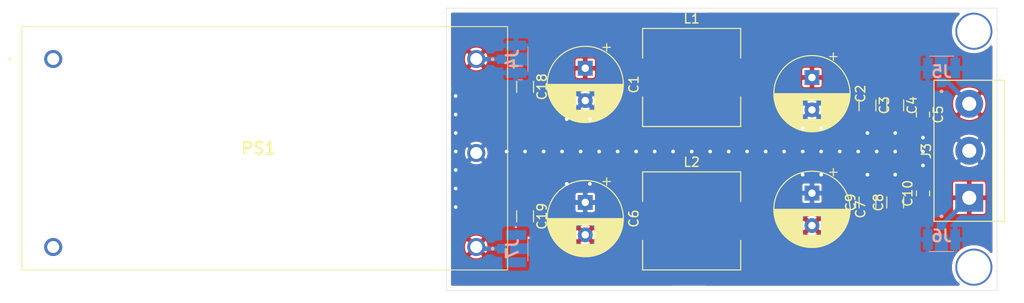
<source format=kicad_pcb>
(kicad_pcb (version 20171130) (host pcbnew "(5.1.4)-1")

  (general
    (thickness 1.6)
    (drawings 4)
    (tracks 54)
    (zones 0)
    (modules 20)
    (nets 6)
  )

  (page A4)
  (layers
    (0 F.Cu signal)
    (31 B.Cu signal)
    (32 B.Adhes user)
    (33 F.Adhes user)
    (34 B.Paste user)
    (35 F.Paste user)
    (36 B.SilkS user)
    (37 F.SilkS user)
    (38 B.Mask user)
    (39 F.Mask user)
    (40 Dwgs.User user)
    (41 Cmts.User user)
    (42 Eco1.User user)
    (43 Eco2.User user)
    (44 Edge.Cuts user)
    (45 Margin user)
    (46 B.CrtYd user)
    (47 F.CrtYd user)
    (48 B.Fab user)
    (49 F.Fab user)
  )

  (setup
    (last_trace_width 0.25)
    (user_trace_width 0.5)
    (trace_clearance 0.2)
    (zone_clearance 0.375)
    (zone_45_only yes)
    (trace_min 0.2)
    (via_size 0.8)
    (via_drill 0.4)
    (via_min_size 0.4)
    (via_min_drill 0.3)
    (user_via 4 3.6)
    (uvia_size 0.3)
    (uvia_drill 0.1)
    (uvias_allowed no)
    (uvia_min_size 0.2)
    (uvia_min_drill 0.1)
    (edge_width 0.05)
    (segment_width 0.2)
    (pcb_text_width 0.3)
    (pcb_text_size 1.5 1.5)
    (mod_edge_width 0.12)
    (mod_text_size 1 1)
    (mod_text_width 0.15)
    (pad_size 1.524 1.524)
    (pad_drill 0.762)
    (pad_to_mask_clearance 0.051)
    (solder_mask_min_width 0.25)
    (aux_axis_origin 0 0)
    (visible_elements 7FFFFFFF)
    (pcbplotparams
      (layerselection 0x010fc_ffffffff)
      (usegerberextensions true)
      (usegerberattributes false)
      (usegerberadvancedattributes false)
      (creategerberjobfile false)
      (excludeedgelayer true)
      (linewidth 0.100000)
      (plotframeref false)
      (viasonmask false)
      (mode 1)
      (useauxorigin false)
      (hpglpennumber 1)
      (hpglpenspeed 20)
      (hpglpendiameter 15.000000)
      (psnegative false)
      (psa4output false)
      (plotreference true)
      (plotvalue false)
      (plotinvisibletext false)
      (padsonsilk true)
      (subtractmaskfromsilk true)
      (outputformat 1)
      (mirror false)
      (drillshape 0)
      (scaleselection 1)
      (outputdirectory "gerber_files"))
  )

  (net 0 "")
  (net 1 "Net-(C1-Pad1)")
  (net 2 "Net-(C2-Pad1)")
  (net 3 "Net-(C10-Pad1)")
  (net 4 GND)
  (net 5 "Net-(C19-Pad2)")

  (net_class Default "This is the default net class."
    (clearance 0.2)
    (trace_width 0.25)
    (via_dia 0.8)
    (via_drill 0.4)
    (uvia_dia 0.3)
    (uvia_drill 0.1)
    (add_net GND)
    (add_net "Net-(C1-Pad1)")
    (add_net "Net-(C10-Pad1)")
    (add_net "Net-(C19-Pad2)")
    (add_net "Net-(C2-Pad1)")
    (add_net "Net-(J7-Pad2)")
    (add_net "Net-(J7-Pad3)")
    (add_net "Net-(PS1-Pad1)")
    (add_net "Net-(PS1-Pad2)")
  )

  (module SamacSys_Parts:23370191 (layer B.Cu) (tedit 0) (tstamp 60B3FA0F)
    (at 99 101.5 90)
    (descr 2337019-1-2)
    (tags Connector)
    (path /60C90903)
    (attr smd)
    (fp_text reference J7 (at 0 -0.375 90) (layer B.SilkS)
      (effects (font (size 1.27 1.27) (thickness 0.254)) (justify mirror))
    )
    (fp_text value 2337019-1 (at 0 -0.375 90) (layer B.SilkS) hide
      (effects (font (size 1.27 1.27) (thickness 0.254)) (justify mirror))
    )
    (fp_arc (start 0 -2.5) (end 0.1 -2.5) (angle 180) (layer B.SilkS) (width 0.2))
    (fp_arc (start 0 -2.5) (end -0.1 -2.5) (angle 180) (layer B.SilkS) (width 0.2))
    (fp_line (start 0.1 -2.5) (end 0.1 -2.5) (layer B.SilkS) (width 0.2))
    (fp_line (start -0.1 -2.5) (end -0.1 -2.5) (layer B.SilkS) (width 0.2))
    (fp_line (start -1.3 1.3) (end 1.3 1.3) (layer B.SilkS) (width 0.1))
    (fp_line (start -3 -3.05) (end -3 2.3) (layer B.CrtYd) (width 0.1))
    (fp_line (start 3 -3.05) (end -3 -3.05) (layer B.CrtYd) (width 0.1))
    (fp_line (start 3 2.3) (end 3 -3.05) (layer B.CrtYd) (width 0.1))
    (fp_line (start -3 2.3) (end 3 2.3) (layer B.CrtYd) (width 0.1))
    (fp_line (start -1.3 -1.3) (end -1.3 1.3) (layer B.Fab) (width 0.2))
    (fp_line (start 1.3 -1.3) (end -1.3 -1.3) (layer B.Fab) (width 0.2))
    (fp_line (start 1.3 1.3) (end 1.3 -1.3) (layer B.Fab) (width 0.2))
    (fp_line (start -1.3 1.3) (end 1.3 1.3) (layer B.Fab) (width 0.2))
    (fp_text user %R (at 0 -0.375 90) (layer B.Fab)
      (effects (font (size 1.27 1.27) (thickness 0.254)) (justify mirror))
    )
    (pad 3 smd rect (at 1.475 0 90) (size 1.05 2.2) (layers B.Cu B.Paste B.Mask))
    (pad 2 smd rect (at -1.475 0 90) (size 1.05 2.2) (layers B.Cu B.Paste B.Mask))
    (pad 1 smd rect (at 0 -1.525 90) (size 1 1.05) (layers B.Cu B.Paste B.Mask)
      (net 5 "Net-(C19-Pad2)"))
    (model D:\EngSci\UltraCold\KiCadootprints\SamacSys_Parts.3dshapes\2337019-1.stp
      (offset (xyz 0 0.09000000222461306 1.249999981226887))
      (scale (xyz 1 1 1))
      (rotate (xyz 0 0 0))
    )
  )

  (module SamacSys_Parts:23370191 (layer B.Cu) (tedit 0) (tstamp 60B3DAB1)
    (at 145 100.5)
    (descr 2337019-1-2)
    (tags Connector)
    (path /60C6A43B)
    (attr smd)
    (fp_text reference J6 (at 0 -0.375) (layer B.SilkS)
      (effects (font (size 1.27 1.27) (thickness 0.254)) (justify mirror))
    )
    (fp_text value 2337019-1 (at 0 -0.375) (layer B.SilkS) hide
      (effects (font (size 1.27 1.27) (thickness 0.254)) (justify mirror))
    )
    (fp_arc (start 0 -2.5) (end 0.1 -2.5) (angle 180) (layer B.SilkS) (width 0.2))
    (fp_arc (start 0 -2.5) (end -0.1 -2.5) (angle 180) (layer B.SilkS) (width 0.2))
    (fp_line (start 0.1 -2.5) (end 0.1 -2.5) (layer B.SilkS) (width 0.2))
    (fp_line (start -0.1 -2.5) (end -0.1 -2.5) (layer B.SilkS) (width 0.2))
    (fp_line (start -1.3 1.3) (end 1.3 1.3) (layer B.SilkS) (width 0.1))
    (fp_line (start -3 -3.05) (end -3 2.3) (layer B.CrtYd) (width 0.1))
    (fp_line (start 3 -3.05) (end -3 -3.05) (layer B.CrtYd) (width 0.1))
    (fp_line (start 3 2.3) (end 3 -3.05) (layer B.CrtYd) (width 0.1))
    (fp_line (start -3 2.3) (end 3 2.3) (layer B.CrtYd) (width 0.1))
    (fp_line (start -1.3 -1.3) (end -1.3 1.3) (layer B.Fab) (width 0.2))
    (fp_line (start 1.3 -1.3) (end -1.3 -1.3) (layer B.Fab) (width 0.2))
    (fp_line (start 1.3 1.3) (end 1.3 -1.3) (layer B.Fab) (width 0.2))
    (fp_line (start -1.3 1.3) (end 1.3 1.3) (layer B.Fab) (width 0.2))
    (fp_text user %R (at 0 -0.375) (layer B.Fab)
      (effects (font (size 1.27 1.27) (thickness 0.254)) (justify mirror))
    )
    (pad 3 smd rect (at 1.475 0) (size 1.05 2.2) (layers B.Cu B.Paste B.Mask)
      (net 4 GND))
    (pad 2 smd rect (at -1.475 0) (size 1.05 2.2) (layers B.Cu B.Paste B.Mask)
      (net 4 GND))
    (pad 1 smd rect (at 0 -1.525) (size 1 1.05) (layers B.Cu B.Paste B.Mask)
      (net 3 "Net-(C10-Pad1)"))
    (model D:\EngSci\UltraCold\KiCadootprints\SamacSys_Parts.3dshapes\2337019-1.stp
      (offset (xyz 0 0.09000000222461306 1.249999981226887))
      (scale (xyz 1 1 1))
      (rotate (xyz 0 0 0))
    )
  )

  (module SamacSys_Parts:23370191 (layer B.Cu) (tedit 0) (tstamp 60B3DA9C)
    (at 145 82 180)
    (descr 2337019-1-2)
    (tags Connector)
    (path /60C6175B)
    (attr smd)
    (fp_text reference J5 (at 0 -0.375) (layer B.SilkS)
      (effects (font (size 1.27 1.27) (thickness 0.254)) (justify mirror))
    )
    (fp_text value 2337019-1 (at 0 -0.375) (layer B.SilkS) hide
      (effects (font (size 1.27 1.27) (thickness 0.254)) (justify mirror))
    )
    (fp_arc (start 0 -2.5) (end 0.1 -2.5) (angle 180) (layer B.SilkS) (width 0.2))
    (fp_arc (start 0 -2.5) (end -0.1 -2.5) (angle 180) (layer B.SilkS) (width 0.2))
    (fp_line (start 0.1 -2.5) (end 0.1 -2.5) (layer B.SilkS) (width 0.2))
    (fp_line (start -0.1 -2.5) (end -0.1 -2.5) (layer B.SilkS) (width 0.2))
    (fp_line (start -1.3 1.3) (end 1.3 1.3) (layer B.SilkS) (width 0.1))
    (fp_line (start -3 -3.05) (end -3 2.3) (layer B.CrtYd) (width 0.1))
    (fp_line (start 3 -3.05) (end -3 -3.05) (layer B.CrtYd) (width 0.1))
    (fp_line (start 3 2.3) (end 3 -3.05) (layer B.CrtYd) (width 0.1))
    (fp_line (start -3 2.3) (end 3 2.3) (layer B.CrtYd) (width 0.1))
    (fp_line (start -1.3 -1.3) (end -1.3 1.3) (layer B.Fab) (width 0.2))
    (fp_line (start 1.3 -1.3) (end -1.3 -1.3) (layer B.Fab) (width 0.2))
    (fp_line (start 1.3 1.3) (end 1.3 -1.3) (layer B.Fab) (width 0.2))
    (fp_line (start -1.3 1.3) (end 1.3 1.3) (layer B.Fab) (width 0.2))
    (fp_text user %R (at 0 -0.375) (layer B.Fab)
      (effects (font (size 1.27 1.27) (thickness 0.254)) (justify mirror))
    )
    (pad 3 smd rect (at 1.475 0 180) (size 1.05 2.2) (layers B.Cu B.Paste B.Mask)
      (net 4 GND))
    (pad 2 smd rect (at -1.475 0 180) (size 1.05 2.2) (layers B.Cu B.Paste B.Mask)
      (net 4 GND))
    (pad 1 smd rect (at 0 -1.525 180) (size 1 1.05) (layers B.Cu B.Paste B.Mask)
      (net 2 "Net-(C2-Pad1)"))
    (model D:\EngSci\UltraCold\KiCadootprints\SamacSys_Parts.3dshapes\2337019-1.stp
      (offset (xyz 0 0.09000000222461306 1.249999981226887))
      (scale (xyz 1 1 1))
      (rotate (xyz 0 0 0))
    )
  )

  (module SamacSys_Parts:23370191 (layer B.Cu) (tedit 0) (tstamp 60B3DA87)
    (at 99 81.025 90)
    (descr 2337019-1-2)
    (tags Connector)
    (path /60C36C41)
    (attr smd)
    (fp_text reference J4 (at 0 -0.375 90) (layer B.SilkS)
      (effects (font (size 1.27 1.27) (thickness 0.254)) (justify mirror))
    )
    (fp_text value 2337019-1 (at 0 -0.375 90) (layer B.SilkS) hide
      (effects (font (size 1.27 1.27) (thickness 0.254)) (justify mirror))
    )
    (fp_arc (start 0 -2.5) (end 0.1 -2.5) (angle 180) (layer B.SilkS) (width 0.2))
    (fp_arc (start 0 -2.5) (end -0.1 -2.5) (angle 180) (layer B.SilkS) (width 0.2))
    (fp_line (start 0.1 -2.5) (end 0.1 -2.5) (layer B.SilkS) (width 0.2))
    (fp_line (start -0.1 -2.5) (end -0.1 -2.5) (layer B.SilkS) (width 0.2))
    (fp_line (start -1.3 1.3) (end 1.3 1.3) (layer B.SilkS) (width 0.1))
    (fp_line (start -3 -3.05) (end -3 2.3) (layer B.CrtYd) (width 0.1))
    (fp_line (start 3 -3.05) (end -3 -3.05) (layer B.CrtYd) (width 0.1))
    (fp_line (start 3 2.3) (end 3 -3.05) (layer B.CrtYd) (width 0.1))
    (fp_line (start -3 2.3) (end 3 2.3) (layer B.CrtYd) (width 0.1))
    (fp_line (start -1.3 -1.3) (end -1.3 1.3) (layer B.Fab) (width 0.2))
    (fp_line (start 1.3 -1.3) (end -1.3 -1.3) (layer B.Fab) (width 0.2))
    (fp_line (start 1.3 1.3) (end 1.3 -1.3) (layer B.Fab) (width 0.2))
    (fp_line (start -1.3 1.3) (end 1.3 1.3) (layer B.Fab) (width 0.2))
    (fp_text user %R (at 0 -0.375 90) (layer B.Fab)
      (effects (font (size 1.27 1.27) (thickness 0.254)) (justify mirror))
    )
    (pad 3 smd rect (at 1.475 0 90) (size 1.05 2.2) (layers B.Cu B.Paste B.Mask)
      (net 4 GND))
    (pad 2 smd rect (at -1.475 0 90) (size 1.05 2.2) (layers B.Cu B.Paste B.Mask)
      (net 4 GND))
    (pad 1 smd rect (at 0 -1.525 90) (size 1 1.05) (layers B.Cu B.Paste B.Mask)
      (net 1 "Net-(C1-Pad1)"))
    (model D:\EngSci\UltraCold\KiCadootprints\SamacSys_Parts.3dshapes\2337019-1.stp
      (offset (xyz 0 0.09000000222461306 1.249999981226887))
      (scale (xyz 1 1 1))
      (rotate (xyz 0 0 0))
    )
  )

  (module Capacitor_SMD:C_1206_3216Metric_Pad1.42x1.75mm_HandSolder (layer F.Cu) (tedit 5B301BBE) (tstamp 60B434D1)
    (at 100 98 270)
    (descr "Capacitor SMD 1206 (3216 Metric), square (rectangular) end terminal, IPC_7351 nominal with elongated pad for handsoldering. (Body size source: http://www.tortai-tech.com/upload/download/2011102023233369053.pdf), generated with kicad-footprint-generator")
    (tags "capacitor handsolder")
    (path /60CC54B3)
    (attr smd)
    (fp_text reference C19 (at 0 -1.82 90) (layer F.SilkS)
      (effects (font (size 1 1) (thickness 0.15)))
    )
    (fp_text value 1uF (at 0 1.82 90) (layer F.Fab)
      (effects (font (size 1 1) (thickness 0.15)))
    )
    (fp_text user %R (at 0 0 90) (layer F.Fab)
      (effects (font (size 0.8 0.8) (thickness 0.12)))
    )
    (fp_line (start 2.45 1.12) (end -2.45 1.12) (layer F.CrtYd) (width 0.05))
    (fp_line (start 2.45 -1.12) (end 2.45 1.12) (layer F.CrtYd) (width 0.05))
    (fp_line (start -2.45 -1.12) (end 2.45 -1.12) (layer F.CrtYd) (width 0.05))
    (fp_line (start -2.45 1.12) (end -2.45 -1.12) (layer F.CrtYd) (width 0.05))
    (fp_line (start -0.602064 0.91) (end 0.602064 0.91) (layer F.SilkS) (width 0.12))
    (fp_line (start -0.602064 -0.91) (end 0.602064 -0.91) (layer F.SilkS) (width 0.12))
    (fp_line (start 1.6 0.8) (end -1.6 0.8) (layer F.Fab) (width 0.1))
    (fp_line (start 1.6 -0.8) (end 1.6 0.8) (layer F.Fab) (width 0.1))
    (fp_line (start -1.6 -0.8) (end 1.6 -0.8) (layer F.Fab) (width 0.1))
    (fp_line (start -1.6 0.8) (end -1.6 -0.8) (layer F.Fab) (width 0.1))
    (pad 2 smd roundrect (at 1.4875 0 270) (size 1.425 1.75) (layers F.Cu F.Paste F.Mask) (roundrect_rratio 0.175439)
      (net 5 "Net-(C19-Pad2)"))
    (pad 1 smd roundrect (at -1.4875 0 270) (size 1.425 1.75) (layers F.Cu F.Paste F.Mask) (roundrect_rratio 0.175439)
      (net 4 GND))
    (model ${KISYS3DMOD}/Capacitor_SMD.3dshapes/C_1206_3216Metric.wrl
      (at (xyz 0 0 0))
      (scale (xyz 1 1 1))
      (rotate (xyz 0 0 0))
    )
  )

  (module Capacitor_SMD:C_1206_3216Metric_Pad1.42x1.75mm_HandSolder (layer F.Cu) (tedit 5B301BBE) (tstamp 60B434C0)
    (at 100 84 270)
    (descr "Capacitor SMD 1206 (3216 Metric), square (rectangular) end terminal, IPC_7351 nominal with elongated pad for handsoldering. (Body size source: http://www.tortai-tech.com/upload/download/2011102023233369053.pdf), generated with kicad-footprint-generator")
    (tags "capacitor handsolder")
    (path /60CBCD84)
    (attr smd)
    (fp_text reference C18 (at 0 -1.82 90) (layer F.SilkS)
      (effects (font (size 1 1) (thickness 0.15)))
    )
    (fp_text value 1uF (at 0 1.82 90) (layer F.Fab)
      (effects (font (size 1 1) (thickness 0.15)))
    )
    (fp_text user %R (at 0 0 90) (layer F.Fab)
      (effects (font (size 0.8 0.8) (thickness 0.12)))
    )
    (fp_line (start 2.45 1.12) (end -2.45 1.12) (layer F.CrtYd) (width 0.05))
    (fp_line (start 2.45 -1.12) (end 2.45 1.12) (layer F.CrtYd) (width 0.05))
    (fp_line (start -2.45 -1.12) (end 2.45 -1.12) (layer F.CrtYd) (width 0.05))
    (fp_line (start -2.45 1.12) (end -2.45 -1.12) (layer F.CrtYd) (width 0.05))
    (fp_line (start -0.602064 0.91) (end 0.602064 0.91) (layer F.SilkS) (width 0.12))
    (fp_line (start -0.602064 -0.91) (end 0.602064 -0.91) (layer F.SilkS) (width 0.12))
    (fp_line (start 1.6 0.8) (end -1.6 0.8) (layer F.Fab) (width 0.1))
    (fp_line (start 1.6 -0.8) (end 1.6 0.8) (layer F.Fab) (width 0.1))
    (fp_line (start -1.6 -0.8) (end 1.6 -0.8) (layer F.Fab) (width 0.1))
    (fp_line (start -1.6 0.8) (end -1.6 -0.8) (layer F.Fab) (width 0.1))
    (pad 2 smd roundrect (at 1.4875 0 270) (size 1.425 1.75) (layers F.Cu F.Paste F.Mask) (roundrect_rratio 0.175439)
      (net 4 GND))
    (pad 1 smd roundrect (at -1.4875 0 270) (size 1.425 1.75) (layers F.Cu F.Paste F.Mask) (roundrect_rratio 0.175439)
      (net 1 "Net-(C1-Pad1)"))
    (model ${KISYS3DMOD}/Capacitor_SMD.3dshapes/C_1206_3216Metric.wrl
      (at (xyz 0 0 0))
      (scale (xyz 1 1 1))
      (rotate (xyz 0 0 0))
    )
  )

  (module Inductor_SMD:L_10.4x10.4_H4.8 (layer F.Cu) (tedit 5990349B) (tstamp 60B3219F)
    (at 118 98.5)
    (descr "Choke, SMD, 10.4x10.4mm 4.8mm height")
    (tags "Choke SMD")
    (path /60B38838)
    (attr smd)
    (fp_text reference L2 (at 0 -6.35) (layer F.SilkS)
      (effects (font (size 1 1) (thickness 0.15)))
    )
    (fp_text value "100uH(IHLP4040DZER101M11)" (at 0 6.35) (layer F.Fab)
      (effects (font (size 1 1) (thickness 0.15)))
    )
    (fp_arc (start 0 0) (end -3.17 -3.17) (angle 90) (layer F.Fab) (width 0.1))
    (fp_arc (start 0 0) (end 3.17 3.17) (angle 90) (layer F.Fab) (width 0.1))
    (fp_line (start -5.2 5.2) (end 5.2 5.2) (layer F.Fab) (width 0.1))
    (fp_line (start -5.2 -5.2) (end 5.2 -5.2) (layer F.Fab) (width 0.1))
    (fp_line (start -5.2 5.2) (end -5.2 2.1) (layer F.Fab) (width 0.1))
    (fp_line (start 5.2 5.2) (end 5.2 2.1) (layer F.Fab) (width 0.1))
    (fp_line (start -5.2 -5.2) (end -5.2 -2.1) (layer F.Fab) (width 0.1))
    (fp_line (start 5.2 -5.2) (end 5.2 -2.1) (layer F.Fab) (width 0.1))
    (fp_line (start 5.75 -5.45) (end -5.75 -5.45) (layer F.CrtYd) (width 0.05))
    (fp_line (start 5.75 5.45) (end 5.75 -5.45) (layer F.CrtYd) (width 0.05))
    (fp_line (start -5.75 5.45) (end 5.75 5.45) (layer F.CrtYd) (width 0.05))
    (fp_line (start -5.75 -5.45) (end -5.75 5.45) (layer F.CrtYd) (width 0.05))
    (fp_line (start 5.3 -5.3) (end 5.3 -2.1) (layer F.SilkS) (width 0.12))
    (fp_line (start -5.3 -5.3) (end 5.3 -5.3) (layer F.SilkS) (width 0.12))
    (fp_line (start -5.3 -2.1) (end -5.3 -5.3) (layer F.SilkS) (width 0.12))
    (fp_line (start -5.3 5.3) (end -5.3 2.1) (layer F.SilkS) (width 0.12))
    (fp_line (start 5.3 5.3) (end -5.3 5.3) (layer F.SilkS) (width 0.12))
    (fp_line (start 5.3 2.1) (end 5.3 5.3) (layer F.SilkS) (width 0.12))
    (fp_text user %R (at 0 0) (layer F.Fab)
      (effects (font (size 1 1) (thickness 0.15)))
    )
    (pad 2 smd rect (at 4.15 0) (size 2.7 3.6) (layers F.Cu F.Paste F.Mask)
      (net 3 "Net-(C10-Pad1)"))
    (pad 1 smd rect (at -4.15 0) (size 2.7 3.6) (layers F.Cu F.Paste F.Mask)
      (net 5 "Net-(C19-Pad2)"))
    (model ${KISYS3DMOD}/Inductor_SMD.3dshapes/L_10.4x10.4_H4.8.wrl
      (at (xyz 0 0 0))
      (scale (xyz 1 1 1))
      (rotate (xyz 0 0 0))
    )
  )

  (module TerminalBlock:TerminalBlock_bornier-3_P5.08mm (layer F.Cu) (tedit 59FF03B9) (tstamp 60B3A18A)
    (at 148 96 90)
    (descr "simple 3-pin terminal block, pitch 5.08mm, revamped version of bornier3")
    (tags "terminal block bornier3")
    (path /60BF3BF3)
    (fp_text reference J3 (at 5.05 -4.65 90) (layer F.SilkS)
      (effects (font (size 1 1) (thickness 0.15)))
    )
    (fp_text value Screw_Terminal_01x03 (at 5.08 5.08 90) (layer F.Fab)
      (effects (font (size 1 1) (thickness 0.15)))
    )
    (fp_line (start 12.88 4) (end -2.72 4) (layer F.CrtYd) (width 0.05))
    (fp_line (start 12.88 4) (end 12.88 -4) (layer F.CrtYd) (width 0.05))
    (fp_line (start -2.72 -4) (end -2.72 4) (layer F.CrtYd) (width 0.05))
    (fp_line (start -2.72 -4) (end 12.88 -4) (layer F.CrtYd) (width 0.05))
    (fp_line (start -2.54 3.81) (end 12.7 3.81) (layer F.SilkS) (width 0.12))
    (fp_line (start -2.54 -3.81) (end 12.7 -3.81) (layer F.SilkS) (width 0.12))
    (fp_line (start -2.54 2.54) (end 12.7 2.54) (layer F.SilkS) (width 0.12))
    (fp_line (start 12.7 3.81) (end 12.7 -3.81) (layer F.SilkS) (width 0.12))
    (fp_line (start -2.54 3.81) (end -2.54 -3.81) (layer F.SilkS) (width 0.12))
    (fp_line (start -2.47 3.75) (end -2.47 -3.75) (layer F.Fab) (width 0.1))
    (fp_line (start 12.63 3.75) (end -2.47 3.75) (layer F.Fab) (width 0.1))
    (fp_line (start 12.63 -3.75) (end 12.63 3.75) (layer F.Fab) (width 0.1))
    (fp_line (start -2.47 -3.75) (end 12.63 -3.75) (layer F.Fab) (width 0.1))
    (fp_line (start -2.47 2.55) (end 12.63 2.55) (layer F.Fab) (width 0.1))
    (fp_text user %R (at 5.08 0 90) (layer F.Fab)
      (effects (font (size 1 1) (thickness 0.15)))
    )
    (pad 3 thru_hole circle (at 10.16 0 90) (size 3 3) (drill 1.52) (layers *.Cu *.Mask)
      (net 2 "Net-(C2-Pad1)"))
    (pad 2 thru_hole circle (at 5.08 0 90) (size 3 3) (drill 1.52) (layers *.Cu *.Mask)
      (net 4 GND))
    (pad 1 thru_hole rect (at 0 0 90) (size 3 3) (drill 1.52) (layers *.Cu *.Mask)
      (net 3 "Net-(C10-Pad1)"))
    (model ${KISYS3DMOD}/TerminalBlock.3dshapes/TerminalBlock_bornier-3_P5.08mm.wrl
      (offset (xyz 5.079999923706055 0 0))
      (scale (xyz 1 1 1))
      (rotate (xyz 0 0 0))
    )
  )

  (module Capacitor_SMD:C_0805_2012Metric_Pad1.15x1.40mm_HandSolder (layer F.Cu) (tedit 5B36C52B) (tstamp 60B32156)
    (at 143 95.525 90)
    (descr "Capacitor SMD 0805 (2012 Metric), square (rectangular) end terminal, IPC_7351 nominal with elongated pad for handsoldering. (Body size source: https://docs.google.com/spreadsheets/d/1BsfQQcO9C6DZCsRaXUlFlo91Tg2WpOkGARC1WS5S8t0/edit?usp=sharing), generated with kicad-footprint-generator")
    (tags "capacitor handsolder")
    (path /60B3881E)
    (attr smd)
    (fp_text reference C10 (at 0 -1.65 90) (layer F.SilkS)
      (effects (font (size 1 1) (thickness 0.15)))
    )
    (fp_text value 0.1uF (at 0 1.65 90) (layer F.Fab)
      (effects (font (size 1 1) (thickness 0.15)))
    )
    (fp_text user %R (at 0 0 90) (layer F.Fab)
      (effects (font (size 0.5 0.5) (thickness 0.08)))
    )
    (fp_line (start 1.85 0.95) (end -1.85 0.95) (layer F.CrtYd) (width 0.05))
    (fp_line (start 1.85 -0.95) (end 1.85 0.95) (layer F.CrtYd) (width 0.05))
    (fp_line (start -1.85 -0.95) (end 1.85 -0.95) (layer F.CrtYd) (width 0.05))
    (fp_line (start -1.85 0.95) (end -1.85 -0.95) (layer F.CrtYd) (width 0.05))
    (fp_line (start -0.261252 0.71) (end 0.261252 0.71) (layer F.SilkS) (width 0.12))
    (fp_line (start -0.261252 -0.71) (end 0.261252 -0.71) (layer F.SilkS) (width 0.12))
    (fp_line (start 1 0.6) (end -1 0.6) (layer F.Fab) (width 0.1))
    (fp_line (start 1 -0.6) (end 1 0.6) (layer F.Fab) (width 0.1))
    (fp_line (start -1 -0.6) (end 1 -0.6) (layer F.Fab) (width 0.1))
    (fp_line (start -1 0.6) (end -1 -0.6) (layer F.Fab) (width 0.1))
    (pad 2 smd roundrect (at 1.025 0 90) (size 1.15 1.4) (layers F.Cu F.Paste F.Mask) (roundrect_rratio 0.217391)
      (net 4 GND))
    (pad 1 smd roundrect (at -1.025 0 90) (size 1.15 1.4) (layers F.Cu F.Paste F.Mask) (roundrect_rratio 0.217391)
      (net 3 "Net-(C10-Pad1)"))
    (model ${KISYS3DMOD}/Capacitor_SMD.3dshapes/C_0805_2012Metric.wrl
      (at (xyz 0 0 0))
      (scale (xyz 1 1 1))
      (rotate (xyz 0 0 0))
    )
  )

  (module Capacitor_SMD:C_1206_3216Metric_Pad1.42x1.75mm_HandSolder (layer F.Cu) (tedit 5B301BBE) (tstamp 60B32145)
    (at 137 96.5 90)
    (descr "Capacitor SMD 1206 (3216 Metric), square (rectangular) end terminal, IPC_7351 nominal with elongated pad for handsoldering. (Body size source: http://www.tortai-tech.com/upload/download/2011102023233369053.pdf), generated with kicad-footprint-generator")
    (tags "capacitor handsolder")
    (path /60B38824)
    (attr smd)
    (fp_text reference C9 (at 0 -1.82 90) (layer F.SilkS)
      (effects (font (size 1 1) (thickness 0.15)))
    )
    (fp_text value 1uF (at 0 1.82 90) (layer F.Fab)
      (effects (font (size 1 1) (thickness 0.15)))
    )
    (fp_text user %R (at 0 0 90) (layer F.Fab)
      (effects (font (size 0.8 0.8) (thickness 0.12)))
    )
    (fp_line (start 2.45 1.12) (end -2.45 1.12) (layer F.CrtYd) (width 0.05))
    (fp_line (start 2.45 -1.12) (end 2.45 1.12) (layer F.CrtYd) (width 0.05))
    (fp_line (start -2.45 -1.12) (end 2.45 -1.12) (layer F.CrtYd) (width 0.05))
    (fp_line (start -2.45 1.12) (end -2.45 -1.12) (layer F.CrtYd) (width 0.05))
    (fp_line (start -0.602064 0.91) (end 0.602064 0.91) (layer F.SilkS) (width 0.12))
    (fp_line (start -0.602064 -0.91) (end 0.602064 -0.91) (layer F.SilkS) (width 0.12))
    (fp_line (start 1.6 0.8) (end -1.6 0.8) (layer F.Fab) (width 0.1))
    (fp_line (start 1.6 -0.8) (end 1.6 0.8) (layer F.Fab) (width 0.1))
    (fp_line (start -1.6 -0.8) (end 1.6 -0.8) (layer F.Fab) (width 0.1))
    (fp_line (start -1.6 0.8) (end -1.6 -0.8) (layer F.Fab) (width 0.1))
    (pad 2 smd roundrect (at 1.4875 0 90) (size 1.425 1.75) (layers F.Cu F.Paste F.Mask) (roundrect_rratio 0.175439)
      (net 4 GND))
    (pad 1 smd roundrect (at -1.4875 0 90) (size 1.425 1.75) (layers F.Cu F.Paste F.Mask) (roundrect_rratio 0.175439)
      (net 3 "Net-(C10-Pad1)"))
    (model ${KISYS3DMOD}/Capacitor_SMD.3dshapes/C_1206_3216Metric.wrl
      (at (xyz 0 0 0))
      (scale (xyz 1 1 1))
      (rotate (xyz 0 0 0))
    )
  )

  (module Capacitor_SMD:C_1206_3216Metric_Pad1.42x1.75mm_HandSolder (layer F.Cu) (tedit 5B301BBE) (tstamp 60B32134)
    (at 140 96.5 90)
    (descr "Capacitor SMD 1206 (3216 Metric), square (rectangular) end terminal, IPC_7351 nominal with elongated pad for handsoldering. (Body size source: http://www.tortai-tech.com/upload/download/2011102023233369053.pdf), generated with kicad-footprint-generator")
    (tags "capacitor handsolder")
    (path /60B38818)
    (attr smd)
    (fp_text reference C8 (at 0 -1.82 90) (layer F.SilkS)
      (effects (font (size 1 1) (thickness 0.15)))
    )
    (fp_text value 1uF (at 0 1.82 90) (layer F.Fab)
      (effects (font (size 1 1) (thickness 0.15)))
    )
    (fp_text user %R (at 0 0 90) (layer F.Fab)
      (effects (font (size 0.8 0.8) (thickness 0.12)))
    )
    (fp_line (start 2.45 1.12) (end -2.45 1.12) (layer F.CrtYd) (width 0.05))
    (fp_line (start 2.45 -1.12) (end 2.45 1.12) (layer F.CrtYd) (width 0.05))
    (fp_line (start -2.45 -1.12) (end 2.45 -1.12) (layer F.CrtYd) (width 0.05))
    (fp_line (start -2.45 1.12) (end -2.45 -1.12) (layer F.CrtYd) (width 0.05))
    (fp_line (start -0.602064 0.91) (end 0.602064 0.91) (layer F.SilkS) (width 0.12))
    (fp_line (start -0.602064 -0.91) (end 0.602064 -0.91) (layer F.SilkS) (width 0.12))
    (fp_line (start 1.6 0.8) (end -1.6 0.8) (layer F.Fab) (width 0.1))
    (fp_line (start 1.6 -0.8) (end 1.6 0.8) (layer F.Fab) (width 0.1))
    (fp_line (start -1.6 -0.8) (end 1.6 -0.8) (layer F.Fab) (width 0.1))
    (fp_line (start -1.6 0.8) (end -1.6 -0.8) (layer F.Fab) (width 0.1))
    (pad 2 smd roundrect (at 1.4875 0 90) (size 1.425 1.75) (layers F.Cu F.Paste F.Mask) (roundrect_rratio 0.175439)
      (net 4 GND))
    (pad 1 smd roundrect (at -1.4875 0 90) (size 1.425 1.75) (layers F.Cu F.Paste F.Mask) (roundrect_rratio 0.175439)
      (net 3 "Net-(C10-Pad1)"))
    (model ${KISYS3DMOD}/Capacitor_SMD.3dshapes/C_1206_3216Metric.wrl
      (at (xyz 0 0 0))
      (scale (xyz 1 1 1))
      (rotate (xyz 0 0 0))
    )
  )

  (module Capacitor_THT:CP_Radial_D8.0mm_P3.50mm (layer F.Cu) (tedit 5AE50EF0) (tstamp 60B32123)
    (at 131 95.5 270)
    (descr "CP, Radial series, Radial, pin pitch=3.50mm, , diameter=8mm, Electrolytic Capacitor")
    (tags "CP Radial series Radial pin pitch 3.50mm  diameter 8mm Electrolytic Capacitor")
    (path /60B38812)
    (fp_text reference C7 (at 1.75 -5.25 90) (layer F.SilkS)
      (effects (font (size 1 1) (thickness 0.15)))
    )
    (fp_text value "680uF(RNL1C681MDS1)" (at 1.75 5.25 90) (layer F.Fab)
      (effects (font (size 1 1) (thickness 0.15)))
    )
    (fp_text user %R (at 1.75 0 90) (layer F.Fab)
      (effects (font (size 1 1) (thickness 0.15)))
    )
    (fp_line (start -2.259698 -2.715) (end -2.259698 -1.915) (layer F.SilkS) (width 0.12))
    (fp_line (start -2.659698 -2.315) (end -1.859698 -2.315) (layer F.SilkS) (width 0.12))
    (fp_line (start 5.831 -0.533) (end 5.831 0.533) (layer F.SilkS) (width 0.12))
    (fp_line (start 5.791 -0.768) (end 5.791 0.768) (layer F.SilkS) (width 0.12))
    (fp_line (start 5.751 -0.948) (end 5.751 0.948) (layer F.SilkS) (width 0.12))
    (fp_line (start 5.711 -1.098) (end 5.711 1.098) (layer F.SilkS) (width 0.12))
    (fp_line (start 5.671 -1.229) (end 5.671 1.229) (layer F.SilkS) (width 0.12))
    (fp_line (start 5.631 -1.346) (end 5.631 1.346) (layer F.SilkS) (width 0.12))
    (fp_line (start 5.591 -1.453) (end 5.591 1.453) (layer F.SilkS) (width 0.12))
    (fp_line (start 5.551 -1.552) (end 5.551 1.552) (layer F.SilkS) (width 0.12))
    (fp_line (start 5.511 -1.645) (end 5.511 1.645) (layer F.SilkS) (width 0.12))
    (fp_line (start 5.471 -1.731) (end 5.471 1.731) (layer F.SilkS) (width 0.12))
    (fp_line (start 5.431 -1.813) (end 5.431 1.813) (layer F.SilkS) (width 0.12))
    (fp_line (start 5.391 -1.89) (end 5.391 1.89) (layer F.SilkS) (width 0.12))
    (fp_line (start 5.351 -1.964) (end 5.351 1.964) (layer F.SilkS) (width 0.12))
    (fp_line (start 5.311 -2.034) (end 5.311 2.034) (layer F.SilkS) (width 0.12))
    (fp_line (start 5.271 -2.102) (end 5.271 2.102) (layer F.SilkS) (width 0.12))
    (fp_line (start 5.231 -2.166) (end 5.231 2.166) (layer F.SilkS) (width 0.12))
    (fp_line (start 5.191 -2.228) (end 5.191 2.228) (layer F.SilkS) (width 0.12))
    (fp_line (start 5.151 -2.287) (end 5.151 2.287) (layer F.SilkS) (width 0.12))
    (fp_line (start 5.111 -2.345) (end 5.111 2.345) (layer F.SilkS) (width 0.12))
    (fp_line (start 5.071 -2.4) (end 5.071 2.4) (layer F.SilkS) (width 0.12))
    (fp_line (start 5.031 -2.454) (end 5.031 2.454) (layer F.SilkS) (width 0.12))
    (fp_line (start 4.991 -2.505) (end 4.991 2.505) (layer F.SilkS) (width 0.12))
    (fp_line (start 4.951 -2.556) (end 4.951 2.556) (layer F.SilkS) (width 0.12))
    (fp_line (start 4.911 -2.604) (end 4.911 2.604) (layer F.SilkS) (width 0.12))
    (fp_line (start 4.871 -2.651) (end 4.871 2.651) (layer F.SilkS) (width 0.12))
    (fp_line (start 4.831 -2.697) (end 4.831 2.697) (layer F.SilkS) (width 0.12))
    (fp_line (start 4.791 -2.741) (end 4.791 2.741) (layer F.SilkS) (width 0.12))
    (fp_line (start 4.751 -2.784) (end 4.751 2.784) (layer F.SilkS) (width 0.12))
    (fp_line (start 4.711 -2.826) (end 4.711 2.826) (layer F.SilkS) (width 0.12))
    (fp_line (start 4.671 -2.867) (end 4.671 2.867) (layer F.SilkS) (width 0.12))
    (fp_line (start 4.631 -2.907) (end 4.631 2.907) (layer F.SilkS) (width 0.12))
    (fp_line (start 4.591 -2.945) (end 4.591 2.945) (layer F.SilkS) (width 0.12))
    (fp_line (start 4.551 -2.983) (end 4.551 2.983) (layer F.SilkS) (width 0.12))
    (fp_line (start 4.511 1.04) (end 4.511 3.019) (layer F.SilkS) (width 0.12))
    (fp_line (start 4.511 -3.019) (end 4.511 -1.04) (layer F.SilkS) (width 0.12))
    (fp_line (start 4.471 1.04) (end 4.471 3.055) (layer F.SilkS) (width 0.12))
    (fp_line (start 4.471 -3.055) (end 4.471 -1.04) (layer F.SilkS) (width 0.12))
    (fp_line (start 4.431 1.04) (end 4.431 3.09) (layer F.SilkS) (width 0.12))
    (fp_line (start 4.431 -3.09) (end 4.431 -1.04) (layer F.SilkS) (width 0.12))
    (fp_line (start 4.391 1.04) (end 4.391 3.124) (layer F.SilkS) (width 0.12))
    (fp_line (start 4.391 -3.124) (end 4.391 -1.04) (layer F.SilkS) (width 0.12))
    (fp_line (start 4.351 1.04) (end 4.351 3.156) (layer F.SilkS) (width 0.12))
    (fp_line (start 4.351 -3.156) (end 4.351 -1.04) (layer F.SilkS) (width 0.12))
    (fp_line (start 4.311 1.04) (end 4.311 3.189) (layer F.SilkS) (width 0.12))
    (fp_line (start 4.311 -3.189) (end 4.311 -1.04) (layer F.SilkS) (width 0.12))
    (fp_line (start 4.271 1.04) (end 4.271 3.22) (layer F.SilkS) (width 0.12))
    (fp_line (start 4.271 -3.22) (end 4.271 -1.04) (layer F.SilkS) (width 0.12))
    (fp_line (start 4.231 1.04) (end 4.231 3.25) (layer F.SilkS) (width 0.12))
    (fp_line (start 4.231 -3.25) (end 4.231 -1.04) (layer F.SilkS) (width 0.12))
    (fp_line (start 4.191 1.04) (end 4.191 3.28) (layer F.SilkS) (width 0.12))
    (fp_line (start 4.191 -3.28) (end 4.191 -1.04) (layer F.SilkS) (width 0.12))
    (fp_line (start 4.151 1.04) (end 4.151 3.309) (layer F.SilkS) (width 0.12))
    (fp_line (start 4.151 -3.309) (end 4.151 -1.04) (layer F.SilkS) (width 0.12))
    (fp_line (start 4.111 1.04) (end 4.111 3.338) (layer F.SilkS) (width 0.12))
    (fp_line (start 4.111 -3.338) (end 4.111 -1.04) (layer F.SilkS) (width 0.12))
    (fp_line (start 4.071 1.04) (end 4.071 3.365) (layer F.SilkS) (width 0.12))
    (fp_line (start 4.071 -3.365) (end 4.071 -1.04) (layer F.SilkS) (width 0.12))
    (fp_line (start 4.031 1.04) (end 4.031 3.392) (layer F.SilkS) (width 0.12))
    (fp_line (start 4.031 -3.392) (end 4.031 -1.04) (layer F.SilkS) (width 0.12))
    (fp_line (start 3.991 1.04) (end 3.991 3.418) (layer F.SilkS) (width 0.12))
    (fp_line (start 3.991 -3.418) (end 3.991 -1.04) (layer F.SilkS) (width 0.12))
    (fp_line (start 3.951 1.04) (end 3.951 3.444) (layer F.SilkS) (width 0.12))
    (fp_line (start 3.951 -3.444) (end 3.951 -1.04) (layer F.SilkS) (width 0.12))
    (fp_line (start 3.911 1.04) (end 3.911 3.469) (layer F.SilkS) (width 0.12))
    (fp_line (start 3.911 -3.469) (end 3.911 -1.04) (layer F.SilkS) (width 0.12))
    (fp_line (start 3.871 1.04) (end 3.871 3.493) (layer F.SilkS) (width 0.12))
    (fp_line (start 3.871 -3.493) (end 3.871 -1.04) (layer F.SilkS) (width 0.12))
    (fp_line (start 3.831 1.04) (end 3.831 3.517) (layer F.SilkS) (width 0.12))
    (fp_line (start 3.831 -3.517) (end 3.831 -1.04) (layer F.SilkS) (width 0.12))
    (fp_line (start 3.791 1.04) (end 3.791 3.54) (layer F.SilkS) (width 0.12))
    (fp_line (start 3.791 -3.54) (end 3.791 -1.04) (layer F.SilkS) (width 0.12))
    (fp_line (start 3.751 1.04) (end 3.751 3.562) (layer F.SilkS) (width 0.12))
    (fp_line (start 3.751 -3.562) (end 3.751 -1.04) (layer F.SilkS) (width 0.12))
    (fp_line (start 3.711 1.04) (end 3.711 3.584) (layer F.SilkS) (width 0.12))
    (fp_line (start 3.711 -3.584) (end 3.711 -1.04) (layer F.SilkS) (width 0.12))
    (fp_line (start 3.671 1.04) (end 3.671 3.606) (layer F.SilkS) (width 0.12))
    (fp_line (start 3.671 -3.606) (end 3.671 -1.04) (layer F.SilkS) (width 0.12))
    (fp_line (start 3.631 1.04) (end 3.631 3.627) (layer F.SilkS) (width 0.12))
    (fp_line (start 3.631 -3.627) (end 3.631 -1.04) (layer F.SilkS) (width 0.12))
    (fp_line (start 3.591 1.04) (end 3.591 3.647) (layer F.SilkS) (width 0.12))
    (fp_line (start 3.591 -3.647) (end 3.591 -1.04) (layer F.SilkS) (width 0.12))
    (fp_line (start 3.551 1.04) (end 3.551 3.666) (layer F.SilkS) (width 0.12))
    (fp_line (start 3.551 -3.666) (end 3.551 -1.04) (layer F.SilkS) (width 0.12))
    (fp_line (start 3.511 1.04) (end 3.511 3.686) (layer F.SilkS) (width 0.12))
    (fp_line (start 3.511 -3.686) (end 3.511 -1.04) (layer F.SilkS) (width 0.12))
    (fp_line (start 3.471 1.04) (end 3.471 3.704) (layer F.SilkS) (width 0.12))
    (fp_line (start 3.471 -3.704) (end 3.471 -1.04) (layer F.SilkS) (width 0.12))
    (fp_line (start 3.431 1.04) (end 3.431 3.722) (layer F.SilkS) (width 0.12))
    (fp_line (start 3.431 -3.722) (end 3.431 -1.04) (layer F.SilkS) (width 0.12))
    (fp_line (start 3.391 1.04) (end 3.391 3.74) (layer F.SilkS) (width 0.12))
    (fp_line (start 3.391 -3.74) (end 3.391 -1.04) (layer F.SilkS) (width 0.12))
    (fp_line (start 3.351 1.04) (end 3.351 3.757) (layer F.SilkS) (width 0.12))
    (fp_line (start 3.351 -3.757) (end 3.351 -1.04) (layer F.SilkS) (width 0.12))
    (fp_line (start 3.311 1.04) (end 3.311 3.774) (layer F.SilkS) (width 0.12))
    (fp_line (start 3.311 -3.774) (end 3.311 -1.04) (layer F.SilkS) (width 0.12))
    (fp_line (start 3.271 1.04) (end 3.271 3.79) (layer F.SilkS) (width 0.12))
    (fp_line (start 3.271 -3.79) (end 3.271 -1.04) (layer F.SilkS) (width 0.12))
    (fp_line (start 3.231 1.04) (end 3.231 3.805) (layer F.SilkS) (width 0.12))
    (fp_line (start 3.231 -3.805) (end 3.231 -1.04) (layer F.SilkS) (width 0.12))
    (fp_line (start 3.191 1.04) (end 3.191 3.821) (layer F.SilkS) (width 0.12))
    (fp_line (start 3.191 -3.821) (end 3.191 -1.04) (layer F.SilkS) (width 0.12))
    (fp_line (start 3.151 1.04) (end 3.151 3.835) (layer F.SilkS) (width 0.12))
    (fp_line (start 3.151 -3.835) (end 3.151 -1.04) (layer F.SilkS) (width 0.12))
    (fp_line (start 3.111 1.04) (end 3.111 3.85) (layer F.SilkS) (width 0.12))
    (fp_line (start 3.111 -3.85) (end 3.111 -1.04) (layer F.SilkS) (width 0.12))
    (fp_line (start 3.071 1.04) (end 3.071 3.863) (layer F.SilkS) (width 0.12))
    (fp_line (start 3.071 -3.863) (end 3.071 -1.04) (layer F.SilkS) (width 0.12))
    (fp_line (start 3.031 1.04) (end 3.031 3.877) (layer F.SilkS) (width 0.12))
    (fp_line (start 3.031 -3.877) (end 3.031 -1.04) (layer F.SilkS) (width 0.12))
    (fp_line (start 2.991 1.04) (end 2.991 3.889) (layer F.SilkS) (width 0.12))
    (fp_line (start 2.991 -3.889) (end 2.991 -1.04) (layer F.SilkS) (width 0.12))
    (fp_line (start 2.951 1.04) (end 2.951 3.902) (layer F.SilkS) (width 0.12))
    (fp_line (start 2.951 -3.902) (end 2.951 -1.04) (layer F.SilkS) (width 0.12))
    (fp_line (start 2.911 1.04) (end 2.911 3.914) (layer F.SilkS) (width 0.12))
    (fp_line (start 2.911 -3.914) (end 2.911 -1.04) (layer F.SilkS) (width 0.12))
    (fp_line (start 2.871 1.04) (end 2.871 3.925) (layer F.SilkS) (width 0.12))
    (fp_line (start 2.871 -3.925) (end 2.871 -1.04) (layer F.SilkS) (width 0.12))
    (fp_line (start 2.831 1.04) (end 2.831 3.936) (layer F.SilkS) (width 0.12))
    (fp_line (start 2.831 -3.936) (end 2.831 -1.04) (layer F.SilkS) (width 0.12))
    (fp_line (start 2.791 1.04) (end 2.791 3.947) (layer F.SilkS) (width 0.12))
    (fp_line (start 2.791 -3.947) (end 2.791 -1.04) (layer F.SilkS) (width 0.12))
    (fp_line (start 2.751 1.04) (end 2.751 3.957) (layer F.SilkS) (width 0.12))
    (fp_line (start 2.751 -3.957) (end 2.751 -1.04) (layer F.SilkS) (width 0.12))
    (fp_line (start 2.711 1.04) (end 2.711 3.967) (layer F.SilkS) (width 0.12))
    (fp_line (start 2.711 -3.967) (end 2.711 -1.04) (layer F.SilkS) (width 0.12))
    (fp_line (start 2.671 1.04) (end 2.671 3.976) (layer F.SilkS) (width 0.12))
    (fp_line (start 2.671 -3.976) (end 2.671 -1.04) (layer F.SilkS) (width 0.12))
    (fp_line (start 2.631 1.04) (end 2.631 3.985) (layer F.SilkS) (width 0.12))
    (fp_line (start 2.631 -3.985) (end 2.631 -1.04) (layer F.SilkS) (width 0.12))
    (fp_line (start 2.591 1.04) (end 2.591 3.994) (layer F.SilkS) (width 0.12))
    (fp_line (start 2.591 -3.994) (end 2.591 -1.04) (layer F.SilkS) (width 0.12))
    (fp_line (start 2.551 1.04) (end 2.551 4.002) (layer F.SilkS) (width 0.12))
    (fp_line (start 2.551 -4.002) (end 2.551 -1.04) (layer F.SilkS) (width 0.12))
    (fp_line (start 2.511 1.04) (end 2.511 4.01) (layer F.SilkS) (width 0.12))
    (fp_line (start 2.511 -4.01) (end 2.511 -1.04) (layer F.SilkS) (width 0.12))
    (fp_line (start 2.471 1.04) (end 2.471 4.017) (layer F.SilkS) (width 0.12))
    (fp_line (start 2.471 -4.017) (end 2.471 -1.04) (layer F.SilkS) (width 0.12))
    (fp_line (start 2.43 -4.024) (end 2.43 4.024) (layer F.SilkS) (width 0.12))
    (fp_line (start 2.39 -4.03) (end 2.39 4.03) (layer F.SilkS) (width 0.12))
    (fp_line (start 2.35 -4.037) (end 2.35 4.037) (layer F.SilkS) (width 0.12))
    (fp_line (start 2.31 -4.042) (end 2.31 4.042) (layer F.SilkS) (width 0.12))
    (fp_line (start 2.27 -4.048) (end 2.27 4.048) (layer F.SilkS) (width 0.12))
    (fp_line (start 2.23 -4.052) (end 2.23 4.052) (layer F.SilkS) (width 0.12))
    (fp_line (start 2.19 -4.057) (end 2.19 4.057) (layer F.SilkS) (width 0.12))
    (fp_line (start 2.15 -4.061) (end 2.15 4.061) (layer F.SilkS) (width 0.12))
    (fp_line (start 2.11 -4.065) (end 2.11 4.065) (layer F.SilkS) (width 0.12))
    (fp_line (start 2.07 -4.068) (end 2.07 4.068) (layer F.SilkS) (width 0.12))
    (fp_line (start 2.03 -4.071) (end 2.03 4.071) (layer F.SilkS) (width 0.12))
    (fp_line (start 1.99 -4.074) (end 1.99 4.074) (layer F.SilkS) (width 0.12))
    (fp_line (start 1.95 -4.076) (end 1.95 4.076) (layer F.SilkS) (width 0.12))
    (fp_line (start 1.91 -4.077) (end 1.91 4.077) (layer F.SilkS) (width 0.12))
    (fp_line (start 1.87 -4.079) (end 1.87 4.079) (layer F.SilkS) (width 0.12))
    (fp_line (start 1.83 -4.08) (end 1.83 4.08) (layer F.SilkS) (width 0.12))
    (fp_line (start 1.79 -4.08) (end 1.79 4.08) (layer F.SilkS) (width 0.12))
    (fp_line (start 1.75 -4.08) (end 1.75 4.08) (layer F.SilkS) (width 0.12))
    (fp_line (start -1.276759 -2.1475) (end -1.276759 -1.3475) (layer F.Fab) (width 0.1))
    (fp_line (start -1.676759 -1.7475) (end -0.876759 -1.7475) (layer F.Fab) (width 0.1))
    (fp_circle (center 1.75 0) (end 6 0) (layer F.CrtYd) (width 0.05))
    (fp_circle (center 1.75 0) (end 5.87 0) (layer F.SilkS) (width 0.12))
    (fp_circle (center 1.75 0) (end 5.75 0) (layer F.Fab) (width 0.1))
    (pad 2 thru_hole circle (at 3.5 0 270) (size 1.6 1.6) (drill 0.8) (layers *.Cu *.Mask)
      (net 3 "Net-(C10-Pad1)"))
    (pad 1 thru_hole rect (at 0 0 270) (size 1.6 1.6) (drill 0.8) (layers *.Cu *.Mask)
      (net 4 GND))
    (model ${KISYS3DMOD}/Capacitor_THT.3dshapes/CP_Radial_D8.0mm_P3.50mm.wrl
      (at (xyz 0 0 0))
      (scale (xyz 1 1 1))
      (rotate (xyz 0 0 0))
    )
  )

  (module Capacitor_THT:CP_Radial_D8.0mm_P3.50mm (layer F.Cu) (tedit 5AE50EF0) (tstamp 60B3207A)
    (at 106.5 96.5 270)
    (descr "CP, Radial series, Radial, pin pitch=3.50mm, , diameter=8mm, Electrolytic Capacitor")
    (tags "CP Radial series Radial pin pitch 3.50mm  diameter 8mm Electrolytic Capacitor")
    (path /60B3880C)
    (fp_text reference C6 (at 1.75 -5.25 90) (layer F.SilkS)
      (effects (font (size 1 1) (thickness 0.15)))
    )
    (fp_text value "220uF(RNU1C271MDN1)" (at 1.75 5.25 90) (layer F.Fab)
      (effects (font (size 1 1) (thickness 0.15)))
    )
    (fp_text user %R (at 1.75 0 90) (layer F.Fab)
      (effects (font (size 1 1) (thickness 0.15)))
    )
    (fp_line (start -2.259698 -2.715) (end -2.259698 -1.915) (layer F.SilkS) (width 0.12))
    (fp_line (start -2.659698 -2.315) (end -1.859698 -2.315) (layer F.SilkS) (width 0.12))
    (fp_line (start 5.831 -0.533) (end 5.831 0.533) (layer F.SilkS) (width 0.12))
    (fp_line (start 5.791 -0.768) (end 5.791 0.768) (layer F.SilkS) (width 0.12))
    (fp_line (start 5.751 -0.948) (end 5.751 0.948) (layer F.SilkS) (width 0.12))
    (fp_line (start 5.711 -1.098) (end 5.711 1.098) (layer F.SilkS) (width 0.12))
    (fp_line (start 5.671 -1.229) (end 5.671 1.229) (layer F.SilkS) (width 0.12))
    (fp_line (start 5.631 -1.346) (end 5.631 1.346) (layer F.SilkS) (width 0.12))
    (fp_line (start 5.591 -1.453) (end 5.591 1.453) (layer F.SilkS) (width 0.12))
    (fp_line (start 5.551 -1.552) (end 5.551 1.552) (layer F.SilkS) (width 0.12))
    (fp_line (start 5.511 -1.645) (end 5.511 1.645) (layer F.SilkS) (width 0.12))
    (fp_line (start 5.471 -1.731) (end 5.471 1.731) (layer F.SilkS) (width 0.12))
    (fp_line (start 5.431 -1.813) (end 5.431 1.813) (layer F.SilkS) (width 0.12))
    (fp_line (start 5.391 -1.89) (end 5.391 1.89) (layer F.SilkS) (width 0.12))
    (fp_line (start 5.351 -1.964) (end 5.351 1.964) (layer F.SilkS) (width 0.12))
    (fp_line (start 5.311 -2.034) (end 5.311 2.034) (layer F.SilkS) (width 0.12))
    (fp_line (start 5.271 -2.102) (end 5.271 2.102) (layer F.SilkS) (width 0.12))
    (fp_line (start 5.231 -2.166) (end 5.231 2.166) (layer F.SilkS) (width 0.12))
    (fp_line (start 5.191 -2.228) (end 5.191 2.228) (layer F.SilkS) (width 0.12))
    (fp_line (start 5.151 -2.287) (end 5.151 2.287) (layer F.SilkS) (width 0.12))
    (fp_line (start 5.111 -2.345) (end 5.111 2.345) (layer F.SilkS) (width 0.12))
    (fp_line (start 5.071 -2.4) (end 5.071 2.4) (layer F.SilkS) (width 0.12))
    (fp_line (start 5.031 -2.454) (end 5.031 2.454) (layer F.SilkS) (width 0.12))
    (fp_line (start 4.991 -2.505) (end 4.991 2.505) (layer F.SilkS) (width 0.12))
    (fp_line (start 4.951 -2.556) (end 4.951 2.556) (layer F.SilkS) (width 0.12))
    (fp_line (start 4.911 -2.604) (end 4.911 2.604) (layer F.SilkS) (width 0.12))
    (fp_line (start 4.871 -2.651) (end 4.871 2.651) (layer F.SilkS) (width 0.12))
    (fp_line (start 4.831 -2.697) (end 4.831 2.697) (layer F.SilkS) (width 0.12))
    (fp_line (start 4.791 -2.741) (end 4.791 2.741) (layer F.SilkS) (width 0.12))
    (fp_line (start 4.751 -2.784) (end 4.751 2.784) (layer F.SilkS) (width 0.12))
    (fp_line (start 4.711 -2.826) (end 4.711 2.826) (layer F.SilkS) (width 0.12))
    (fp_line (start 4.671 -2.867) (end 4.671 2.867) (layer F.SilkS) (width 0.12))
    (fp_line (start 4.631 -2.907) (end 4.631 2.907) (layer F.SilkS) (width 0.12))
    (fp_line (start 4.591 -2.945) (end 4.591 2.945) (layer F.SilkS) (width 0.12))
    (fp_line (start 4.551 -2.983) (end 4.551 2.983) (layer F.SilkS) (width 0.12))
    (fp_line (start 4.511 1.04) (end 4.511 3.019) (layer F.SilkS) (width 0.12))
    (fp_line (start 4.511 -3.019) (end 4.511 -1.04) (layer F.SilkS) (width 0.12))
    (fp_line (start 4.471 1.04) (end 4.471 3.055) (layer F.SilkS) (width 0.12))
    (fp_line (start 4.471 -3.055) (end 4.471 -1.04) (layer F.SilkS) (width 0.12))
    (fp_line (start 4.431 1.04) (end 4.431 3.09) (layer F.SilkS) (width 0.12))
    (fp_line (start 4.431 -3.09) (end 4.431 -1.04) (layer F.SilkS) (width 0.12))
    (fp_line (start 4.391 1.04) (end 4.391 3.124) (layer F.SilkS) (width 0.12))
    (fp_line (start 4.391 -3.124) (end 4.391 -1.04) (layer F.SilkS) (width 0.12))
    (fp_line (start 4.351 1.04) (end 4.351 3.156) (layer F.SilkS) (width 0.12))
    (fp_line (start 4.351 -3.156) (end 4.351 -1.04) (layer F.SilkS) (width 0.12))
    (fp_line (start 4.311 1.04) (end 4.311 3.189) (layer F.SilkS) (width 0.12))
    (fp_line (start 4.311 -3.189) (end 4.311 -1.04) (layer F.SilkS) (width 0.12))
    (fp_line (start 4.271 1.04) (end 4.271 3.22) (layer F.SilkS) (width 0.12))
    (fp_line (start 4.271 -3.22) (end 4.271 -1.04) (layer F.SilkS) (width 0.12))
    (fp_line (start 4.231 1.04) (end 4.231 3.25) (layer F.SilkS) (width 0.12))
    (fp_line (start 4.231 -3.25) (end 4.231 -1.04) (layer F.SilkS) (width 0.12))
    (fp_line (start 4.191 1.04) (end 4.191 3.28) (layer F.SilkS) (width 0.12))
    (fp_line (start 4.191 -3.28) (end 4.191 -1.04) (layer F.SilkS) (width 0.12))
    (fp_line (start 4.151 1.04) (end 4.151 3.309) (layer F.SilkS) (width 0.12))
    (fp_line (start 4.151 -3.309) (end 4.151 -1.04) (layer F.SilkS) (width 0.12))
    (fp_line (start 4.111 1.04) (end 4.111 3.338) (layer F.SilkS) (width 0.12))
    (fp_line (start 4.111 -3.338) (end 4.111 -1.04) (layer F.SilkS) (width 0.12))
    (fp_line (start 4.071 1.04) (end 4.071 3.365) (layer F.SilkS) (width 0.12))
    (fp_line (start 4.071 -3.365) (end 4.071 -1.04) (layer F.SilkS) (width 0.12))
    (fp_line (start 4.031 1.04) (end 4.031 3.392) (layer F.SilkS) (width 0.12))
    (fp_line (start 4.031 -3.392) (end 4.031 -1.04) (layer F.SilkS) (width 0.12))
    (fp_line (start 3.991 1.04) (end 3.991 3.418) (layer F.SilkS) (width 0.12))
    (fp_line (start 3.991 -3.418) (end 3.991 -1.04) (layer F.SilkS) (width 0.12))
    (fp_line (start 3.951 1.04) (end 3.951 3.444) (layer F.SilkS) (width 0.12))
    (fp_line (start 3.951 -3.444) (end 3.951 -1.04) (layer F.SilkS) (width 0.12))
    (fp_line (start 3.911 1.04) (end 3.911 3.469) (layer F.SilkS) (width 0.12))
    (fp_line (start 3.911 -3.469) (end 3.911 -1.04) (layer F.SilkS) (width 0.12))
    (fp_line (start 3.871 1.04) (end 3.871 3.493) (layer F.SilkS) (width 0.12))
    (fp_line (start 3.871 -3.493) (end 3.871 -1.04) (layer F.SilkS) (width 0.12))
    (fp_line (start 3.831 1.04) (end 3.831 3.517) (layer F.SilkS) (width 0.12))
    (fp_line (start 3.831 -3.517) (end 3.831 -1.04) (layer F.SilkS) (width 0.12))
    (fp_line (start 3.791 1.04) (end 3.791 3.54) (layer F.SilkS) (width 0.12))
    (fp_line (start 3.791 -3.54) (end 3.791 -1.04) (layer F.SilkS) (width 0.12))
    (fp_line (start 3.751 1.04) (end 3.751 3.562) (layer F.SilkS) (width 0.12))
    (fp_line (start 3.751 -3.562) (end 3.751 -1.04) (layer F.SilkS) (width 0.12))
    (fp_line (start 3.711 1.04) (end 3.711 3.584) (layer F.SilkS) (width 0.12))
    (fp_line (start 3.711 -3.584) (end 3.711 -1.04) (layer F.SilkS) (width 0.12))
    (fp_line (start 3.671 1.04) (end 3.671 3.606) (layer F.SilkS) (width 0.12))
    (fp_line (start 3.671 -3.606) (end 3.671 -1.04) (layer F.SilkS) (width 0.12))
    (fp_line (start 3.631 1.04) (end 3.631 3.627) (layer F.SilkS) (width 0.12))
    (fp_line (start 3.631 -3.627) (end 3.631 -1.04) (layer F.SilkS) (width 0.12))
    (fp_line (start 3.591 1.04) (end 3.591 3.647) (layer F.SilkS) (width 0.12))
    (fp_line (start 3.591 -3.647) (end 3.591 -1.04) (layer F.SilkS) (width 0.12))
    (fp_line (start 3.551 1.04) (end 3.551 3.666) (layer F.SilkS) (width 0.12))
    (fp_line (start 3.551 -3.666) (end 3.551 -1.04) (layer F.SilkS) (width 0.12))
    (fp_line (start 3.511 1.04) (end 3.511 3.686) (layer F.SilkS) (width 0.12))
    (fp_line (start 3.511 -3.686) (end 3.511 -1.04) (layer F.SilkS) (width 0.12))
    (fp_line (start 3.471 1.04) (end 3.471 3.704) (layer F.SilkS) (width 0.12))
    (fp_line (start 3.471 -3.704) (end 3.471 -1.04) (layer F.SilkS) (width 0.12))
    (fp_line (start 3.431 1.04) (end 3.431 3.722) (layer F.SilkS) (width 0.12))
    (fp_line (start 3.431 -3.722) (end 3.431 -1.04) (layer F.SilkS) (width 0.12))
    (fp_line (start 3.391 1.04) (end 3.391 3.74) (layer F.SilkS) (width 0.12))
    (fp_line (start 3.391 -3.74) (end 3.391 -1.04) (layer F.SilkS) (width 0.12))
    (fp_line (start 3.351 1.04) (end 3.351 3.757) (layer F.SilkS) (width 0.12))
    (fp_line (start 3.351 -3.757) (end 3.351 -1.04) (layer F.SilkS) (width 0.12))
    (fp_line (start 3.311 1.04) (end 3.311 3.774) (layer F.SilkS) (width 0.12))
    (fp_line (start 3.311 -3.774) (end 3.311 -1.04) (layer F.SilkS) (width 0.12))
    (fp_line (start 3.271 1.04) (end 3.271 3.79) (layer F.SilkS) (width 0.12))
    (fp_line (start 3.271 -3.79) (end 3.271 -1.04) (layer F.SilkS) (width 0.12))
    (fp_line (start 3.231 1.04) (end 3.231 3.805) (layer F.SilkS) (width 0.12))
    (fp_line (start 3.231 -3.805) (end 3.231 -1.04) (layer F.SilkS) (width 0.12))
    (fp_line (start 3.191 1.04) (end 3.191 3.821) (layer F.SilkS) (width 0.12))
    (fp_line (start 3.191 -3.821) (end 3.191 -1.04) (layer F.SilkS) (width 0.12))
    (fp_line (start 3.151 1.04) (end 3.151 3.835) (layer F.SilkS) (width 0.12))
    (fp_line (start 3.151 -3.835) (end 3.151 -1.04) (layer F.SilkS) (width 0.12))
    (fp_line (start 3.111 1.04) (end 3.111 3.85) (layer F.SilkS) (width 0.12))
    (fp_line (start 3.111 -3.85) (end 3.111 -1.04) (layer F.SilkS) (width 0.12))
    (fp_line (start 3.071 1.04) (end 3.071 3.863) (layer F.SilkS) (width 0.12))
    (fp_line (start 3.071 -3.863) (end 3.071 -1.04) (layer F.SilkS) (width 0.12))
    (fp_line (start 3.031 1.04) (end 3.031 3.877) (layer F.SilkS) (width 0.12))
    (fp_line (start 3.031 -3.877) (end 3.031 -1.04) (layer F.SilkS) (width 0.12))
    (fp_line (start 2.991 1.04) (end 2.991 3.889) (layer F.SilkS) (width 0.12))
    (fp_line (start 2.991 -3.889) (end 2.991 -1.04) (layer F.SilkS) (width 0.12))
    (fp_line (start 2.951 1.04) (end 2.951 3.902) (layer F.SilkS) (width 0.12))
    (fp_line (start 2.951 -3.902) (end 2.951 -1.04) (layer F.SilkS) (width 0.12))
    (fp_line (start 2.911 1.04) (end 2.911 3.914) (layer F.SilkS) (width 0.12))
    (fp_line (start 2.911 -3.914) (end 2.911 -1.04) (layer F.SilkS) (width 0.12))
    (fp_line (start 2.871 1.04) (end 2.871 3.925) (layer F.SilkS) (width 0.12))
    (fp_line (start 2.871 -3.925) (end 2.871 -1.04) (layer F.SilkS) (width 0.12))
    (fp_line (start 2.831 1.04) (end 2.831 3.936) (layer F.SilkS) (width 0.12))
    (fp_line (start 2.831 -3.936) (end 2.831 -1.04) (layer F.SilkS) (width 0.12))
    (fp_line (start 2.791 1.04) (end 2.791 3.947) (layer F.SilkS) (width 0.12))
    (fp_line (start 2.791 -3.947) (end 2.791 -1.04) (layer F.SilkS) (width 0.12))
    (fp_line (start 2.751 1.04) (end 2.751 3.957) (layer F.SilkS) (width 0.12))
    (fp_line (start 2.751 -3.957) (end 2.751 -1.04) (layer F.SilkS) (width 0.12))
    (fp_line (start 2.711 1.04) (end 2.711 3.967) (layer F.SilkS) (width 0.12))
    (fp_line (start 2.711 -3.967) (end 2.711 -1.04) (layer F.SilkS) (width 0.12))
    (fp_line (start 2.671 1.04) (end 2.671 3.976) (layer F.SilkS) (width 0.12))
    (fp_line (start 2.671 -3.976) (end 2.671 -1.04) (layer F.SilkS) (width 0.12))
    (fp_line (start 2.631 1.04) (end 2.631 3.985) (layer F.SilkS) (width 0.12))
    (fp_line (start 2.631 -3.985) (end 2.631 -1.04) (layer F.SilkS) (width 0.12))
    (fp_line (start 2.591 1.04) (end 2.591 3.994) (layer F.SilkS) (width 0.12))
    (fp_line (start 2.591 -3.994) (end 2.591 -1.04) (layer F.SilkS) (width 0.12))
    (fp_line (start 2.551 1.04) (end 2.551 4.002) (layer F.SilkS) (width 0.12))
    (fp_line (start 2.551 -4.002) (end 2.551 -1.04) (layer F.SilkS) (width 0.12))
    (fp_line (start 2.511 1.04) (end 2.511 4.01) (layer F.SilkS) (width 0.12))
    (fp_line (start 2.511 -4.01) (end 2.511 -1.04) (layer F.SilkS) (width 0.12))
    (fp_line (start 2.471 1.04) (end 2.471 4.017) (layer F.SilkS) (width 0.12))
    (fp_line (start 2.471 -4.017) (end 2.471 -1.04) (layer F.SilkS) (width 0.12))
    (fp_line (start 2.43 -4.024) (end 2.43 4.024) (layer F.SilkS) (width 0.12))
    (fp_line (start 2.39 -4.03) (end 2.39 4.03) (layer F.SilkS) (width 0.12))
    (fp_line (start 2.35 -4.037) (end 2.35 4.037) (layer F.SilkS) (width 0.12))
    (fp_line (start 2.31 -4.042) (end 2.31 4.042) (layer F.SilkS) (width 0.12))
    (fp_line (start 2.27 -4.048) (end 2.27 4.048) (layer F.SilkS) (width 0.12))
    (fp_line (start 2.23 -4.052) (end 2.23 4.052) (layer F.SilkS) (width 0.12))
    (fp_line (start 2.19 -4.057) (end 2.19 4.057) (layer F.SilkS) (width 0.12))
    (fp_line (start 2.15 -4.061) (end 2.15 4.061) (layer F.SilkS) (width 0.12))
    (fp_line (start 2.11 -4.065) (end 2.11 4.065) (layer F.SilkS) (width 0.12))
    (fp_line (start 2.07 -4.068) (end 2.07 4.068) (layer F.SilkS) (width 0.12))
    (fp_line (start 2.03 -4.071) (end 2.03 4.071) (layer F.SilkS) (width 0.12))
    (fp_line (start 1.99 -4.074) (end 1.99 4.074) (layer F.SilkS) (width 0.12))
    (fp_line (start 1.95 -4.076) (end 1.95 4.076) (layer F.SilkS) (width 0.12))
    (fp_line (start 1.91 -4.077) (end 1.91 4.077) (layer F.SilkS) (width 0.12))
    (fp_line (start 1.87 -4.079) (end 1.87 4.079) (layer F.SilkS) (width 0.12))
    (fp_line (start 1.83 -4.08) (end 1.83 4.08) (layer F.SilkS) (width 0.12))
    (fp_line (start 1.79 -4.08) (end 1.79 4.08) (layer F.SilkS) (width 0.12))
    (fp_line (start 1.75 -4.08) (end 1.75 4.08) (layer F.SilkS) (width 0.12))
    (fp_line (start -1.276759 -2.1475) (end -1.276759 -1.3475) (layer F.Fab) (width 0.1))
    (fp_line (start -1.676759 -1.7475) (end -0.876759 -1.7475) (layer F.Fab) (width 0.1))
    (fp_circle (center 1.75 0) (end 6 0) (layer F.CrtYd) (width 0.05))
    (fp_circle (center 1.75 0) (end 5.87 0) (layer F.SilkS) (width 0.12))
    (fp_circle (center 1.75 0) (end 5.75 0) (layer F.Fab) (width 0.1))
    (pad 2 thru_hole circle (at 3.5 0 270) (size 1.6 1.6) (drill 0.8) (layers *.Cu *.Mask)
      (net 5 "Net-(C19-Pad2)"))
    (pad 1 thru_hole rect (at 0 0 270) (size 1.6 1.6) (drill 0.8) (layers *.Cu *.Mask)
      (net 4 GND))
    (model ${KISYS3DMOD}/Capacitor_THT.3dshapes/CP_Radial_D8.0mm_P3.50mm.wrl
      (at (xyz 0 0 0))
      (scale (xyz 1 1 1))
      (rotate (xyz 0 0 0))
    )
  )

  (module SamacSys_Parts:RAC2024SK (layer F.Cu) (tedit 0) (tstamp 60B305FE)
    (at 49 81)
    (descr RAC20-K)
    (tags "Power Supply")
    (path /60B2AD93)
    (fp_text reference PS1 (at 22.205 9.65) (layer F.SilkS)
      (effects (font (size 1.27 1.27) (thickness 0.254)))
    )
    (fp_text value RAC20-12DK (at 22.205 9.65) (layer F.SilkS) hide
      (effects (font (size 1.27 1.27) (thickness 0.254)))
    )
    (fp_arc (start -4.65 0) (end -4.7 0) (angle -180) (layer F.SilkS) (width 0.2))
    (fp_arc (start -4.65 0) (end -4.6 0) (angle -180) (layer F.SilkS) (width 0.2))
    (fp_arc (start -4.65 0) (end -4.7 0) (angle -180) (layer F.SilkS) (width 0.2))
    (fp_line (start -4.7 0) (end -4.7 0) (layer F.SilkS) (width 0.2))
    (fp_line (start -4.6 0) (end -4.6 0) (layer F.SilkS) (width 0.2))
    (fp_line (start -4.7 0) (end -4.7 0) (layer F.SilkS) (width 0.2))
    (fp_line (start -5.7 23.8) (end -5.7 -4.5) (layer F.CrtYd) (width 0.1))
    (fp_line (start 50.11 23.8) (end -5.7 23.8) (layer F.CrtYd) (width 0.1))
    (fp_line (start 50.11 -4.5) (end 50.11 23.8) (layer F.CrtYd) (width 0.1))
    (fp_line (start -5.7 -4.5) (end 50.11 -4.5) (layer F.CrtYd) (width 0.1))
    (fp_line (start -3.39 22.8) (end -3.39 -3.5) (layer F.SilkS) (width 0.1))
    (fp_line (start 49.11 22.8) (end -3.39 22.8) (layer F.SilkS) (width 0.1))
    (fp_line (start 49.11 -3.5) (end 49.11 22.8) (layer F.SilkS) (width 0.1))
    (fp_line (start -3.39 -3.5) (end 49.11 -3.5) (layer F.SilkS) (width 0.1))
    (fp_line (start -3.39 22.8) (end -3.39 -3.5) (layer F.Fab) (width 0.2))
    (fp_line (start 49.11 22.8) (end -3.39 22.8) (layer F.Fab) (width 0.2))
    (fp_line (start 49.11 -3.5) (end 49.11 22.8) (layer F.Fab) (width 0.2))
    (fp_line (start -3.39 -3.5) (end 49.11 -3.5) (layer F.Fab) (width 0.2))
    (fp_text user %R (at 22.205 9.65) (layer F.Fab)
      (effects (font (size 1.27 1.27) (thickness 0.254)))
    )
    (pad 5 thru_hole circle (at 45.72 0) (size 1.95 1.95) (drill 1.3) (layers *.Cu *.Mask)
      (net 1 "Net-(C1-Pad1)"))
    (pad 4 thru_hole circle (at 45.72 10.16) (size 1.95 1.95) (drill 1.3) (layers *.Cu *.Mask)
      (net 4 GND))
    (pad 3 thru_hole circle (at 45.72 20.32) (size 1.95 1.95) (drill 1.3) (layers *.Cu *.Mask)
      (net 5 "Net-(C19-Pad2)"))
    (pad 2 thru_hole circle (at 0 20.32) (size 1.95 1.95) (drill 1.3) (layers *.Cu *.Mask))
    (pad 1 thru_hole circle (at 0 0) (size 1.95 1.95) (drill 1.3) (layers *.Cu *.Mask))
    (model D:\EngSci\UltraCold\KiCadootprints\SamacSys_Parts.3dshapes\RAC20-12DK.stp
      (offset (xyz 22.89999927460671 -10.19999965607652 0.4799999820622755))
      (scale (xyz 1 1 1))
      (rotate (xyz -90 0 0))
    )
  )

  (module Inductor_SMD:L_10.4x10.4_H4.8 (layer F.Cu) (tedit 5990349B) (tstamp 60B305E2)
    (at 118 83)
    (descr "Choke, SMD, 10.4x10.4mm 4.8mm height")
    (tags "Choke SMD")
    (path /60B2F73C)
    (attr smd)
    (fp_text reference L1 (at 0 -6.35) (layer F.SilkS)
      (effects (font (size 1 1) (thickness 0.15)))
    )
    (fp_text value "100uH(IHLP4040DZER101M11)" (at 0 6.35) (layer F.Fab)
      (effects (font (size 1 1) (thickness 0.15)))
    )
    (fp_arc (start 0 0) (end -3.17 -3.17) (angle 90) (layer F.Fab) (width 0.1))
    (fp_arc (start 0 0) (end 3.17 3.17) (angle 90) (layer F.Fab) (width 0.1))
    (fp_line (start -5.2 5.2) (end 5.2 5.2) (layer F.Fab) (width 0.1))
    (fp_line (start -5.2 -5.2) (end 5.2 -5.2) (layer F.Fab) (width 0.1))
    (fp_line (start -5.2 5.2) (end -5.2 2.1) (layer F.Fab) (width 0.1))
    (fp_line (start 5.2 5.2) (end 5.2 2.1) (layer F.Fab) (width 0.1))
    (fp_line (start -5.2 -5.2) (end -5.2 -2.1) (layer F.Fab) (width 0.1))
    (fp_line (start 5.2 -5.2) (end 5.2 -2.1) (layer F.Fab) (width 0.1))
    (fp_line (start 5.75 -5.45) (end -5.75 -5.45) (layer F.CrtYd) (width 0.05))
    (fp_line (start 5.75 5.45) (end 5.75 -5.45) (layer F.CrtYd) (width 0.05))
    (fp_line (start -5.75 5.45) (end 5.75 5.45) (layer F.CrtYd) (width 0.05))
    (fp_line (start -5.75 -5.45) (end -5.75 5.45) (layer F.CrtYd) (width 0.05))
    (fp_line (start 5.3 -5.3) (end 5.3 -2.1) (layer F.SilkS) (width 0.12))
    (fp_line (start -5.3 -5.3) (end 5.3 -5.3) (layer F.SilkS) (width 0.12))
    (fp_line (start -5.3 -2.1) (end -5.3 -5.3) (layer F.SilkS) (width 0.12))
    (fp_line (start -5.3 5.3) (end -5.3 2.1) (layer F.SilkS) (width 0.12))
    (fp_line (start 5.3 5.3) (end -5.3 5.3) (layer F.SilkS) (width 0.12))
    (fp_line (start 5.3 2.1) (end 5.3 5.3) (layer F.SilkS) (width 0.12))
    (fp_text user %R (at 0 0) (layer F.Fab)
      (effects (font (size 1 1) (thickness 0.15)))
    )
    (pad 2 smd rect (at 4.15 0) (size 2.7 3.6) (layers F.Cu F.Paste F.Mask)
      (net 2 "Net-(C2-Pad1)"))
    (pad 1 smd rect (at -4.15 0) (size 2.7 3.6) (layers F.Cu F.Paste F.Mask)
      (net 1 "Net-(C1-Pad1)"))
    (model ${KISYS3DMOD}/Inductor_SMD.3dshapes/L_10.4x10.4_H4.8.wrl
      (at (xyz 0 0 0))
      (scale (xyz 1 1 1))
      (rotate (xyz 0 0 0))
    )
  )

  (module Capacitor_SMD:C_0805_2012Metric_Pad1.15x1.40mm_HandSolder (layer F.Cu) (tedit 5B36C52B) (tstamp 60B305C9)
    (at 143 87 270)
    (descr "Capacitor SMD 0805 (2012 Metric), square (rectangular) end terminal, IPC_7351 nominal with elongated pad for handsoldering. (Body size source: https://docs.google.com/spreadsheets/d/1BsfQQcO9C6DZCsRaXUlFlo91Tg2WpOkGARC1WS5S8t0/edit?usp=sharing), generated with kicad-footprint-generator")
    (tags "capacitor handsolder")
    (path /60B2EA66)
    (attr smd)
    (fp_text reference C5 (at 0 -1.65 90) (layer F.SilkS)
      (effects (font (size 1 1) (thickness 0.15)))
    )
    (fp_text value 0.1uF (at 0 1.65 90) (layer F.Fab)
      (effects (font (size 1 1) (thickness 0.15)))
    )
    (fp_text user %R (at 0 0 90) (layer F.Fab)
      (effects (font (size 0.5 0.5) (thickness 0.08)))
    )
    (fp_line (start 1.85 0.95) (end -1.85 0.95) (layer F.CrtYd) (width 0.05))
    (fp_line (start 1.85 -0.95) (end 1.85 0.95) (layer F.CrtYd) (width 0.05))
    (fp_line (start -1.85 -0.95) (end 1.85 -0.95) (layer F.CrtYd) (width 0.05))
    (fp_line (start -1.85 0.95) (end -1.85 -0.95) (layer F.CrtYd) (width 0.05))
    (fp_line (start -0.261252 0.71) (end 0.261252 0.71) (layer F.SilkS) (width 0.12))
    (fp_line (start -0.261252 -0.71) (end 0.261252 -0.71) (layer F.SilkS) (width 0.12))
    (fp_line (start 1 0.6) (end -1 0.6) (layer F.Fab) (width 0.1))
    (fp_line (start 1 -0.6) (end 1 0.6) (layer F.Fab) (width 0.1))
    (fp_line (start -1 -0.6) (end 1 -0.6) (layer F.Fab) (width 0.1))
    (fp_line (start -1 0.6) (end -1 -0.6) (layer F.Fab) (width 0.1))
    (pad 2 smd roundrect (at 1.025 0 270) (size 1.15 1.4) (layers F.Cu F.Paste F.Mask) (roundrect_rratio 0.217391)
      (net 4 GND))
    (pad 1 smd roundrect (at -1.025 0 270) (size 1.15 1.4) (layers F.Cu F.Paste F.Mask) (roundrect_rratio 0.217391)
      (net 2 "Net-(C2-Pad1)"))
    (model ${KISYS3DMOD}/Capacitor_SMD.3dshapes/C_0805_2012Metric.wrl
      (at (xyz 0 0 0))
      (scale (xyz 1 1 1))
      (rotate (xyz 0 0 0))
    )
  )

  (module Capacitor_SMD:C_1206_3216Metric_Pad1.42x1.75mm_HandSolder (layer F.Cu) (tedit 5B301BBE) (tstamp 60B305B8)
    (at 140 86 270)
    (descr "Capacitor SMD 1206 (3216 Metric), square (rectangular) end terminal, IPC_7351 nominal with elongated pad for handsoldering. (Body size source: http://www.tortai-tech.com/upload/download/2011102023233369053.pdf), generated with kicad-footprint-generator")
    (tags "capacitor handsolder")
    (path /60B2EF72)
    (attr smd)
    (fp_text reference C4 (at 0 -1.82 90) (layer F.SilkS)
      (effects (font (size 1 1) (thickness 0.15)))
    )
    (fp_text value 1uF (at 0 1.82 90) (layer F.Fab)
      (effects (font (size 1 1) (thickness 0.15)))
    )
    (fp_text user %R (at 0 0 90) (layer F.Fab)
      (effects (font (size 0.8 0.8) (thickness 0.12)))
    )
    (fp_line (start 2.45 1.12) (end -2.45 1.12) (layer F.CrtYd) (width 0.05))
    (fp_line (start 2.45 -1.12) (end 2.45 1.12) (layer F.CrtYd) (width 0.05))
    (fp_line (start -2.45 -1.12) (end 2.45 -1.12) (layer F.CrtYd) (width 0.05))
    (fp_line (start -2.45 1.12) (end -2.45 -1.12) (layer F.CrtYd) (width 0.05))
    (fp_line (start -0.602064 0.91) (end 0.602064 0.91) (layer F.SilkS) (width 0.12))
    (fp_line (start -0.602064 -0.91) (end 0.602064 -0.91) (layer F.SilkS) (width 0.12))
    (fp_line (start 1.6 0.8) (end -1.6 0.8) (layer F.Fab) (width 0.1))
    (fp_line (start 1.6 -0.8) (end 1.6 0.8) (layer F.Fab) (width 0.1))
    (fp_line (start -1.6 -0.8) (end 1.6 -0.8) (layer F.Fab) (width 0.1))
    (fp_line (start -1.6 0.8) (end -1.6 -0.8) (layer F.Fab) (width 0.1))
    (pad 2 smd roundrect (at 1.4875 0 270) (size 1.425 1.75) (layers F.Cu F.Paste F.Mask) (roundrect_rratio 0.175439)
      (net 4 GND))
    (pad 1 smd roundrect (at -1.4875 0 270) (size 1.425 1.75) (layers F.Cu F.Paste F.Mask) (roundrect_rratio 0.175439)
      (net 2 "Net-(C2-Pad1)"))
    (model ${KISYS3DMOD}/Capacitor_SMD.3dshapes/C_1206_3216Metric.wrl
      (at (xyz 0 0 0))
      (scale (xyz 1 1 1))
      (rotate (xyz 0 0 0))
    )
  )

  (module Capacitor_SMD:C_1206_3216Metric_Pad1.42x1.75mm_HandSolder (layer F.Cu) (tedit 5B301BBE) (tstamp 60B305A7)
    (at 137 86 270)
    (descr "Capacitor SMD 1206 (3216 Metric), square (rectangular) end terminal, IPC_7351 nominal with elongated pad for handsoldering. (Body size source: http://www.tortai-tech.com/upload/download/2011102023233369053.pdf), generated with kicad-footprint-generator")
    (tags "capacitor handsolder")
    (path /60B2D67A)
    (attr smd)
    (fp_text reference C3 (at 0 -1.82 90) (layer F.SilkS)
      (effects (font (size 1 1) (thickness 0.15)))
    )
    (fp_text value 1uF (at 0 1.82 90) (layer F.Fab)
      (effects (font (size 1 1) (thickness 0.15)))
    )
    (fp_text user %R (at 0 0 90) (layer F.Fab)
      (effects (font (size 0.8 0.8) (thickness 0.12)))
    )
    (fp_line (start 2.45 1.12) (end -2.45 1.12) (layer F.CrtYd) (width 0.05))
    (fp_line (start 2.45 -1.12) (end 2.45 1.12) (layer F.CrtYd) (width 0.05))
    (fp_line (start -2.45 -1.12) (end 2.45 -1.12) (layer F.CrtYd) (width 0.05))
    (fp_line (start -2.45 1.12) (end -2.45 -1.12) (layer F.CrtYd) (width 0.05))
    (fp_line (start -0.602064 0.91) (end 0.602064 0.91) (layer F.SilkS) (width 0.12))
    (fp_line (start -0.602064 -0.91) (end 0.602064 -0.91) (layer F.SilkS) (width 0.12))
    (fp_line (start 1.6 0.8) (end -1.6 0.8) (layer F.Fab) (width 0.1))
    (fp_line (start 1.6 -0.8) (end 1.6 0.8) (layer F.Fab) (width 0.1))
    (fp_line (start -1.6 -0.8) (end 1.6 -0.8) (layer F.Fab) (width 0.1))
    (fp_line (start -1.6 0.8) (end -1.6 -0.8) (layer F.Fab) (width 0.1))
    (pad 2 smd roundrect (at 1.4875 0 270) (size 1.425 1.75) (layers F.Cu F.Paste F.Mask) (roundrect_rratio 0.175439)
      (net 4 GND))
    (pad 1 smd roundrect (at -1.4875 0 270) (size 1.425 1.75) (layers F.Cu F.Paste F.Mask) (roundrect_rratio 0.175439)
      (net 2 "Net-(C2-Pad1)"))
    (model ${KISYS3DMOD}/Capacitor_SMD.3dshapes/C_1206_3216Metric.wrl
      (at (xyz 0 0 0))
      (scale (xyz 1 1 1))
      (rotate (xyz 0 0 0))
    )
  )

  (module Capacitor_THT:CP_Radial_D8.0mm_P3.50mm (layer F.Cu) (tedit 5AE50EF0) (tstamp 60B30596)
    (at 131 83 270)
    (descr "CP, Radial series, Radial, pin pitch=3.50mm, , diameter=8mm, Electrolytic Capacitor")
    (tags "CP Radial series Radial pin pitch 3.50mm  diameter 8mm Electrolytic Capacitor")
    (path /60B2C7A4)
    (fp_text reference C2 (at 1.75 -5.25 90) (layer F.SilkS)
      (effects (font (size 1 1) (thickness 0.15)))
    )
    (fp_text value "680uF(RNL1C681MDS1)" (at 1.75 5.25 90) (layer F.Fab)
      (effects (font (size 1 1) (thickness 0.15)))
    )
    (fp_text user %R (at 1.75 0 90) (layer F.Fab)
      (effects (font (size 1 1) (thickness 0.15)))
    )
    (fp_line (start -2.259698 -2.715) (end -2.259698 -1.915) (layer F.SilkS) (width 0.12))
    (fp_line (start -2.659698 -2.315) (end -1.859698 -2.315) (layer F.SilkS) (width 0.12))
    (fp_line (start 5.831 -0.533) (end 5.831 0.533) (layer F.SilkS) (width 0.12))
    (fp_line (start 5.791 -0.768) (end 5.791 0.768) (layer F.SilkS) (width 0.12))
    (fp_line (start 5.751 -0.948) (end 5.751 0.948) (layer F.SilkS) (width 0.12))
    (fp_line (start 5.711 -1.098) (end 5.711 1.098) (layer F.SilkS) (width 0.12))
    (fp_line (start 5.671 -1.229) (end 5.671 1.229) (layer F.SilkS) (width 0.12))
    (fp_line (start 5.631 -1.346) (end 5.631 1.346) (layer F.SilkS) (width 0.12))
    (fp_line (start 5.591 -1.453) (end 5.591 1.453) (layer F.SilkS) (width 0.12))
    (fp_line (start 5.551 -1.552) (end 5.551 1.552) (layer F.SilkS) (width 0.12))
    (fp_line (start 5.511 -1.645) (end 5.511 1.645) (layer F.SilkS) (width 0.12))
    (fp_line (start 5.471 -1.731) (end 5.471 1.731) (layer F.SilkS) (width 0.12))
    (fp_line (start 5.431 -1.813) (end 5.431 1.813) (layer F.SilkS) (width 0.12))
    (fp_line (start 5.391 -1.89) (end 5.391 1.89) (layer F.SilkS) (width 0.12))
    (fp_line (start 5.351 -1.964) (end 5.351 1.964) (layer F.SilkS) (width 0.12))
    (fp_line (start 5.311 -2.034) (end 5.311 2.034) (layer F.SilkS) (width 0.12))
    (fp_line (start 5.271 -2.102) (end 5.271 2.102) (layer F.SilkS) (width 0.12))
    (fp_line (start 5.231 -2.166) (end 5.231 2.166) (layer F.SilkS) (width 0.12))
    (fp_line (start 5.191 -2.228) (end 5.191 2.228) (layer F.SilkS) (width 0.12))
    (fp_line (start 5.151 -2.287) (end 5.151 2.287) (layer F.SilkS) (width 0.12))
    (fp_line (start 5.111 -2.345) (end 5.111 2.345) (layer F.SilkS) (width 0.12))
    (fp_line (start 5.071 -2.4) (end 5.071 2.4) (layer F.SilkS) (width 0.12))
    (fp_line (start 5.031 -2.454) (end 5.031 2.454) (layer F.SilkS) (width 0.12))
    (fp_line (start 4.991 -2.505) (end 4.991 2.505) (layer F.SilkS) (width 0.12))
    (fp_line (start 4.951 -2.556) (end 4.951 2.556) (layer F.SilkS) (width 0.12))
    (fp_line (start 4.911 -2.604) (end 4.911 2.604) (layer F.SilkS) (width 0.12))
    (fp_line (start 4.871 -2.651) (end 4.871 2.651) (layer F.SilkS) (width 0.12))
    (fp_line (start 4.831 -2.697) (end 4.831 2.697) (layer F.SilkS) (width 0.12))
    (fp_line (start 4.791 -2.741) (end 4.791 2.741) (layer F.SilkS) (width 0.12))
    (fp_line (start 4.751 -2.784) (end 4.751 2.784) (layer F.SilkS) (width 0.12))
    (fp_line (start 4.711 -2.826) (end 4.711 2.826) (layer F.SilkS) (width 0.12))
    (fp_line (start 4.671 -2.867) (end 4.671 2.867) (layer F.SilkS) (width 0.12))
    (fp_line (start 4.631 -2.907) (end 4.631 2.907) (layer F.SilkS) (width 0.12))
    (fp_line (start 4.591 -2.945) (end 4.591 2.945) (layer F.SilkS) (width 0.12))
    (fp_line (start 4.551 -2.983) (end 4.551 2.983) (layer F.SilkS) (width 0.12))
    (fp_line (start 4.511 1.04) (end 4.511 3.019) (layer F.SilkS) (width 0.12))
    (fp_line (start 4.511 -3.019) (end 4.511 -1.04) (layer F.SilkS) (width 0.12))
    (fp_line (start 4.471 1.04) (end 4.471 3.055) (layer F.SilkS) (width 0.12))
    (fp_line (start 4.471 -3.055) (end 4.471 -1.04) (layer F.SilkS) (width 0.12))
    (fp_line (start 4.431 1.04) (end 4.431 3.09) (layer F.SilkS) (width 0.12))
    (fp_line (start 4.431 -3.09) (end 4.431 -1.04) (layer F.SilkS) (width 0.12))
    (fp_line (start 4.391 1.04) (end 4.391 3.124) (layer F.SilkS) (width 0.12))
    (fp_line (start 4.391 -3.124) (end 4.391 -1.04) (layer F.SilkS) (width 0.12))
    (fp_line (start 4.351 1.04) (end 4.351 3.156) (layer F.SilkS) (width 0.12))
    (fp_line (start 4.351 -3.156) (end 4.351 -1.04) (layer F.SilkS) (width 0.12))
    (fp_line (start 4.311 1.04) (end 4.311 3.189) (layer F.SilkS) (width 0.12))
    (fp_line (start 4.311 -3.189) (end 4.311 -1.04) (layer F.SilkS) (width 0.12))
    (fp_line (start 4.271 1.04) (end 4.271 3.22) (layer F.SilkS) (width 0.12))
    (fp_line (start 4.271 -3.22) (end 4.271 -1.04) (layer F.SilkS) (width 0.12))
    (fp_line (start 4.231 1.04) (end 4.231 3.25) (layer F.SilkS) (width 0.12))
    (fp_line (start 4.231 -3.25) (end 4.231 -1.04) (layer F.SilkS) (width 0.12))
    (fp_line (start 4.191 1.04) (end 4.191 3.28) (layer F.SilkS) (width 0.12))
    (fp_line (start 4.191 -3.28) (end 4.191 -1.04) (layer F.SilkS) (width 0.12))
    (fp_line (start 4.151 1.04) (end 4.151 3.309) (layer F.SilkS) (width 0.12))
    (fp_line (start 4.151 -3.309) (end 4.151 -1.04) (layer F.SilkS) (width 0.12))
    (fp_line (start 4.111 1.04) (end 4.111 3.338) (layer F.SilkS) (width 0.12))
    (fp_line (start 4.111 -3.338) (end 4.111 -1.04) (layer F.SilkS) (width 0.12))
    (fp_line (start 4.071 1.04) (end 4.071 3.365) (layer F.SilkS) (width 0.12))
    (fp_line (start 4.071 -3.365) (end 4.071 -1.04) (layer F.SilkS) (width 0.12))
    (fp_line (start 4.031 1.04) (end 4.031 3.392) (layer F.SilkS) (width 0.12))
    (fp_line (start 4.031 -3.392) (end 4.031 -1.04) (layer F.SilkS) (width 0.12))
    (fp_line (start 3.991 1.04) (end 3.991 3.418) (layer F.SilkS) (width 0.12))
    (fp_line (start 3.991 -3.418) (end 3.991 -1.04) (layer F.SilkS) (width 0.12))
    (fp_line (start 3.951 1.04) (end 3.951 3.444) (layer F.SilkS) (width 0.12))
    (fp_line (start 3.951 -3.444) (end 3.951 -1.04) (layer F.SilkS) (width 0.12))
    (fp_line (start 3.911 1.04) (end 3.911 3.469) (layer F.SilkS) (width 0.12))
    (fp_line (start 3.911 -3.469) (end 3.911 -1.04) (layer F.SilkS) (width 0.12))
    (fp_line (start 3.871 1.04) (end 3.871 3.493) (layer F.SilkS) (width 0.12))
    (fp_line (start 3.871 -3.493) (end 3.871 -1.04) (layer F.SilkS) (width 0.12))
    (fp_line (start 3.831 1.04) (end 3.831 3.517) (layer F.SilkS) (width 0.12))
    (fp_line (start 3.831 -3.517) (end 3.831 -1.04) (layer F.SilkS) (width 0.12))
    (fp_line (start 3.791 1.04) (end 3.791 3.54) (layer F.SilkS) (width 0.12))
    (fp_line (start 3.791 -3.54) (end 3.791 -1.04) (layer F.SilkS) (width 0.12))
    (fp_line (start 3.751 1.04) (end 3.751 3.562) (layer F.SilkS) (width 0.12))
    (fp_line (start 3.751 -3.562) (end 3.751 -1.04) (layer F.SilkS) (width 0.12))
    (fp_line (start 3.711 1.04) (end 3.711 3.584) (layer F.SilkS) (width 0.12))
    (fp_line (start 3.711 -3.584) (end 3.711 -1.04) (layer F.SilkS) (width 0.12))
    (fp_line (start 3.671 1.04) (end 3.671 3.606) (layer F.SilkS) (width 0.12))
    (fp_line (start 3.671 -3.606) (end 3.671 -1.04) (layer F.SilkS) (width 0.12))
    (fp_line (start 3.631 1.04) (end 3.631 3.627) (layer F.SilkS) (width 0.12))
    (fp_line (start 3.631 -3.627) (end 3.631 -1.04) (layer F.SilkS) (width 0.12))
    (fp_line (start 3.591 1.04) (end 3.591 3.647) (layer F.SilkS) (width 0.12))
    (fp_line (start 3.591 -3.647) (end 3.591 -1.04) (layer F.SilkS) (width 0.12))
    (fp_line (start 3.551 1.04) (end 3.551 3.666) (layer F.SilkS) (width 0.12))
    (fp_line (start 3.551 -3.666) (end 3.551 -1.04) (layer F.SilkS) (width 0.12))
    (fp_line (start 3.511 1.04) (end 3.511 3.686) (layer F.SilkS) (width 0.12))
    (fp_line (start 3.511 -3.686) (end 3.511 -1.04) (layer F.SilkS) (width 0.12))
    (fp_line (start 3.471 1.04) (end 3.471 3.704) (layer F.SilkS) (width 0.12))
    (fp_line (start 3.471 -3.704) (end 3.471 -1.04) (layer F.SilkS) (width 0.12))
    (fp_line (start 3.431 1.04) (end 3.431 3.722) (layer F.SilkS) (width 0.12))
    (fp_line (start 3.431 -3.722) (end 3.431 -1.04) (layer F.SilkS) (width 0.12))
    (fp_line (start 3.391 1.04) (end 3.391 3.74) (layer F.SilkS) (width 0.12))
    (fp_line (start 3.391 -3.74) (end 3.391 -1.04) (layer F.SilkS) (width 0.12))
    (fp_line (start 3.351 1.04) (end 3.351 3.757) (layer F.SilkS) (width 0.12))
    (fp_line (start 3.351 -3.757) (end 3.351 -1.04) (layer F.SilkS) (width 0.12))
    (fp_line (start 3.311 1.04) (end 3.311 3.774) (layer F.SilkS) (width 0.12))
    (fp_line (start 3.311 -3.774) (end 3.311 -1.04) (layer F.SilkS) (width 0.12))
    (fp_line (start 3.271 1.04) (end 3.271 3.79) (layer F.SilkS) (width 0.12))
    (fp_line (start 3.271 -3.79) (end 3.271 -1.04) (layer F.SilkS) (width 0.12))
    (fp_line (start 3.231 1.04) (end 3.231 3.805) (layer F.SilkS) (width 0.12))
    (fp_line (start 3.231 -3.805) (end 3.231 -1.04) (layer F.SilkS) (width 0.12))
    (fp_line (start 3.191 1.04) (end 3.191 3.821) (layer F.SilkS) (width 0.12))
    (fp_line (start 3.191 -3.821) (end 3.191 -1.04) (layer F.SilkS) (width 0.12))
    (fp_line (start 3.151 1.04) (end 3.151 3.835) (layer F.SilkS) (width 0.12))
    (fp_line (start 3.151 -3.835) (end 3.151 -1.04) (layer F.SilkS) (width 0.12))
    (fp_line (start 3.111 1.04) (end 3.111 3.85) (layer F.SilkS) (width 0.12))
    (fp_line (start 3.111 -3.85) (end 3.111 -1.04) (layer F.SilkS) (width 0.12))
    (fp_line (start 3.071 1.04) (end 3.071 3.863) (layer F.SilkS) (width 0.12))
    (fp_line (start 3.071 -3.863) (end 3.071 -1.04) (layer F.SilkS) (width 0.12))
    (fp_line (start 3.031 1.04) (end 3.031 3.877) (layer F.SilkS) (width 0.12))
    (fp_line (start 3.031 -3.877) (end 3.031 -1.04) (layer F.SilkS) (width 0.12))
    (fp_line (start 2.991 1.04) (end 2.991 3.889) (layer F.SilkS) (width 0.12))
    (fp_line (start 2.991 -3.889) (end 2.991 -1.04) (layer F.SilkS) (width 0.12))
    (fp_line (start 2.951 1.04) (end 2.951 3.902) (layer F.SilkS) (width 0.12))
    (fp_line (start 2.951 -3.902) (end 2.951 -1.04) (layer F.SilkS) (width 0.12))
    (fp_line (start 2.911 1.04) (end 2.911 3.914) (layer F.SilkS) (width 0.12))
    (fp_line (start 2.911 -3.914) (end 2.911 -1.04) (layer F.SilkS) (width 0.12))
    (fp_line (start 2.871 1.04) (end 2.871 3.925) (layer F.SilkS) (width 0.12))
    (fp_line (start 2.871 -3.925) (end 2.871 -1.04) (layer F.SilkS) (width 0.12))
    (fp_line (start 2.831 1.04) (end 2.831 3.936) (layer F.SilkS) (width 0.12))
    (fp_line (start 2.831 -3.936) (end 2.831 -1.04) (layer F.SilkS) (width 0.12))
    (fp_line (start 2.791 1.04) (end 2.791 3.947) (layer F.SilkS) (width 0.12))
    (fp_line (start 2.791 -3.947) (end 2.791 -1.04) (layer F.SilkS) (width 0.12))
    (fp_line (start 2.751 1.04) (end 2.751 3.957) (layer F.SilkS) (width 0.12))
    (fp_line (start 2.751 -3.957) (end 2.751 -1.04) (layer F.SilkS) (width 0.12))
    (fp_line (start 2.711 1.04) (end 2.711 3.967) (layer F.SilkS) (width 0.12))
    (fp_line (start 2.711 -3.967) (end 2.711 -1.04) (layer F.SilkS) (width 0.12))
    (fp_line (start 2.671 1.04) (end 2.671 3.976) (layer F.SilkS) (width 0.12))
    (fp_line (start 2.671 -3.976) (end 2.671 -1.04) (layer F.SilkS) (width 0.12))
    (fp_line (start 2.631 1.04) (end 2.631 3.985) (layer F.SilkS) (width 0.12))
    (fp_line (start 2.631 -3.985) (end 2.631 -1.04) (layer F.SilkS) (width 0.12))
    (fp_line (start 2.591 1.04) (end 2.591 3.994) (layer F.SilkS) (width 0.12))
    (fp_line (start 2.591 -3.994) (end 2.591 -1.04) (layer F.SilkS) (width 0.12))
    (fp_line (start 2.551 1.04) (end 2.551 4.002) (layer F.SilkS) (width 0.12))
    (fp_line (start 2.551 -4.002) (end 2.551 -1.04) (layer F.SilkS) (width 0.12))
    (fp_line (start 2.511 1.04) (end 2.511 4.01) (layer F.SilkS) (width 0.12))
    (fp_line (start 2.511 -4.01) (end 2.511 -1.04) (layer F.SilkS) (width 0.12))
    (fp_line (start 2.471 1.04) (end 2.471 4.017) (layer F.SilkS) (width 0.12))
    (fp_line (start 2.471 -4.017) (end 2.471 -1.04) (layer F.SilkS) (width 0.12))
    (fp_line (start 2.43 -4.024) (end 2.43 4.024) (layer F.SilkS) (width 0.12))
    (fp_line (start 2.39 -4.03) (end 2.39 4.03) (layer F.SilkS) (width 0.12))
    (fp_line (start 2.35 -4.037) (end 2.35 4.037) (layer F.SilkS) (width 0.12))
    (fp_line (start 2.31 -4.042) (end 2.31 4.042) (layer F.SilkS) (width 0.12))
    (fp_line (start 2.27 -4.048) (end 2.27 4.048) (layer F.SilkS) (width 0.12))
    (fp_line (start 2.23 -4.052) (end 2.23 4.052) (layer F.SilkS) (width 0.12))
    (fp_line (start 2.19 -4.057) (end 2.19 4.057) (layer F.SilkS) (width 0.12))
    (fp_line (start 2.15 -4.061) (end 2.15 4.061) (layer F.SilkS) (width 0.12))
    (fp_line (start 2.11 -4.065) (end 2.11 4.065) (layer F.SilkS) (width 0.12))
    (fp_line (start 2.07 -4.068) (end 2.07 4.068) (layer F.SilkS) (width 0.12))
    (fp_line (start 2.03 -4.071) (end 2.03 4.071) (layer F.SilkS) (width 0.12))
    (fp_line (start 1.99 -4.074) (end 1.99 4.074) (layer F.SilkS) (width 0.12))
    (fp_line (start 1.95 -4.076) (end 1.95 4.076) (layer F.SilkS) (width 0.12))
    (fp_line (start 1.91 -4.077) (end 1.91 4.077) (layer F.SilkS) (width 0.12))
    (fp_line (start 1.87 -4.079) (end 1.87 4.079) (layer F.SilkS) (width 0.12))
    (fp_line (start 1.83 -4.08) (end 1.83 4.08) (layer F.SilkS) (width 0.12))
    (fp_line (start 1.79 -4.08) (end 1.79 4.08) (layer F.SilkS) (width 0.12))
    (fp_line (start 1.75 -4.08) (end 1.75 4.08) (layer F.SilkS) (width 0.12))
    (fp_line (start -1.276759 -2.1475) (end -1.276759 -1.3475) (layer F.Fab) (width 0.1))
    (fp_line (start -1.676759 -1.7475) (end -0.876759 -1.7475) (layer F.Fab) (width 0.1))
    (fp_circle (center 1.75 0) (end 6 0) (layer F.CrtYd) (width 0.05))
    (fp_circle (center 1.75 0) (end 5.87 0) (layer F.SilkS) (width 0.12))
    (fp_circle (center 1.75 0) (end 5.75 0) (layer F.Fab) (width 0.1))
    (pad 2 thru_hole circle (at 3.5 0 270) (size 1.6 1.6) (drill 0.8) (layers *.Cu *.Mask)
      (net 4 GND))
    (pad 1 thru_hole rect (at 0 0 270) (size 1.6 1.6) (drill 0.8) (layers *.Cu *.Mask)
      (net 2 "Net-(C2-Pad1)"))
    (model ${KISYS3DMOD}/Capacitor_THT.3dshapes/CP_Radial_D8.0mm_P3.50mm.wrl
      (at (xyz 0 0 0))
      (scale (xyz 1 1 1))
      (rotate (xyz 0 0 0))
    )
  )

  (module Capacitor_THT:CP_Radial_D8.0mm_P3.50mm (layer F.Cu) (tedit 5AE50EF0) (tstamp 60B304ED)
    (at 106.5 82 270)
    (descr "CP, Radial series, Radial, pin pitch=3.50mm, , diameter=8mm, Electrolytic Capacitor")
    (tags "CP Radial series Radial pin pitch 3.50mm  diameter 8mm Electrolytic Capacitor")
    (path /60B2BD49)
    (fp_text reference C1 (at 1.75 -5.25 90) (layer F.SilkS)
      (effects (font (size 1 1) (thickness 0.15)))
    )
    (fp_text value "220uF(RNU1C271MDN1)" (at 1.75 5.25 90) (layer F.Fab)
      (effects (font (size 1 1) (thickness 0.15)))
    )
    (fp_text user %R (at 1.75 0 90) (layer F.Fab)
      (effects (font (size 1 1) (thickness 0.15)))
    )
    (fp_line (start -2.259698 -2.715) (end -2.259698 -1.915) (layer F.SilkS) (width 0.12))
    (fp_line (start -2.659698 -2.315) (end -1.859698 -2.315) (layer F.SilkS) (width 0.12))
    (fp_line (start 5.831 -0.533) (end 5.831 0.533) (layer F.SilkS) (width 0.12))
    (fp_line (start 5.791 -0.768) (end 5.791 0.768) (layer F.SilkS) (width 0.12))
    (fp_line (start 5.751 -0.948) (end 5.751 0.948) (layer F.SilkS) (width 0.12))
    (fp_line (start 5.711 -1.098) (end 5.711 1.098) (layer F.SilkS) (width 0.12))
    (fp_line (start 5.671 -1.229) (end 5.671 1.229) (layer F.SilkS) (width 0.12))
    (fp_line (start 5.631 -1.346) (end 5.631 1.346) (layer F.SilkS) (width 0.12))
    (fp_line (start 5.591 -1.453) (end 5.591 1.453) (layer F.SilkS) (width 0.12))
    (fp_line (start 5.551 -1.552) (end 5.551 1.552) (layer F.SilkS) (width 0.12))
    (fp_line (start 5.511 -1.645) (end 5.511 1.645) (layer F.SilkS) (width 0.12))
    (fp_line (start 5.471 -1.731) (end 5.471 1.731) (layer F.SilkS) (width 0.12))
    (fp_line (start 5.431 -1.813) (end 5.431 1.813) (layer F.SilkS) (width 0.12))
    (fp_line (start 5.391 -1.89) (end 5.391 1.89) (layer F.SilkS) (width 0.12))
    (fp_line (start 5.351 -1.964) (end 5.351 1.964) (layer F.SilkS) (width 0.12))
    (fp_line (start 5.311 -2.034) (end 5.311 2.034) (layer F.SilkS) (width 0.12))
    (fp_line (start 5.271 -2.102) (end 5.271 2.102) (layer F.SilkS) (width 0.12))
    (fp_line (start 5.231 -2.166) (end 5.231 2.166) (layer F.SilkS) (width 0.12))
    (fp_line (start 5.191 -2.228) (end 5.191 2.228) (layer F.SilkS) (width 0.12))
    (fp_line (start 5.151 -2.287) (end 5.151 2.287) (layer F.SilkS) (width 0.12))
    (fp_line (start 5.111 -2.345) (end 5.111 2.345) (layer F.SilkS) (width 0.12))
    (fp_line (start 5.071 -2.4) (end 5.071 2.4) (layer F.SilkS) (width 0.12))
    (fp_line (start 5.031 -2.454) (end 5.031 2.454) (layer F.SilkS) (width 0.12))
    (fp_line (start 4.991 -2.505) (end 4.991 2.505) (layer F.SilkS) (width 0.12))
    (fp_line (start 4.951 -2.556) (end 4.951 2.556) (layer F.SilkS) (width 0.12))
    (fp_line (start 4.911 -2.604) (end 4.911 2.604) (layer F.SilkS) (width 0.12))
    (fp_line (start 4.871 -2.651) (end 4.871 2.651) (layer F.SilkS) (width 0.12))
    (fp_line (start 4.831 -2.697) (end 4.831 2.697) (layer F.SilkS) (width 0.12))
    (fp_line (start 4.791 -2.741) (end 4.791 2.741) (layer F.SilkS) (width 0.12))
    (fp_line (start 4.751 -2.784) (end 4.751 2.784) (layer F.SilkS) (width 0.12))
    (fp_line (start 4.711 -2.826) (end 4.711 2.826) (layer F.SilkS) (width 0.12))
    (fp_line (start 4.671 -2.867) (end 4.671 2.867) (layer F.SilkS) (width 0.12))
    (fp_line (start 4.631 -2.907) (end 4.631 2.907) (layer F.SilkS) (width 0.12))
    (fp_line (start 4.591 -2.945) (end 4.591 2.945) (layer F.SilkS) (width 0.12))
    (fp_line (start 4.551 -2.983) (end 4.551 2.983) (layer F.SilkS) (width 0.12))
    (fp_line (start 4.511 1.04) (end 4.511 3.019) (layer F.SilkS) (width 0.12))
    (fp_line (start 4.511 -3.019) (end 4.511 -1.04) (layer F.SilkS) (width 0.12))
    (fp_line (start 4.471 1.04) (end 4.471 3.055) (layer F.SilkS) (width 0.12))
    (fp_line (start 4.471 -3.055) (end 4.471 -1.04) (layer F.SilkS) (width 0.12))
    (fp_line (start 4.431 1.04) (end 4.431 3.09) (layer F.SilkS) (width 0.12))
    (fp_line (start 4.431 -3.09) (end 4.431 -1.04) (layer F.SilkS) (width 0.12))
    (fp_line (start 4.391 1.04) (end 4.391 3.124) (layer F.SilkS) (width 0.12))
    (fp_line (start 4.391 -3.124) (end 4.391 -1.04) (layer F.SilkS) (width 0.12))
    (fp_line (start 4.351 1.04) (end 4.351 3.156) (layer F.SilkS) (width 0.12))
    (fp_line (start 4.351 -3.156) (end 4.351 -1.04) (layer F.SilkS) (width 0.12))
    (fp_line (start 4.311 1.04) (end 4.311 3.189) (layer F.SilkS) (width 0.12))
    (fp_line (start 4.311 -3.189) (end 4.311 -1.04) (layer F.SilkS) (width 0.12))
    (fp_line (start 4.271 1.04) (end 4.271 3.22) (layer F.SilkS) (width 0.12))
    (fp_line (start 4.271 -3.22) (end 4.271 -1.04) (layer F.SilkS) (width 0.12))
    (fp_line (start 4.231 1.04) (end 4.231 3.25) (layer F.SilkS) (width 0.12))
    (fp_line (start 4.231 -3.25) (end 4.231 -1.04) (layer F.SilkS) (width 0.12))
    (fp_line (start 4.191 1.04) (end 4.191 3.28) (layer F.SilkS) (width 0.12))
    (fp_line (start 4.191 -3.28) (end 4.191 -1.04) (layer F.SilkS) (width 0.12))
    (fp_line (start 4.151 1.04) (end 4.151 3.309) (layer F.SilkS) (width 0.12))
    (fp_line (start 4.151 -3.309) (end 4.151 -1.04) (layer F.SilkS) (width 0.12))
    (fp_line (start 4.111 1.04) (end 4.111 3.338) (layer F.SilkS) (width 0.12))
    (fp_line (start 4.111 -3.338) (end 4.111 -1.04) (layer F.SilkS) (width 0.12))
    (fp_line (start 4.071 1.04) (end 4.071 3.365) (layer F.SilkS) (width 0.12))
    (fp_line (start 4.071 -3.365) (end 4.071 -1.04) (layer F.SilkS) (width 0.12))
    (fp_line (start 4.031 1.04) (end 4.031 3.392) (layer F.SilkS) (width 0.12))
    (fp_line (start 4.031 -3.392) (end 4.031 -1.04) (layer F.SilkS) (width 0.12))
    (fp_line (start 3.991 1.04) (end 3.991 3.418) (layer F.SilkS) (width 0.12))
    (fp_line (start 3.991 -3.418) (end 3.991 -1.04) (layer F.SilkS) (width 0.12))
    (fp_line (start 3.951 1.04) (end 3.951 3.444) (layer F.SilkS) (width 0.12))
    (fp_line (start 3.951 -3.444) (end 3.951 -1.04) (layer F.SilkS) (width 0.12))
    (fp_line (start 3.911 1.04) (end 3.911 3.469) (layer F.SilkS) (width 0.12))
    (fp_line (start 3.911 -3.469) (end 3.911 -1.04) (layer F.SilkS) (width 0.12))
    (fp_line (start 3.871 1.04) (end 3.871 3.493) (layer F.SilkS) (width 0.12))
    (fp_line (start 3.871 -3.493) (end 3.871 -1.04) (layer F.SilkS) (width 0.12))
    (fp_line (start 3.831 1.04) (end 3.831 3.517) (layer F.SilkS) (width 0.12))
    (fp_line (start 3.831 -3.517) (end 3.831 -1.04) (layer F.SilkS) (width 0.12))
    (fp_line (start 3.791 1.04) (end 3.791 3.54) (layer F.SilkS) (width 0.12))
    (fp_line (start 3.791 -3.54) (end 3.791 -1.04) (layer F.SilkS) (width 0.12))
    (fp_line (start 3.751 1.04) (end 3.751 3.562) (layer F.SilkS) (width 0.12))
    (fp_line (start 3.751 -3.562) (end 3.751 -1.04) (layer F.SilkS) (width 0.12))
    (fp_line (start 3.711 1.04) (end 3.711 3.584) (layer F.SilkS) (width 0.12))
    (fp_line (start 3.711 -3.584) (end 3.711 -1.04) (layer F.SilkS) (width 0.12))
    (fp_line (start 3.671 1.04) (end 3.671 3.606) (layer F.SilkS) (width 0.12))
    (fp_line (start 3.671 -3.606) (end 3.671 -1.04) (layer F.SilkS) (width 0.12))
    (fp_line (start 3.631 1.04) (end 3.631 3.627) (layer F.SilkS) (width 0.12))
    (fp_line (start 3.631 -3.627) (end 3.631 -1.04) (layer F.SilkS) (width 0.12))
    (fp_line (start 3.591 1.04) (end 3.591 3.647) (layer F.SilkS) (width 0.12))
    (fp_line (start 3.591 -3.647) (end 3.591 -1.04) (layer F.SilkS) (width 0.12))
    (fp_line (start 3.551 1.04) (end 3.551 3.666) (layer F.SilkS) (width 0.12))
    (fp_line (start 3.551 -3.666) (end 3.551 -1.04) (layer F.SilkS) (width 0.12))
    (fp_line (start 3.511 1.04) (end 3.511 3.686) (layer F.SilkS) (width 0.12))
    (fp_line (start 3.511 -3.686) (end 3.511 -1.04) (layer F.SilkS) (width 0.12))
    (fp_line (start 3.471 1.04) (end 3.471 3.704) (layer F.SilkS) (width 0.12))
    (fp_line (start 3.471 -3.704) (end 3.471 -1.04) (layer F.SilkS) (width 0.12))
    (fp_line (start 3.431 1.04) (end 3.431 3.722) (layer F.SilkS) (width 0.12))
    (fp_line (start 3.431 -3.722) (end 3.431 -1.04) (layer F.SilkS) (width 0.12))
    (fp_line (start 3.391 1.04) (end 3.391 3.74) (layer F.SilkS) (width 0.12))
    (fp_line (start 3.391 -3.74) (end 3.391 -1.04) (layer F.SilkS) (width 0.12))
    (fp_line (start 3.351 1.04) (end 3.351 3.757) (layer F.SilkS) (width 0.12))
    (fp_line (start 3.351 -3.757) (end 3.351 -1.04) (layer F.SilkS) (width 0.12))
    (fp_line (start 3.311 1.04) (end 3.311 3.774) (layer F.SilkS) (width 0.12))
    (fp_line (start 3.311 -3.774) (end 3.311 -1.04) (layer F.SilkS) (width 0.12))
    (fp_line (start 3.271 1.04) (end 3.271 3.79) (layer F.SilkS) (width 0.12))
    (fp_line (start 3.271 -3.79) (end 3.271 -1.04) (layer F.SilkS) (width 0.12))
    (fp_line (start 3.231 1.04) (end 3.231 3.805) (layer F.SilkS) (width 0.12))
    (fp_line (start 3.231 -3.805) (end 3.231 -1.04) (layer F.SilkS) (width 0.12))
    (fp_line (start 3.191 1.04) (end 3.191 3.821) (layer F.SilkS) (width 0.12))
    (fp_line (start 3.191 -3.821) (end 3.191 -1.04) (layer F.SilkS) (width 0.12))
    (fp_line (start 3.151 1.04) (end 3.151 3.835) (layer F.SilkS) (width 0.12))
    (fp_line (start 3.151 -3.835) (end 3.151 -1.04) (layer F.SilkS) (width 0.12))
    (fp_line (start 3.111 1.04) (end 3.111 3.85) (layer F.SilkS) (width 0.12))
    (fp_line (start 3.111 -3.85) (end 3.111 -1.04) (layer F.SilkS) (width 0.12))
    (fp_line (start 3.071 1.04) (end 3.071 3.863) (layer F.SilkS) (width 0.12))
    (fp_line (start 3.071 -3.863) (end 3.071 -1.04) (layer F.SilkS) (width 0.12))
    (fp_line (start 3.031 1.04) (end 3.031 3.877) (layer F.SilkS) (width 0.12))
    (fp_line (start 3.031 -3.877) (end 3.031 -1.04) (layer F.SilkS) (width 0.12))
    (fp_line (start 2.991 1.04) (end 2.991 3.889) (layer F.SilkS) (width 0.12))
    (fp_line (start 2.991 -3.889) (end 2.991 -1.04) (layer F.SilkS) (width 0.12))
    (fp_line (start 2.951 1.04) (end 2.951 3.902) (layer F.SilkS) (width 0.12))
    (fp_line (start 2.951 -3.902) (end 2.951 -1.04) (layer F.SilkS) (width 0.12))
    (fp_line (start 2.911 1.04) (end 2.911 3.914) (layer F.SilkS) (width 0.12))
    (fp_line (start 2.911 -3.914) (end 2.911 -1.04) (layer F.SilkS) (width 0.12))
    (fp_line (start 2.871 1.04) (end 2.871 3.925) (layer F.SilkS) (width 0.12))
    (fp_line (start 2.871 -3.925) (end 2.871 -1.04) (layer F.SilkS) (width 0.12))
    (fp_line (start 2.831 1.04) (end 2.831 3.936) (layer F.SilkS) (width 0.12))
    (fp_line (start 2.831 -3.936) (end 2.831 -1.04) (layer F.SilkS) (width 0.12))
    (fp_line (start 2.791 1.04) (end 2.791 3.947) (layer F.SilkS) (width 0.12))
    (fp_line (start 2.791 -3.947) (end 2.791 -1.04) (layer F.SilkS) (width 0.12))
    (fp_line (start 2.751 1.04) (end 2.751 3.957) (layer F.SilkS) (width 0.12))
    (fp_line (start 2.751 -3.957) (end 2.751 -1.04) (layer F.SilkS) (width 0.12))
    (fp_line (start 2.711 1.04) (end 2.711 3.967) (layer F.SilkS) (width 0.12))
    (fp_line (start 2.711 -3.967) (end 2.711 -1.04) (layer F.SilkS) (width 0.12))
    (fp_line (start 2.671 1.04) (end 2.671 3.976) (layer F.SilkS) (width 0.12))
    (fp_line (start 2.671 -3.976) (end 2.671 -1.04) (layer F.SilkS) (width 0.12))
    (fp_line (start 2.631 1.04) (end 2.631 3.985) (layer F.SilkS) (width 0.12))
    (fp_line (start 2.631 -3.985) (end 2.631 -1.04) (layer F.SilkS) (width 0.12))
    (fp_line (start 2.591 1.04) (end 2.591 3.994) (layer F.SilkS) (width 0.12))
    (fp_line (start 2.591 -3.994) (end 2.591 -1.04) (layer F.SilkS) (width 0.12))
    (fp_line (start 2.551 1.04) (end 2.551 4.002) (layer F.SilkS) (width 0.12))
    (fp_line (start 2.551 -4.002) (end 2.551 -1.04) (layer F.SilkS) (width 0.12))
    (fp_line (start 2.511 1.04) (end 2.511 4.01) (layer F.SilkS) (width 0.12))
    (fp_line (start 2.511 -4.01) (end 2.511 -1.04) (layer F.SilkS) (width 0.12))
    (fp_line (start 2.471 1.04) (end 2.471 4.017) (layer F.SilkS) (width 0.12))
    (fp_line (start 2.471 -4.017) (end 2.471 -1.04) (layer F.SilkS) (width 0.12))
    (fp_line (start 2.43 -4.024) (end 2.43 4.024) (layer F.SilkS) (width 0.12))
    (fp_line (start 2.39 -4.03) (end 2.39 4.03) (layer F.SilkS) (width 0.12))
    (fp_line (start 2.35 -4.037) (end 2.35 4.037) (layer F.SilkS) (width 0.12))
    (fp_line (start 2.31 -4.042) (end 2.31 4.042) (layer F.SilkS) (width 0.12))
    (fp_line (start 2.27 -4.048) (end 2.27 4.048) (layer F.SilkS) (width 0.12))
    (fp_line (start 2.23 -4.052) (end 2.23 4.052) (layer F.SilkS) (width 0.12))
    (fp_line (start 2.19 -4.057) (end 2.19 4.057) (layer F.SilkS) (width 0.12))
    (fp_line (start 2.15 -4.061) (end 2.15 4.061) (layer F.SilkS) (width 0.12))
    (fp_line (start 2.11 -4.065) (end 2.11 4.065) (layer F.SilkS) (width 0.12))
    (fp_line (start 2.07 -4.068) (end 2.07 4.068) (layer F.SilkS) (width 0.12))
    (fp_line (start 2.03 -4.071) (end 2.03 4.071) (layer F.SilkS) (width 0.12))
    (fp_line (start 1.99 -4.074) (end 1.99 4.074) (layer F.SilkS) (width 0.12))
    (fp_line (start 1.95 -4.076) (end 1.95 4.076) (layer F.SilkS) (width 0.12))
    (fp_line (start 1.91 -4.077) (end 1.91 4.077) (layer F.SilkS) (width 0.12))
    (fp_line (start 1.87 -4.079) (end 1.87 4.079) (layer F.SilkS) (width 0.12))
    (fp_line (start 1.83 -4.08) (end 1.83 4.08) (layer F.SilkS) (width 0.12))
    (fp_line (start 1.79 -4.08) (end 1.79 4.08) (layer F.SilkS) (width 0.12))
    (fp_line (start 1.75 -4.08) (end 1.75 4.08) (layer F.SilkS) (width 0.12))
    (fp_line (start -1.276759 -2.1475) (end -1.276759 -1.3475) (layer F.Fab) (width 0.1))
    (fp_line (start -1.676759 -1.7475) (end -0.876759 -1.7475) (layer F.Fab) (width 0.1))
    (fp_circle (center 1.75 0) (end 6 0) (layer F.CrtYd) (width 0.05))
    (fp_circle (center 1.75 0) (end 5.87 0) (layer F.SilkS) (width 0.12))
    (fp_circle (center 1.75 0) (end 5.75 0) (layer F.Fab) (width 0.1))
    (pad 2 thru_hole circle (at 3.5 0 270) (size 1.6 1.6) (drill 0.8) (layers *.Cu *.Mask)
      (net 4 GND))
    (pad 1 thru_hole rect (at 0 0 270) (size 1.6 1.6) (drill 0.8) (layers *.Cu *.Mask)
      (net 1 "Net-(C1-Pad1)"))
    (model ${KISYS3DMOD}/Capacitor_THT.3dshapes/CP_Radial_D8.0mm_P3.50mm.wrl
      (at (xyz 0 0 0))
      (scale (xyz 1 1 1))
      (rotate (xyz 0 0 0))
    )
  )

  (gr_line (start 151 75.5) (end 91.5 75.5) (layer Edge.Cuts) (width 0.05) (tstamp 60B3FE22))
  (gr_line (start 151 106) (end 151 75.5) (layer Edge.Cuts) (width 0.05))
  (gr_line (start 91.5 106) (end 151 106) (layer Edge.Cuts) (width 0.05))
  (gr_line (start 91.5 75.5) (end 91.5 106) (layer Edge.Cuts) (width 0.05))

  (segment (start 94.745 81.025) (end 94.72 81) (width 0.5) (layer B.Cu) (net 1))
  (segment (start 97.475 81.025) (end 94.745 81.025) (width 0.5) (layer B.Cu) (net 1))
  (segment (start 145.685 83.525) (end 148 85.84) (width 0.5) (layer B.Cu) (net 2))
  (segment (start 145 83.525) (end 145.685 83.525) (width 0.5) (layer B.Cu) (net 2))
  (segment (start 145.025 98.975) (end 148 96) (width 0.5) (layer B.Cu) (net 3))
  (segment (start 145 98.975) (end 145.025 98.975) (width 0.5) (layer B.Cu) (net 3))
  (via (at 98 91) (size 0.8) (drill 0.4) (layers F.Cu B.Cu) (net 4))
  (via (at 100 91) (size 0.8) (drill 0.4) (layers F.Cu B.Cu) (net 4) (tstamp 60B383A5))
  (via (at 102 91) (size 0.8) (drill 0.4) (layers F.Cu B.Cu) (net 4) (tstamp 60B383A7))
  (via (at 104 91) (size 0.8) (drill 0.4) (layers F.Cu B.Cu) (net 4) (tstamp 60B383A9))
  (via (at 106 91) (size 0.8) (drill 0.4) (layers F.Cu B.Cu) (net 4) (tstamp 60B383AB))
  (via (at 108 91) (size 0.8) (drill 0.4) (layers F.Cu B.Cu) (net 4) (tstamp 60B383AD))
  (via (at 110 91) (size 0.8) (drill 0.4) (layers F.Cu B.Cu) (net 4) (tstamp 60B383AF))
  (via (at 112 91) (size 0.8) (drill 0.4) (layers F.Cu B.Cu) (net 4) (tstamp 60B383B1))
  (via (at 114 91) (size 0.8) (drill 0.4) (layers F.Cu B.Cu) (net 4) (tstamp 60B383B3))
  (via (at 116 91) (size 0.8) (drill 0.4) (layers F.Cu B.Cu) (net 4) (tstamp 60B383B5))
  (via (at 118 91) (size 0.8) (drill 0.4) (layers F.Cu B.Cu) (net 4) (tstamp 60B383B7))
  (via (at 120 91) (size 0.8) (drill 0.4) (layers F.Cu B.Cu) (net 4) (tstamp 60B383B9))
  (via (at 122 91) (size 0.8) (drill 0.4) (layers F.Cu B.Cu) (net 4) (tstamp 60B383BB))
  (via (at 124 91) (size 0.8) (drill 0.4) (layers F.Cu B.Cu) (net 4) (tstamp 60B383BD))
  (via (at 126 91) (size 0.8) (drill 0.4) (layers F.Cu B.Cu) (net 4) (tstamp 60B383BF))
  (via (at 128 91) (size 0.8) (drill 0.4) (layers F.Cu B.Cu) (net 4) (tstamp 60B383C1))
  (via (at 130 91) (size 0.8) (drill 0.4) (layers F.Cu B.Cu) (net 4) (tstamp 60B383C3))
  (via (at 132 91) (size 0.8) (drill 0.4) (layers F.Cu B.Cu) (net 4) (tstamp 60B383C5))
  (via (at 134 91) (size 0.8) (drill 0.4) (layers F.Cu B.Cu) (net 4) (tstamp 60B383C7))
  (via (at 136 91) (size 0.8) (drill 0.4) (layers F.Cu B.Cu) (net 4) (tstamp 60B383C9))
  (via (at 138 91) (size 0.8) (drill 0.4) (layers F.Cu B.Cu) (net 4) (tstamp 60B383CB))
  (via (at 140 91) (size 0.8) (drill 0.4) (layers F.Cu B.Cu) (net 4) (tstamp 60B383CD))
  (via (at 137 89) (size 0.8) (drill 0.4) (layers F.Cu B.Cu) (net 4))
  (via (at 140 89) (size 0.8) (drill 0.4) (layers F.Cu B.Cu) (net 4))
  (via (at 137 93.5) (size 0.8) (drill 0.4) (layers F.Cu B.Cu) (net 4))
  (via (at 140 93.5) (size 0.8) (drill 0.4) (layers F.Cu B.Cu) (net 4))
  (via (at 130 88.5) (size 0.8) (drill 0.4) (layers F.Cu B.Cu) (net 4))
  (via (at 132 88.5) (size 0.8) (drill 0.4) (layers F.Cu B.Cu) (net 4))
  (via (at 130 93.5) (size 0.8) (drill 0.4) (layers F.Cu B.Cu) (net 4))
  (via (at 132 93.5) (size 0.8) (drill 0.4) (layers F.Cu B.Cu) (net 4))
  (via (at 107 87.5) (size 0.8) (drill 0.4) (layers F.Cu B.Cu) (net 4))
  (via (at 104.5 87.5) (size 0.8) (drill 0.4) (layers F.Cu B.Cu) (net 4))
  (via (at 104.5 94.5) (size 0.8) (drill 0.4) (layers F.Cu B.Cu) (net 4))
  (via (at 107 94.5) (size 0.8) (drill 0.4) (layers F.Cu B.Cu) (net 4))
  (via (at 143 91) (size 0.8) (drill 0.4) (layers F.Cu B.Cu) (net 4))
  (via (at 143 89.5) (size 0.8) (drill 0.4) (layers F.Cu B.Cu) (net 4))
  (via (at 143 92.5) (size 0.8) (drill 0.4) (layers F.Cu B.Cu) (net 4))
  (via (at 92.5 85) (size 0.8) (drill 0.4) (layers F.Cu B.Cu) (net 4) (tstamp 60B3FDBD))
  (via (at 92.5 87) (size 0.8) (drill 0.4) (layers F.Cu B.Cu) (net 4) (tstamp 60B3FDBF))
  (via (at 92.5 89) (size 0.8) (drill 0.4) (layers F.Cu B.Cu) (net 4) (tstamp 60B3FDC1))
  (via (at 92.5 91) (size 0.8) (drill 0.4) (layers F.Cu B.Cu) (net 4) (tstamp 60B3FDC3))
  (via (at 92.5 93) (size 0.8) (drill 0.4) (layers F.Cu B.Cu) (net 4) (tstamp 60B3FDC5))
  (via (at 92.5 95) (size 0.8) (drill 0.4) (layers F.Cu B.Cu) (net 4) (tstamp 60B3FDC7))
  (via (at 92.5 97) (size 0.8) (drill 0.4) (layers F.Cu B.Cu) (net 4) (tstamp 60B3FDC9))
  (via (at 148.5 78) (size 4) (drill 3.6) (layers F.Cu B.Cu) (net 0))
  (via (at 148.5 103.5) (size 4) (drill 3.6) (layers F.Cu B.Cu) (net 0))
  (segment (start 94.9 101.5) (end 94.72 101.32) (width 0.5) (layer B.Cu) (net 5))
  (segment (start 97.475 101.5) (end 94.9 101.5) (width 0.5) (layer B.Cu) (net 5))

  (zone (net 1) (net_name "Net-(C1-Pad1)") (layer F.Cu) (tstamp 60B400C6) (hatch edge 0.508)
    (connect_pads (clearance 0.375))
    (min_thickness 0.25)
    (fill yes (arc_segments 32) (thermal_gap 0.25) (thermal_bridge_width 0.5))
    (polygon
      (pts
        (xy 92 76) (xy 92 84) (xy 110 84) (xy 112 86) (xy 116 86)
        (xy 116 76)
      )
    )
    (filled_polygon
      (pts
        (xy 115.875 85.875) (xy 112.051776 85.875) (xy 110.976776 84.8) (xy 112.123186 84.8) (xy 112.130426 84.873513)
        (xy 112.151869 84.9442) (xy 112.186691 85.009347) (xy 112.233552 85.066448) (xy 112.290653 85.113309) (xy 112.3558 85.148131)
        (xy 112.426487 85.169574) (xy 112.5 85.176814) (xy 113.63125 85.175) (xy 113.725 85.08125) (xy 113.725 83.125)
        (xy 113.975 83.125) (xy 113.975 85.08125) (xy 114.06875 85.175) (xy 115.2 85.176814) (xy 115.273513 85.169574)
        (xy 115.3442 85.148131) (xy 115.409347 85.113309) (xy 115.466448 85.066448) (xy 115.513309 85.009347) (xy 115.548131 84.9442)
        (xy 115.569574 84.873513) (xy 115.576814 84.8) (xy 115.575 83.21875) (xy 115.48125 83.125) (xy 113.975 83.125)
        (xy 113.725 83.125) (xy 112.21875 83.125) (xy 112.125 83.21875) (xy 112.123186 84.8) (xy 110.976776 84.8)
        (xy 110.088388 83.911612) (xy 110.069446 83.896066) (xy 110.047835 83.884515) (xy 110.024386 83.877402) (xy 110 83.875)
        (xy 92.125 83.875) (xy 92.125 83.225) (xy 98.748186 83.225) (xy 98.755426 83.298513) (xy 98.776869 83.3692)
        (xy 98.811691 83.434347) (xy 98.858552 83.491448) (xy 98.915653 83.538309) (xy 98.9808 83.573131) (xy 99.051487 83.594574)
        (xy 99.125 83.601814) (xy 99.78125 83.6) (xy 99.875 83.50625) (xy 99.875 82.6375) (xy 100.125 82.6375)
        (xy 100.125 83.50625) (xy 100.21875 83.6) (xy 100.875 83.601814) (xy 100.948513 83.594574) (xy 101.0192 83.573131)
        (xy 101.084347 83.538309) (xy 101.141448 83.491448) (xy 101.188309 83.434347) (xy 101.223131 83.3692) (xy 101.244574 83.298513)
        (xy 101.251814 83.225) (xy 101.250253 82.8) (xy 105.323186 82.8) (xy 105.330426 82.873513) (xy 105.351869 82.9442)
        (xy 105.386691 83.009347) (xy 105.433552 83.066448) (xy 105.490653 83.113309) (xy 105.5558 83.148131) (xy 105.626487 83.169574)
        (xy 105.7 83.176814) (xy 106.28125 83.175) (xy 106.375 83.08125) (xy 106.375 82.125) (xy 106.625 82.125)
        (xy 106.625 83.08125) (xy 106.71875 83.175) (xy 107.3 83.176814) (xy 107.373513 83.169574) (xy 107.4442 83.148131)
        (xy 107.509347 83.113309) (xy 107.566448 83.066448) (xy 107.613309 83.009347) (xy 107.648131 82.9442) (xy 107.669574 82.873513)
        (xy 107.676814 82.8) (xy 107.675 82.21875) (xy 107.58125 82.125) (xy 106.625 82.125) (xy 106.375 82.125)
        (xy 105.41875 82.125) (xy 105.325 82.21875) (xy 105.323186 82.8) (xy 101.250253 82.8) (xy 101.25 82.73125)
        (xy 101.15625 82.6375) (xy 100.125 82.6375) (xy 99.875 82.6375) (xy 98.84375 82.6375) (xy 98.75 82.73125)
        (xy 98.748186 83.225) (xy 92.125 83.225) (xy 92.125 81.976925) (xy 93.919852 81.976925) (xy 94.02717 82.166262)
        (xy 94.268009 82.279018) (xy 94.526217 82.34262) (xy 94.791873 82.354627) (xy 95.054767 82.314577) (xy 95.304796 82.224007)
        (xy 95.41283 82.166262) (xy 95.520148 81.976925) (xy 94.72 81.176777) (xy 93.919852 81.976925) (xy 92.125 81.976925)
        (xy 92.125 81.071873) (xy 93.365373 81.071873) (xy 93.405423 81.334767) (xy 93.495993 81.584796) (xy 93.553738 81.69283)
        (xy 93.743075 81.800148) (xy 94.543223 81) (xy 94.896777 81) (xy 95.696925 81.800148) (xy 95.697186 81.8)
        (xy 98.748186 81.8) (xy 98.75 82.29375) (xy 98.84375 82.3875) (xy 99.875 82.3875) (xy 99.875 81.51875)
        (xy 100.125 81.51875) (xy 100.125 82.3875) (xy 101.15625 82.3875) (xy 101.25 82.29375) (xy 101.251814 81.8)
        (xy 101.244574 81.726487) (xy 101.223131 81.6558) (xy 101.188309 81.590653) (xy 101.141448 81.533552) (xy 101.084347 81.486691)
        (xy 101.0192 81.451869) (xy 100.948513 81.430426) (xy 100.875 81.423186) (xy 100.21875 81.425) (xy 100.125 81.51875)
        (xy 99.875 81.51875) (xy 99.78125 81.425) (xy 99.125 81.423186) (xy 99.051487 81.430426) (xy 98.9808 81.451869)
        (xy 98.915653 81.486691) (xy 98.858552 81.533552) (xy 98.811691 81.590653) (xy 98.776869 81.6558) (xy 98.755426 81.726487)
        (xy 98.748186 81.8) (xy 95.697186 81.8) (xy 95.886262 81.69283) (xy 95.999018 81.451991) (xy 96.061088 81.2)
        (xy 105.323186 81.2) (xy 105.325 81.78125) (xy 105.41875 81.875) (xy 106.375 81.875) (xy 106.375 80.91875)
        (xy 106.625 80.91875) (xy 106.625 81.875) (xy 107.58125 81.875) (xy 107.675 81.78125) (xy 107.676814 81.2)
        (xy 112.123186 81.2) (xy 112.125 82.78125) (xy 112.21875 82.875) (xy 113.725 82.875) (xy 113.725 80.91875)
        (xy 113.975 80.91875) (xy 113.975 82.875) (xy 115.48125 82.875) (xy 115.575 82.78125) (xy 115.576814 81.2)
        (xy 115.569574 81.126487) (xy 115.548131 81.0558) (xy 115.513309 80.990653) (xy 115.466448 80.933552) (xy 115.409347 80.886691)
        (xy 115.3442 80.851869) (xy 115.273513 80.830426) (xy 115.2 80.823186) (xy 114.06875 80.825) (xy 113.975 80.91875)
        (xy 113.725 80.91875) (xy 113.63125 80.825) (xy 112.5 80.823186) (xy 112.426487 80.830426) (xy 112.3558 80.851869)
        (xy 112.290653 80.886691) (xy 112.233552 80.933552) (xy 112.186691 80.990653) (xy 112.151869 81.0558) (xy 112.130426 81.126487)
        (xy 112.123186 81.2) (xy 107.676814 81.2) (xy 107.669574 81.126487) (xy 107.648131 81.0558) (xy 107.613309 80.990653)
        (xy 107.566448 80.933552) (xy 107.509347 80.886691) (xy 107.4442 80.851869) (xy 107.373513 80.830426) (xy 107.3 80.823186)
        (xy 106.71875 80.825) (xy 106.625 80.91875) (xy 106.375 80.91875) (xy 106.28125 80.825) (xy 105.7 80.823186)
        (xy 105.626487 80.830426) (xy 105.5558 80.851869) (xy 105.490653 80.886691) (xy 105.433552 80.933552) (xy 105.386691 80.990653)
        (xy 105.351869 81.0558) (xy 105.330426 81.126487) (xy 105.323186 81.2) (xy 96.061088 81.2) (xy 96.06262 81.193783)
        (xy 96.074627 80.928127) (xy 96.034577 80.665233) (xy 95.944007 80.415204) (xy 95.886262 80.30717) (xy 95.696925 80.199852)
        (xy 94.896777 81) (xy 94.543223 81) (xy 93.743075 80.199852) (xy 93.553738 80.30717) (xy 93.440982 80.548009)
        (xy 93.37738 80.806217) (xy 93.365373 81.071873) (xy 92.125 81.071873) (xy 92.125 80.023075) (xy 93.919852 80.023075)
        (xy 94.72 80.823223) (xy 95.520148 80.023075) (xy 95.41283 79.833738) (xy 95.171991 79.720982) (xy 94.913783 79.65738)
        (xy 94.648127 79.645373) (xy 94.385233 79.685423) (xy 94.135204 79.775993) (xy 94.02717 79.833738) (xy 93.919852 80.023075)
        (xy 92.125 80.023075) (xy 92.125 76.125) (xy 115.875 76.125)
      )
    )
  )
  (zone (net 5) (net_name "Net-(C19-Pad2)") (layer F.Cu) (tstamp 60B400C3) (hatch edge 0.508)
    (connect_pads (clearance 0.375))
    (min_thickness 0.25)
    (fill yes (arc_segments 32) (thermal_gap 0.25) (thermal_bridge_width 0.5))
    (polygon
      (pts
        (xy 92 105.5) (xy 92 98) (xy 109.5 98) (xy 112 95.5) (xy 116 95.5)
        (xy 116 105.5)
      )
    )
    (filled_polygon
      (pts
        (xy 115.875 105.375) (xy 92.125 105.375) (xy 92.125 102.296925) (xy 93.919852 102.296925) (xy 94.02717 102.486262)
        (xy 94.268009 102.599018) (xy 94.526217 102.66262) (xy 94.791873 102.674627) (xy 95.054767 102.634577) (xy 95.304796 102.544007)
        (xy 95.41283 102.486262) (xy 95.520148 102.296925) (xy 94.72 101.496777) (xy 93.919852 102.296925) (xy 92.125 102.296925)
        (xy 92.125 101.391873) (xy 93.365373 101.391873) (xy 93.405423 101.654767) (xy 93.495993 101.904796) (xy 93.553738 102.01283)
        (xy 93.743075 102.120148) (xy 94.543223 101.32) (xy 94.896777 101.32) (xy 95.696925 102.120148) (xy 95.886262 102.01283)
        (xy 95.999018 101.771991) (xy 96.06262 101.513783) (xy 96.074627 101.248127) (xy 96.034577 100.985233) (xy 95.986268 100.851868)
        (xy 105.824909 100.851868) (xy 105.911039 101.023299) (xy 106.121991 101.118537) (xy 106.34747 101.170791) (xy 106.578811 101.178051)
        (xy 106.807123 101.14004) (xy 107.023632 101.058218) (xy 107.088961 101.023299) (xy 107.175091 100.851868) (xy 106.5 100.176777)
        (xy 105.824909 100.851868) (xy 95.986268 100.851868) (xy 95.944007 100.735204) (xy 95.886262 100.62717) (xy 95.696925 100.519852)
        (xy 94.896777 101.32) (xy 94.543223 101.32) (xy 93.743075 100.519852) (xy 93.553738 100.62717) (xy 93.440982 100.868009)
        (xy 93.37738 101.126217) (xy 93.365373 101.391873) (xy 92.125 101.391873) (xy 92.125 100.343075) (xy 93.919852 100.343075)
        (xy 94.72 101.143223) (xy 95.520148 100.343075) (xy 95.439052 100.2) (xy 98.748186 100.2) (xy 98.755426 100.273513)
        (xy 98.776869 100.3442) (xy 98.811691 100.409347) (xy 98.858552 100.466448) (xy 98.915653 100.513309) (xy 98.9808 100.548131)
        (xy 99.051487 100.569574) (xy 99.125 100.576814) (xy 99.78125 100.575) (xy 99.875 100.48125) (xy 99.875 99.6125)
        (xy 100.125 99.6125) (xy 100.125 100.48125) (xy 100.21875 100.575) (xy 100.875 100.576814) (xy 100.948513 100.569574)
        (xy 101.0192 100.548131) (xy 101.084347 100.513309) (xy 101.141448 100.466448) (xy 101.188309 100.409347) (xy 101.223131 100.3442)
        (xy 101.244574 100.273513) (xy 101.251814 100.2) (xy 101.251369 100.078811) (xy 105.321949 100.078811) (xy 105.35996 100.307123)
        (xy 105.441782 100.523632) (xy 105.476701 100.588961) (xy 105.648132 100.675091) (xy 106.323223 100) (xy 106.676777 100)
        (xy 107.351868 100.675091) (xy 107.523299 100.588961) (xy 107.618537 100.378009) (xy 107.636615 100.3) (xy 112.123186 100.3)
        (xy 112.130426 100.373513) (xy 112.151869 100.4442) (xy 112.186691 100.509347) (xy 112.233552 100.566448) (xy 112.290653 100.613309)
        (xy 112.3558 100.648131) (xy 112.426487 100.669574) (xy 112.5 100.676814) (xy 113.63125 100.675) (xy 113.725 100.58125)
        (xy 113.725 98.625) (xy 113.975 98.625) (xy 113.975 100.58125) (xy 114.06875 100.675) (xy 115.2 100.676814)
        (xy 115.273513 100.669574) (xy 115.3442 100.648131) (xy 115.409347 100.613309) (xy 115.466448 100.566448) (xy 115.513309 100.509347)
        (xy 115.548131 100.4442) (xy 115.569574 100.373513) (xy 115.576814 100.3) (xy 115.575 98.71875) (xy 115.48125 98.625)
        (xy 113.975 98.625) (xy 113.725 98.625) (xy 112.21875 98.625) (xy 112.125 98.71875) (xy 112.123186 100.3)
        (xy 107.636615 100.3) (xy 107.670791 100.15253) (xy 107.678051 99.921189) (xy 107.64004 99.692877) (xy 107.558218 99.476368)
        (xy 107.523299 99.411039) (xy 107.351868 99.324909) (xy 106.676777 100) (xy 106.323223 100) (xy 105.648132 99.324909)
        (xy 105.476701 99.411039) (xy 105.381463 99.621991) (xy 105.329209 99.84747) (xy 105.321949 100.078811) (xy 101.251369 100.078811)
        (xy 101.25 99.70625) (xy 101.15625 99.6125) (xy 100.125 99.6125) (xy 99.875 99.6125) (xy 98.84375 99.6125)
        (xy 98.75 99.70625) (xy 98.748186 100.2) (xy 95.439052 100.2) (xy 95.41283 100.153738) (xy 95.171991 100.040982)
        (xy 94.913783 99.97738) (xy 94.648127 99.965373) (xy 94.385233 100.005423) (xy 94.135204 100.095993) (xy 94.02717 100.153738)
        (xy 93.919852 100.343075) (xy 92.125 100.343075) (xy 92.125 98.775) (xy 98.748186 98.775) (xy 98.75 99.26875)
        (xy 98.84375 99.3625) (xy 99.875 99.3625) (xy 99.875 98.49375) (xy 100.125 98.49375) (xy 100.125 99.3625)
        (xy 101.15625 99.3625) (xy 101.25 99.26875) (xy 101.250443 99.148132) (xy 105.824909 99.148132) (xy 106.5 99.823223)
        (xy 107.175091 99.148132) (xy 107.088961 98.976701) (xy 106.878009 98.881463) (xy 106.65253 98.829209) (xy 106.421189 98.821949)
        (xy 106.192877 98.85996) (xy 105.976368 98.941782) (xy 105.911039 98.976701) (xy 105.824909 99.148132) (xy 101.250443 99.148132)
        (xy 101.251814 98.775) (xy 101.244574 98.701487) (xy 101.223131 98.6308) (xy 101.188309 98.565653) (xy 101.141448 98.508552)
        (xy 101.084347 98.461691) (xy 101.0192 98.426869) (xy 100.948513 98.405426) (xy 100.875 98.398186) (xy 100.21875 98.4)
        (xy 100.125 98.49375) (xy 99.875 98.49375) (xy 99.78125 98.4) (xy 99.125 98.398186) (xy 99.051487 98.405426)
        (xy 98.9808 98.426869) (xy 98.915653 98.461691) (xy 98.858552 98.508552) (xy 98.811691 98.565653) (xy 98.776869 98.6308)
        (xy 98.755426 98.701487) (xy 98.748186 98.775) (xy 92.125 98.775) (xy 92.125 98.125) (xy 109.5 98.125)
        (xy 109.524386 98.122598) (xy 109.547835 98.115485) (xy 109.569446 98.103934) (xy 109.588388 98.088388) (xy 110.976776 96.7)
        (xy 112.123186 96.7) (xy 112.125 98.28125) (xy 112.21875 98.375) (xy 113.725 98.375) (xy 113.725 96.41875)
        (xy 113.975 96.41875) (xy 113.975 98.375) (xy 115.48125 98.375) (xy 115.575 98.28125) (xy 115.576814 96.7)
        (xy 115.569574 96.626487) (xy 115.548131 96.5558) (xy 115.513309 96.490653) (xy 115.466448 96.433552) (xy 115.409347 96.386691)
        (xy 115.3442 96.351869) (xy 115.273513 96.330426) (xy 115.2 96.323186) (xy 114.06875 96.325) (xy 113.975 96.41875)
        (xy 113.725 96.41875) (xy 113.63125 96.325) (xy 112.5 96.323186) (xy 112.426487 96.330426) (xy 112.3558 96.351869)
        (xy 112.290653 96.386691) (xy 112.233552 96.433552) (xy 112.186691 96.490653) (xy 112.151869 96.5558) (xy 112.130426 96.626487)
        (xy 112.123186 96.7) (xy 110.976776 96.7) (xy 112.051776 95.625) (xy 115.875 95.625)
      )
    )
  )
  (zone (net 2) (net_name "Net-(C2-Pad1)") (layer F.Cu) (tstamp 60B400C0) (hatch edge 0.508)
    (connect_pads (clearance 0.375))
    (min_thickness 0.25)
    (fill yes (arc_segments 32) (thermal_gap 0.25) (thermal_bridge_width 0.5))
    (polygon
      (pts
        (xy 119.5 86) (xy 125 86) (xy 126 85) (xy 134.5 85) (xy 135.5 86)
        (xy 141 86) (xy 142 87) (xy 145 87) (xy 146 88) (xy 150.5 88)
        (xy 150.5 87) (xy 150.5 76) (xy 119.5 76) (xy 119.5 77.5)
      )
    )
    (filled_polygon
      (pts
        (xy 146.558124 76.406343) (xy 146.284529 76.815806) (xy 146.096074 77.270777) (xy 146 77.753772) (xy 146 78.246228)
        (xy 146.096074 78.729223) (xy 146.284529 79.184194) (xy 146.558124 79.593657) (xy 146.906343 79.941876) (xy 147.315806 80.215471)
        (xy 147.770777 80.403926) (xy 148.253772 80.5) (xy 148.746228 80.5) (xy 149.229223 80.403926) (xy 149.684194 80.215471)
        (xy 150.093657 79.941876) (xy 150.375 79.660533) (xy 150.375 87.875) (xy 146.051776 87.875) (xy 145.368024 87.191248)
        (xy 146.825529 87.191248) (xy 146.996137 87.434361) (xy 147.32647 87.599569) (xy 147.682687 87.697159) (xy 148.051097 87.723379)
        (xy 148.417544 87.677222) (xy 148.767945 87.560462) (xy 149.003863 87.434361) (xy 149.174471 87.191248) (xy 148 86.016777)
        (xy 146.825529 87.191248) (xy 145.368024 87.191248) (xy 145.088388 86.911612) (xy 145.069446 86.896066) (xy 145.047835 86.884515)
        (xy 145.024386 86.877402) (xy 145 86.875) (xy 143.887475 86.875) (xy 143.909347 86.863309) (xy 143.966448 86.816448)
        (xy 144.013309 86.759347) (xy 144.048131 86.6942) (xy 144.069574 86.623513) (xy 144.076814 86.55) (xy 144.075 86.19375)
        (xy 143.98125 86.1) (xy 143.125 86.1) (xy 143.125 86.12) (xy 142.875 86.12) (xy 142.875 86.1)
        (xy 142.01875 86.1) (xy 141.925 86.19375) (xy 141.923186 86.55) (xy 141.930426 86.623513) (xy 141.951869 86.6942)
        (xy 141.986691 86.759347) (xy 142.033552 86.816448) (xy 142.090653 86.863309) (xy 142.112525 86.875) (xy 142.051776 86.875)
        (xy 141.088388 85.911612) (xy 141.069446 85.896066) (xy 141.06015 85.891097) (xy 146.116621 85.891097) (xy 146.162778 86.257544)
        (xy 146.279538 86.607945) (xy 146.405639 86.843863) (xy 146.648752 87.014471) (xy 147.823223 85.84) (xy 148.176777 85.84)
        (xy 149.351248 87.014471) (xy 149.594361 86.843863) (xy 149.759569 86.51353) (xy 149.857159 86.157313) (xy 149.883379 85.788903)
        (xy 149.837222 85.422456) (xy 149.720462 85.072055) (xy 149.594361 84.836137) (xy 149.351248 84.665529) (xy 148.176777 85.84)
        (xy 147.823223 85.84) (xy 146.648752 84.665529) (xy 146.405639 84.836137) (xy 146.240431 85.16647) (xy 146.142841 85.522687)
        (xy 146.116621 85.891097) (xy 141.06015 85.891097) (xy 141.047835 85.884515) (xy 141.024386 85.877402) (xy 141 85.875)
        (xy 135.551776 85.875) (xy 134.901776 85.225) (xy 135.748186 85.225) (xy 135.755426 85.298513) (xy 135.776869 85.3692)
        (xy 135.811691 85.434347) (xy 135.858552 85.491448) (xy 135.915653 85.538309) (xy 135.9808 85.573131) (xy 136.051487 85.594574)
        (xy 136.125 85.601814) (xy 136.78125 85.6) (xy 136.875 85.50625) (xy 136.875 84.6375) (xy 137.125 84.6375)
        (xy 137.125 85.50625) (xy 137.21875 85.6) (xy 137.875 85.601814) (xy 137.948513 85.594574) (xy 138.0192 85.573131)
        (xy 138.084347 85.538309) (xy 138.141448 85.491448) (xy 138.188309 85.434347) (xy 138.223131 85.3692) (xy 138.244574 85.298513)
        (xy 138.251814 85.225) (xy 138.748186 85.225) (xy 138.755426 85.298513) (xy 138.776869 85.3692) (xy 138.811691 85.434347)
        (xy 138.858552 85.491448) (xy 138.915653 85.538309) (xy 138.9808 85.573131) (xy 139.051487 85.594574) (xy 139.125 85.601814)
        (xy 139.78125 85.6) (xy 139.875 85.50625) (xy 139.875 84.6375) (xy 140.125 84.6375) (xy 140.125 85.50625)
        (xy 140.21875 85.6) (xy 140.875 85.601814) (xy 140.948513 85.594574) (xy 141.0192 85.573131) (xy 141.084347 85.538309)
        (xy 141.141448 85.491448) (xy 141.188309 85.434347) (xy 141.206667 85.4) (xy 141.923186 85.4) (xy 141.925 85.75625)
        (xy 142.01875 85.85) (xy 142.875 85.85) (xy 142.875 85.11875) (xy 143.125 85.11875) (xy 143.125 85.85)
        (xy 143.98125 85.85) (xy 144.075 85.75625) (xy 144.076814 85.4) (xy 144.069574 85.326487) (xy 144.048131 85.2558)
        (xy 144.013309 85.190653) (xy 143.966448 85.133552) (xy 143.909347 85.086691) (xy 143.8442 85.051869) (xy 143.773513 85.030426)
        (xy 143.7 85.023186) (xy 143.21875 85.025) (xy 143.125 85.11875) (xy 142.875 85.11875) (xy 142.78125 85.025)
        (xy 142.3 85.023186) (xy 142.226487 85.030426) (xy 142.1558 85.051869) (xy 142.090653 85.086691) (xy 142.033552 85.133552)
        (xy 141.986691 85.190653) (xy 141.951869 85.2558) (xy 141.930426 85.326487) (xy 141.923186 85.4) (xy 141.206667 85.4)
        (xy 141.223131 85.3692) (xy 141.244574 85.298513) (xy 141.251814 85.225) (xy 141.25 84.73125) (xy 141.15625 84.6375)
        (xy 140.125 84.6375) (xy 139.875 84.6375) (xy 138.84375 84.6375) (xy 138.75 84.73125) (xy 138.748186 85.225)
        (xy 138.251814 85.225) (xy 138.25 84.73125) (xy 138.15625 84.6375) (xy 137.125 84.6375) (xy 136.875 84.6375)
        (xy 135.84375 84.6375) (xy 135.75 84.73125) (xy 135.748186 85.225) (xy 134.901776 85.225) (xy 134.588388 84.911612)
        (xy 134.569446 84.896066) (xy 134.547835 84.884515) (xy 134.524386 84.877402) (xy 134.5 84.875) (xy 126 84.875)
        (xy 125.975614 84.877402) (xy 125.952165 84.884515) (xy 125.930554 84.896066) (xy 125.911612 84.911612) (xy 124.948224 85.875)
        (xy 119.625 85.875) (xy 119.625 84.8) (xy 120.423186 84.8) (xy 120.430426 84.873513) (xy 120.451869 84.9442)
        (xy 120.486691 85.009347) (xy 120.533552 85.066448) (xy 120.590653 85.113309) (xy 120.6558 85.148131) (xy 120.726487 85.169574)
        (xy 120.8 85.176814) (xy 121.93125 85.175) (xy 122.025 85.08125) (xy 122.025 83.125) (xy 122.275 83.125)
        (xy 122.275 85.08125) (xy 122.36875 85.175) (xy 123.5 85.176814) (xy 123.573513 85.169574) (xy 123.6442 85.148131)
        (xy 123.709347 85.113309) (xy 123.766448 85.066448) (xy 123.813309 85.009347) (xy 123.848131 84.9442) (xy 123.869574 84.873513)
        (xy 123.876814 84.8) (xy 123.876457 84.488752) (xy 146.825529 84.488752) (xy 148 85.663223) (xy 149.174471 84.488752)
        (xy 149.003863 84.245639) (xy 148.67353 84.080431) (xy 148.317313 83.982841) (xy 147.948903 83.956621) (xy 147.582456 84.002778)
        (xy 147.232055 84.119538) (xy 146.996137 84.245639) (xy 146.825529 84.488752) (xy 123.876457 84.488752) (xy 123.875667 83.8)
        (xy 129.823186 83.8) (xy 129.830426 83.873513) (xy 129.851869 83.9442) (xy 129.886691 84.009347) (xy 129.933552 84.066448)
        (xy 129.990653 84.113309) (xy 130.0558 84.148131) (xy 130.126487 84.169574) (xy 130.2 84.176814) (xy 130.78125 84.175)
        (xy 130.875 84.08125) (xy 130.875 83.125) (xy 131.125 83.125) (xy 131.125 84.08125) (xy 131.21875 84.175)
        (xy 131.8 84.176814) (xy 131.873513 84.169574) (xy 131.9442 84.148131) (xy 132.009347 84.113309) (xy 132.066448 84.066448)
        (xy 132.113309 84.009347) (xy 132.148131 83.9442) (xy 132.169574 83.873513) (xy 132.176814 83.8) (xy 135.748186 83.8)
        (xy 135.75 84.29375) (xy 135.84375 84.3875) (xy 136.875 84.3875) (xy 136.875 83.51875) (xy 137.125 83.51875)
        (xy 137.125 84.3875) (xy 138.15625 84.3875) (xy 138.25 84.29375) (xy 138.251814 83.8) (xy 138.748186 83.8)
        (xy 138.75 84.29375) (xy 138.84375 84.3875) (xy 139.875 84.3875) (xy 139.875 83.51875) (xy 140.125 83.51875)
        (xy 140.125 84.3875) (xy 141.15625 84.3875) (xy 141.25 84.29375) (xy 141.251814 83.8) (xy 141.244574 83.726487)
        (xy 141.223131 83.6558) (xy 141.188309 83.590653) (xy 141.141448 83.533552) (xy 141.084347 83.486691) (xy 141.0192 83.451869)
        (xy 140.948513 83.430426) (xy 140.875 83.423186) (xy 140.21875 83.425) (xy 140.125 83.51875) (xy 139.875 83.51875)
        (xy 139.78125 83.425) (xy 139.125 83.423186) (xy 139.051487 83.430426) (xy 138.9808 83.451869) (xy 138.915653 83.486691)
        (xy 138.858552 83.533552) (xy 138.811691 83.590653) (xy 138.776869 83.6558) (xy 138.755426 83.726487) (xy 138.748186 83.8)
        (xy 138.251814 83.8) (xy 138.244574 83.726487) (xy 138.223131 83.6558) (xy 138.188309 83.590653) (xy 138.141448 83.533552)
        (xy 138.084347 83.486691) (xy 138.0192 83.451869) (xy 137.948513 83.430426) (xy 137.875 83.423186) (xy 137.21875 83.425)
        (xy 137.125 83.51875) (xy 136.875 83.51875) (xy 136.78125 83.425) (xy 136.125 83.423186) (xy 136.051487 83.430426)
        (xy 135.9808 83.451869) (xy 135.915653 83.486691) (xy 135.858552 83.533552) (xy 135.811691 83.590653) (xy 135.776869 83.6558)
        (xy 135.755426 83.726487) (xy 135.748186 83.8) (xy 132.176814 83.8) (xy 132.175 83.21875) (xy 132.08125 83.125)
        (xy 131.125 83.125) (xy 130.875 83.125) (xy 129.91875 83.125) (xy 129.825 83.21875) (xy 129.823186 83.8)
        (xy 123.875667 83.8) (xy 123.875 83.21875) (xy 123.78125 83.125) (xy 122.275 83.125) (xy 122.025 83.125)
        (xy 120.51875 83.125) (xy 120.425 83.21875) (xy 120.423186 84.8) (xy 119.625 84.8) (xy 119.625 81.2)
        (xy 120.423186 81.2) (xy 120.425 82.78125) (xy 120.51875 82.875) (xy 122.025 82.875) (xy 122.025 80.91875)
        (xy 122.275 80.91875) (xy 122.275 82.875) (xy 123.78125 82.875) (xy 123.875 82.78125) (xy 123.875666 82.2)
        (xy 129.823186 82.2) (xy 129.825 82.78125) (xy 129.91875 82.875) (xy 130.875 82.875) (xy 130.875 81.91875)
        (xy 131.125 81.91875) (xy 131.125 82.875) (xy 132.08125 82.875) (xy 132.175 82.78125) (xy 132.176814 82.2)
        (xy 132.169574 82.126487) (xy 132.148131 82.0558) (xy 132.113309 81.990653) (xy 132.066448 81.933552) (xy 132.009347 81.886691)
        (xy 131.9442 81.851869) (xy 131.873513 81.830426) (xy 131.8 81.823186) (xy 131.21875 81.825) (xy 131.125 81.91875)
        (xy 130.875 81.91875) (xy 130.78125 81.825) (xy 130.2 81.823186) (xy 130.126487 81.830426) (xy 130.0558 81.851869)
        (xy 129.990653 81.886691) (xy 129.933552 81.933552) (xy 129.886691 81.990653) (xy 129.851869 82.0558) (xy 129.830426 82.126487)
        (xy 129.823186 82.2) (xy 123.875666 82.2) (xy 123.876814 81.2) (xy 123.869574 81.126487) (xy 123.848131 81.0558)
        (xy 123.813309 80.990653) (xy 123.766448 80.933552) (xy 123.709347 80.886691) (xy 123.6442 80.851869) (xy 123.573513 80.830426)
        (xy 123.5 80.823186) (xy 122.36875 80.825) (xy 122.275 80.91875) (xy 122.025 80.91875) (xy 121.93125 80.825)
        (xy 120.8 80.823186) (xy 120.726487 80.830426) (xy 120.6558 80.851869) (xy 120.590653 80.886691) (xy 120.533552 80.933552)
        (xy 120.486691 80.990653) (xy 120.451869 81.0558) (xy 120.430426 81.126487) (xy 120.423186 81.2) (xy 119.625 81.2)
        (xy 119.625 76.125) (xy 146.839467 76.125)
      )
    )
  )
  (zone (net 3) (net_name "Net-(C10-Pad1)") (layer F.Cu) (tstamp 60B400BD) (hatch edge 0.508)
    (connect_pads (clearance 0.375))
    (min_thickness 0.25)
    (fill yes (arc_segments 32) (thermal_gap 0.25) (thermal_bridge_width 0.5))
    (polygon
      (pts
        (xy 119.5 95.5) (xy 119.5 105.5) (xy 150.5 105.5) (xy 150.5 93.5) (xy 145.5 93.5)
        (xy 145.5 95) (xy 145 95.5) (xy 142 95.5) (xy 141 96.5) (xy 136 96.5)
        (xy 135.5 97) (xy 126 97) (xy 124.5 95.5)
      )
    )
    (filled_polygon
      (pts
        (xy 150.375 101.839467) (xy 150.093657 101.558124) (xy 149.684194 101.284529) (xy 149.229223 101.096074) (xy 148.746228 101)
        (xy 148.253772 101) (xy 147.770777 101.096074) (xy 147.315806 101.284529) (xy 146.906343 101.558124) (xy 146.558124 101.906343)
        (xy 146.284529 102.315806) (xy 146.096074 102.770777) (xy 146 103.253772) (xy 146 103.746228) (xy 146.096074 104.229223)
        (xy 146.284529 104.684194) (xy 146.558124 105.093657) (xy 146.839467 105.375) (xy 119.625 105.375) (xy 119.625 100.3)
        (xy 120.423186 100.3) (xy 120.430426 100.373513) (xy 120.451869 100.4442) (xy 120.486691 100.509347) (xy 120.533552 100.566448)
        (xy 120.590653 100.613309) (xy 120.6558 100.648131) (xy 120.726487 100.669574) (xy 120.8 100.676814) (xy 121.93125 100.675)
        (xy 122.025 100.58125) (xy 122.025 98.625) (xy 122.275 98.625) (xy 122.275 100.58125) (xy 122.36875 100.675)
        (xy 123.5 100.676814) (xy 123.573513 100.669574) (xy 123.6442 100.648131) (xy 123.709347 100.613309) (xy 123.766448 100.566448)
        (xy 123.813309 100.509347) (xy 123.848131 100.4442) (xy 123.869574 100.373513) (xy 123.876814 100.3) (xy 123.876301 99.851868)
        (xy 130.324909 99.851868) (xy 130.411039 100.023299) (xy 130.621991 100.118537) (xy 130.84747 100.170791) (xy 131.078811 100.178051)
        (xy 131.307123 100.14004) (xy 131.523632 100.058218) (xy 131.588961 100.023299) (xy 131.675091 99.851868) (xy 131 99.176777)
        (xy 130.324909 99.851868) (xy 123.876301 99.851868) (xy 123.875414 99.078811) (xy 129.821949 99.078811) (xy 129.85996 99.307123)
        (xy 129.941782 99.523632) (xy 129.976701 99.588961) (xy 130.148132 99.675091) (xy 130.823223 99) (xy 131.176777 99)
        (xy 131.851868 99.675091) (xy 132.023299 99.588961) (xy 132.118537 99.378009) (xy 132.170791 99.15253) (xy 132.178051 98.921189)
        (xy 132.141226 98.7) (xy 135.748186 98.7) (xy 135.755426 98.773513) (xy 135.776869 98.8442) (xy 135.811691 98.909347)
        (xy 135.858552 98.966448) (xy 135.915653 99.013309) (xy 135.9808 99.048131) (xy 136.051487 99.069574) (xy 136.125 99.076814)
        (xy 136.78125 99.075) (xy 136.875 98.98125) (xy 136.875 98.1125) (xy 137.125 98.1125) (xy 137.125 98.98125)
        (xy 137.21875 99.075) (xy 137.875 99.076814) (xy 137.948513 99.069574) (xy 138.0192 99.048131) (xy 138.084347 99.013309)
        (xy 138.141448 98.966448) (xy 138.188309 98.909347) (xy 138.223131 98.8442) (xy 138.244574 98.773513) (xy 138.251814 98.7)
        (xy 138.748186 98.7) (xy 138.755426 98.773513) (xy 138.776869 98.8442) (xy 138.811691 98.909347) (xy 138.858552 98.966448)
        (xy 138.915653 99.013309) (xy 138.9808 99.048131) (xy 139.051487 99.069574) (xy 139.125 99.076814) (xy 139.78125 99.075)
        (xy 139.875 98.98125) (xy 139.875 98.1125) (xy 140.125 98.1125) (xy 140.125 98.98125) (xy 140.21875 99.075)
        (xy 140.875 99.076814) (xy 140.948513 99.069574) (xy 141.0192 99.048131) (xy 141.084347 99.013309) (xy 141.141448 98.966448)
        (xy 141.188309 98.909347) (xy 141.223131 98.8442) (xy 141.244574 98.773513) (xy 141.251814 98.7) (xy 141.25 98.20625)
        (xy 141.15625 98.1125) (xy 140.125 98.1125) (xy 139.875 98.1125) (xy 138.84375 98.1125) (xy 138.75 98.20625)
        (xy 138.748186 98.7) (xy 138.251814 98.7) (xy 138.25 98.20625) (xy 138.15625 98.1125) (xy 137.125 98.1125)
        (xy 136.875 98.1125) (xy 135.84375 98.1125) (xy 135.75 98.20625) (xy 135.748186 98.7) (xy 132.141226 98.7)
        (xy 132.14004 98.692877) (xy 132.058218 98.476368) (xy 132.023299 98.411039) (xy 131.851868 98.324909) (xy 131.176777 99)
        (xy 130.823223 99) (xy 130.148132 98.324909) (xy 129.976701 98.411039) (xy 129.881463 98.621991) (xy 129.829209 98.84747)
        (xy 129.821949 99.078811) (xy 123.875414 99.078811) (xy 123.875 98.71875) (xy 123.78125 98.625) (xy 122.275 98.625)
        (xy 122.025 98.625) (xy 120.51875 98.625) (xy 120.425 98.71875) (xy 120.423186 100.3) (xy 119.625 100.3)
        (xy 119.625 96.7) (xy 120.423186 96.7) (xy 120.425 98.28125) (xy 120.51875 98.375) (xy 122.025 98.375)
        (xy 122.025 96.41875) (xy 122.275 96.41875) (xy 122.275 98.375) (xy 123.78125 98.375) (xy 123.875 98.28125)
        (xy 123.875152 98.148132) (xy 130.324909 98.148132) (xy 131 98.823223) (xy 131.675091 98.148132) (xy 131.588961 97.976701)
        (xy 131.378009 97.881463) (xy 131.15253 97.829209) (xy 130.921189 97.821949) (xy 130.692877 97.85996) (xy 130.476368 97.941782)
        (xy 130.411039 97.976701) (xy 130.324909 98.148132) (xy 123.875152 98.148132) (xy 123.876154 97.275) (xy 135.748186 97.275)
        (xy 135.75 97.76875) (xy 135.84375 97.8625) (xy 136.875 97.8625) (xy 136.875 96.99375) (xy 137.125 96.99375)
        (xy 137.125 97.8625) (xy 138.15625 97.8625) (xy 138.25 97.76875) (xy 138.251814 97.275) (xy 138.748186 97.275)
        (xy 138.75 97.76875) (xy 138.84375 97.8625) (xy 139.875 97.8625) (xy 139.875 96.99375) (xy 140.125 96.99375)
        (xy 140.125 97.8625) (xy 141.15625 97.8625) (xy 141.25 97.76875) (xy 141.251814 97.275) (xy 141.244574 97.201487)
        (xy 141.223131 97.1308) (xy 141.220031 97.125) (xy 141.923186 97.125) (xy 141.930426 97.198513) (xy 141.951869 97.2692)
        (xy 141.986691 97.334347) (xy 142.033552 97.391448) (xy 142.090653 97.438309) (xy 142.1558 97.473131) (xy 142.226487 97.494574)
        (xy 142.3 97.501814) (xy 142.78125 97.5) (xy 142.875 97.40625) (xy 142.875 96.675) (xy 143.125 96.675)
        (xy 143.125 97.40625) (xy 143.21875 97.5) (xy 143.7 97.501814) (xy 143.718418 97.5) (xy 146.123186 97.5)
        (xy 146.130426 97.573513) (xy 146.151869 97.6442) (xy 146.186691 97.709347) (xy 146.233552 97.766448) (xy 146.290653 97.813309)
        (xy 146.3558 97.848131) (xy 146.426487 97.869574) (xy 146.5 97.876814) (xy 147.78125 97.875) (xy 147.875 97.78125)
        (xy 147.875 96.125) (xy 148.125 96.125) (xy 148.125 97.78125) (xy 148.21875 97.875) (xy 149.5 97.876814)
        (xy 149.573513 97.869574) (xy 149.6442 97.848131) (xy 149.709347 97.813309) (xy 149.766448 97.766448) (xy 149.813309 97.709347)
        (xy 149.848131 97.6442) (xy 149.869574 97.573513) (xy 149.876814 97.5) (xy 149.875 96.21875) (xy 149.78125 96.125)
        (xy 148.125 96.125) (xy 147.875 96.125) (xy 146.21875 96.125) (xy 146.125 96.21875) (xy 146.123186 97.5)
        (xy 143.718418 97.5) (xy 143.773513 97.494574) (xy 143.8442 97.473131) (xy 143.909347 97.438309) (xy 143.966448 97.391448)
        (xy 144.013309 97.334347) (xy 144.048131 97.2692) (xy 144.069574 97.198513) (xy 144.076814 97.125) (xy 144.075 96.76875)
        (xy 143.98125 96.675) (xy 143.125 96.675) (xy 142.875 96.675) (xy 142.01875 96.675) (xy 141.925 96.76875)
        (xy 141.923186 97.125) (xy 141.220031 97.125) (xy 141.188309 97.065653) (xy 141.141448 97.008552) (xy 141.084347 96.961691)
        (xy 141.0192 96.926869) (xy 140.948513 96.905426) (xy 140.875 96.898186) (xy 140.21875 96.9) (xy 140.125 96.99375)
        (xy 139.875 96.99375) (xy 139.78125 96.9) (xy 139.125 96.898186) (xy 139.051487 96.905426) (xy 138.9808 96.926869)
        (xy 138.915653 96.961691) (xy 138.858552 97.008552) (xy 138.811691 97.065653) (xy 138.776869 97.1308) (xy 138.755426 97.201487)
        (xy 138.748186 97.275) (xy 138.251814 97.275) (xy 138.244574 97.201487) (xy 138.223131 97.1308) (xy 138.188309 97.065653)
        (xy 138.141448 97.008552) (xy 138.084347 96.961691) (xy 138.0192 96.926869) (xy 137.948513 96.905426) (xy 137.875 96.898186)
        (xy 137.21875 96.9) (xy 137.125 96.99375) (xy 136.875 96.99375) (xy 136.78125 96.9) (xy 136.125 96.898186)
        (xy 136.051487 96.905426) (xy 135.9808 96.926869) (xy 135.915653 96.961691) (xy 135.858552 97.008552) (xy 135.811691 97.065653)
        (xy 135.776869 97.1308) (xy 135.755426 97.201487) (xy 135.748186 97.275) (xy 123.876154 97.275) (xy 123.876814 96.7)
        (xy 123.869574 96.626487) (xy 123.848131 96.5558) (xy 123.813309 96.490653) (xy 123.766448 96.433552) (xy 123.709347 96.386691)
        (xy 123.6442 96.351869) (xy 123.573513 96.330426) (xy 123.5 96.323186) (xy 122.36875 96.325) (xy 122.275 96.41875)
        (xy 122.025 96.41875) (xy 121.93125 96.325) (xy 120.8 96.323186) (xy 120.726487 96.330426) (xy 120.6558 96.351869)
        (xy 120.590653 96.386691) (xy 120.533552 96.433552) (xy 120.486691 96.490653) (xy 120.451869 96.5558) (xy 120.430426 96.626487)
        (xy 120.423186 96.7) (xy 119.625 96.7) (xy 119.625 95.625) (xy 124.448224 95.625) (xy 125.911612 97.088388)
        (xy 125.930554 97.103934) (xy 125.952165 97.115485) (xy 125.975614 97.122598) (xy 126 97.125) (xy 135.5 97.125)
        (xy 135.524386 97.122598) (xy 135.547835 97.115485) (xy 135.569446 97.103934) (xy 135.588388 97.088388) (xy 136.051776 96.625)
        (xy 141 96.625) (xy 141.024386 96.622598) (xy 141.047835 96.615485) (xy 141.069446 96.603934) (xy 141.088388 96.588388)
        (xy 142.051776 95.625) (xy 142.161961 95.625) (xy 142.1558 95.626869) (xy 142.090653 95.661691) (xy 142.033552 95.708552)
        (xy 141.986691 95.765653) (xy 141.951869 95.8308) (xy 141.930426 95.901487) (xy 141.923186 95.975) (xy 141.925 96.33125)
        (xy 142.01875 96.425) (xy 142.875 96.425) (xy 142.875 96.405) (xy 143.125 96.405) (xy 143.125 96.425)
        (xy 143.98125 96.425) (xy 144.075 96.33125) (xy 144.076814 95.975) (xy 144.069574 95.901487) (xy 144.048131 95.8308)
        (xy 144.013309 95.765653) (xy 143.966448 95.708552) (xy 143.909347 95.661691) (xy 143.8442 95.626869) (xy 143.838039 95.625)
        (xy 145 95.625) (xy 145.024386 95.622598) (xy 145.047835 95.615485) (xy 145.069446 95.603934) (xy 145.088388 95.588388)
        (xy 145.588388 95.088388) (xy 145.603934 95.069446) (xy 145.615485 95.047835) (xy 145.622598 95.024386) (xy 145.625 95)
        (xy 145.625 94.5) (xy 146.123186 94.5) (xy 146.125 95.78125) (xy 146.21875 95.875) (xy 147.875 95.875)
        (xy 147.875 94.21875) (xy 148.125 94.21875) (xy 148.125 95.875) (xy 149.78125 95.875) (xy 149.875 95.78125)
        (xy 149.876814 94.5) (xy 149.869574 94.426487) (xy 149.848131 94.3558) (xy 149.813309 94.290653) (xy 149.766448 94.233552)
        (xy 149.709347 94.186691) (xy 149.6442 94.151869) (xy 149.573513 94.130426) (xy 149.5 94.123186) (xy 148.21875 94.125)
        (xy 148.125 94.21875) (xy 147.875 94.21875) (xy 147.78125 94.125) (xy 146.5 94.123186) (xy 146.426487 94.130426)
        (xy 146.3558 94.151869) (xy 146.290653 94.186691) (xy 146.233552 94.233552) (xy 146.186691 94.290653) (xy 146.151869 94.3558)
        (xy 146.130426 94.426487) (xy 146.123186 94.5) (xy 145.625 94.5) (xy 145.625 93.625) (xy 150.375 93.625)
      )
    )
  )
  (zone (net 4) (net_name GND) (layer F.Cu) (tstamp 60B400BA) (hatch edge 0.508)
    (connect_pads (clearance 0.375))
    (min_thickness 0.25)
    (fill yes (arc_segments 32) (thermal_gap 0.25) (thermal_bridge_width 0.5))
    (polygon
      (pts
        (xy 92 84.5) (xy 108 84.5) (xy 112 88.5) (xy 123 88.5) (xy 126 85.5)
        (xy 134 85.5) (xy 135.5 87) (xy 141 87) (xy 141.5 87.5) (xy 145 87.5)
        (xy 146 88.5) (xy 150.5 88.5) (xy 150.5 93) (xy 145 93) (xy 145 95)
        (xy 142 95) (xy 141 96) (xy 136 96) (xy 135.5 96.5) (xy 126 96.5)
        (xy 122.5 93) (xy 112.5 93) (xy 108 97.5) (xy 92 97.5) (xy 92 95.5)
      )
    )
    (filled_polygon
      (pts
        (xy 98.776869 84.6308) (xy 98.755426 84.701487) (xy 98.748186 84.775) (xy 98.75 85.26875) (xy 98.84375 85.3625)
        (xy 99.875 85.3625) (xy 99.875 85.3425) (xy 100.125 85.3425) (xy 100.125 85.3625) (xy 101.15625 85.3625)
        (xy 101.25 85.26875) (xy 101.251814 84.775) (xy 101.244574 84.701487) (xy 101.223131 84.6308) (xy 101.220031 84.625)
        (xy 105.836531 84.625) (xy 105.824909 84.648132) (xy 106.5 85.323223) (xy 107.175091 84.648132) (xy 107.163469 84.625)
        (xy 107.948224 84.625) (xy 111.911612 88.588388) (xy 111.930554 88.603934) (xy 111.952165 88.615485) (xy 111.975614 88.622598)
        (xy 112 88.625) (xy 123 88.625) (xy 123.024386 88.622598) (xy 123.047835 88.615485) (xy 123.069446 88.603934)
        (xy 123.074239 88.6) (xy 141.923186 88.6) (xy 141.930426 88.673513) (xy 141.951869 88.7442) (xy 141.986691 88.809347)
        (xy 142.033552 88.866448) (xy 142.090653 88.913309) (xy 142.1558 88.948131) (xy 142.226487 88.969574) (xy 142.3 88.976814)
        (xy 142.78125 88.975) (xy 142.875 88.88125) (xy 142.875 88.15) (xy 143.125 88.15) (xy 143.125 88.88125)
        (xy 143.21875 88.975) (xy 143.7 88.976814) (xy 143.773513 88.969574) (xy 143.8442 88.948131) (xy 143.909347 88.913309)
        (xy 143.966448 88.866448) (xy 144.013309 88.809347) (xy 144.048131 88.7442) (xy 144.069574 88.673513) (xy 144.076814 88.6)
        (xy 144.075 88.24375) (xy 143.98125 88.15) (xy 143.125 88.15) (xy 142.875 88.15) (xy 142.01875 88.15)
        (xy 141.925 88.24375) (xy 141.923186 88.6) (xy 123.074239 88.6) (xy 123.088388 88.588388) (xy 123.476776 88.2)
        (xy 135.748186 88.2) (xy 135.755426 88.273513) (xy 135.776869 88.3442) (xy 135.811691 88.409347) (xy 135.858552 88.466448)
        (xy 135.915653 88.513309) (xy 135.9808 88.548131) (xy 136.051487 88.569574) (xy 136.125 88.576814) (xy 136.78125 88.575)
        (xy 136.875 88.48125) (xy 136.875 87.6125) (xy 137.125 87.6125) (xy 137.125 88.48125) (xy 137.21875 88.575)
        (xy 137.875 88.576814) (xy 137.948513 88.569574) (xy 138.0192 88.548131) (xy 138.084347 88.513309) (xy 138.141448 88.466448)
        (xy 138.188309 88.409347) (xy 138.223131 88.3442) (xy 138.244574 88.273513) (xy 138.251814 88.2) (xy 138.748186 88.2)
        (xy 138.755426 88.273513) (xy 138.776869 88.3442) (xy 138.811691 88.409347) (xy 138.858552 88.466448) (xy 138.915653 88.513309)
        (xy 138.9808 88.548131) (xy 139.051487 88.569574) (xy 139.125 88.576814) (xy 139.78125 88.575) (xy 139.875 88.48125)
        (xy 139.875 87.6125) (xy 140.125 87.6125) (xy 140.125 88.48125) (xy 140.21875 88.575) (xy 140.875 88.576814)
        (xy 140.948513 88.569574) (xy 141.0192 88.548131) (xy 141.084347 88.513309) (xy 141.141448 88.466448) (xy 141.188309 88.409347)
        (xy 141.223131 88.3442) (xy 141.244574 88.273513) (xy 141.251814 88.2) (xy 141.25 87.70625) (xy 141.15625 87.6125)
        (xy 140.125 87.6125) (xy 139.875 87.6125) (xy 138.84375 87.6125) (xy 138.75 87.70625) (xy 138.748186 88.2)
        (xy 138.251814 88.2) (xy 138.25 87.70625) (xy 138.15625 87.6125) (xy 137.125 87.6125) (xy 136.875 87.6125)
        (xy 135.84375 87.6125) (xy 135.75 87.70625) (xy 135.748186 88.2) (xy 123.476776 88.2) (xy 124.324908 87.351868)
        (xy 130.324909 87.351868) (xy 130.411039 87.523299) (xy 130.621991 87.618537) (xy 130.84747 87.670791) (xy 131.078811 87.678051)
        (xy 131.307123 87.64004) (xy 131.523632 87.558218) (xy 131.588961 87.523299) (xy 131.675091 87.351868) (xy 131 86.676777)
        (xy 130.324909 87.351868) (xy 124.324908 87.351868) (xy 125.097965 86.578811) (xy 129.821949 86.578811) (xy 129.85996 86.807123)
        (xy 129.941782 87.023632) (xy 129.976701 87.088961) (xy 130.148132 87.175091) (xy 130.823223 86.5) (xy 131.176777 86.5)
        (xy 131.851868 87.175091) (xy 132.023299 87.088961) (xy 132.118537 86.878009) (xy 132.170791 86.65253) (xy 132.178051 86.421189)
        (xy 132.14004 86.192877) (xy 132.058218 85.976368) (xy 132.023299 85.911039) (xy 131.851868 85.824909) (xy 131.176777 86.5)
        (xy 130.823223 86.5) (xy 130.148132 85.824909) (xy 129.976701 85.911039) (xy 129.881463 86.121991) (xy 129.829209 86.34747)
        (xy 129.821949 86.578811) (xy 125.097965 86.578811) (xy 126.051776 85.625) (xy 130.336531 85.625) (xy 130.324909 85.648132)
        (xy 131 86.323223) (xy 131.675091 85.648132) (xy 131.663469 85.625) (xy 133.948224 85.625) (xy 135.411612 87.088388)
        (xy 135.430554 87.103934) (xy 135.452165 87.115485) (xy 135.475614 87.122598) (xy 135.5 87.125) (xy 135.749472 87.125)
        (xy 135.75 87.26875) (xy 135.84375 87.3625) (xy 136.875 87.3625) (xy 136.875 87.3425) (xy 137.125 87.3425)
        (xy 137.125 87.3625) (xy 138.15625 87.3625) (xy 138.25 87.26875) (xy 138.250528 87.125) (xy 138.749472 87.125)
        (xy 138.75 87.26875) (xy 138.84375 87.3625) (xy 139.875 87.3625) (xy 139.875 87.3425) (xy 140.125 87.3425)
        (xy 140.125 87.3625) (xy 141.15625 87.3625) (xy 141.170987 87.347763) (xy 141.411612 87.588388) (xy 141.430554 87.603934)
        (xy 141.452165 87.615485) (xy 141.475614 87.622598) (xy 141.5 87.625) (xy 141.924077 87.625) (xy 141.925 87.80625)
        (xy 142.01875 87.9) (xy 142.875 87.9) (xy 142.875 87.88) (xy 143.125 87.88) (xy 143.125 87.9)
        (xy 143.98125 87.9) (xy 144.075 87.80625) (xy 144.075923 87.625) (xy 144.948224 87.625) (xy 145.911612 88.588388)
        (xy 145.930554 88.603934) (xy 145.952165 88.615485) (xy 145.975614 88.622598) (xy 146 88.625) (xy 150.375 88.625)
        (xy 150.375 92.875) (xy 145 92.875) (xy 144.975614 92.877402) (xy 144.952165 92.884515) (xy 144.930554 92.896066)
        (xy 144.911612 92.911612) (xy 144.896066 92.930554) (xy 144.884515 92.952165) (xy 144.877402 92.975614) (xy 144.875 93)
        (xy 144.875 94.875) (xy 144.075796 94.875) (xy 144.075 94.71875) (xy 143.98125 94.625) (xy 143.125 94.625)
        (xy 143.125 94.645) (xy 142.875 94.645) (xy 142.875 94.625) (xy 142.01875 94.625) (xy 141.925 94.71875)
        (xy 141.92407 94.901388) (xy 141.911612 94.911612) (xy 141.251252 95.571972) (xy 141.25 95.23125) (xy 141.15625 95.1375)
        (xy 140.125 95.1375) (xy 140.125 95.1575) (xy 139.875 95.1575) (xy 139.875 95.1375) (xy 138.84375 95.1375)
        (xy 138.75 95.23125) (xy 138.748186 95.725) (xy 138.755426 95.798513) (xy 138.776869 95.8692) (xy 138.779969 95.875)
        (xy 138.220031 95.875) (xy 138.223131 95.8692) (xy 138.244574 95.798513) (xy 138.251814 95.725) (xy 138.25 95.23125)
        (xy 138.15625 95.1375) (xy 137.125 95.1375) (xy 137.125 95.1575) (xy 136.875 95.1575) (xy 136.875 95.1375)
        (xy 135.84375 95.1375) (xy 135.75 95.23125) (xy 135.748186 95.725) (xy 135.755426 95.798513) (xy 135.776869 95.8692)
        (xy 135.811691 95.934347) (xy 135.846483 95.976741) (xy 135.448224 96.375) (xy 132.169123 96.375) (xy 132.169574 96.373513)
        (xy 132.176814 96.3) (xy 132.175 95.71875) (xy 132.08125 95.625) (xy 131.125 95.625) (xy 131.125 95.645)
        (xy 130.875 95.645) (xy 130.875 95.625) (xy 129.91875 95.625) (xy 129.825 95.71875) (xy 129.823186 96.3)
        (xy 129.830426 96.373513) (xy 129.830877 96.375) (xy 126.051776 96.375) (xy 124.376776 94.7) (xy 129.823186 94.7)
        (xy 129.825 95.28125) (xy 129.91875 95.375) (xy 130.875 95.375) (xy 130.875 94.41875) (xy 131.125 94.41875)
        (xy 131.125 95.375) (xy 132.08125 95.375) (xy 132.175 95.28125) (xy 132.176814 94.7) (xy 132.169574 94.626487)
        (xy 132.148131 94.5558) (xy 132.113309 94.490653) (xy 132.066448 94.433552) (xy 132.009347 94.386691) (xy 131.9442 94.351869)
        (xy 131.873513 94.330426) (xy 131.8 94.323186) (xy 131.21875 94.325) (xy 131.125 94.41875) (xy 130.875 94.41875)
        (xy 130.78125 94.325) (xy 130.2 94.323186) (xy 130.126487 94.330426) (xy 130.0558 94.351869) (xy 129.990653 94.386691)
        (xy 129.933552 94.433552) (xy 129.886691 94.490653) (xy 129.851869 94.5558) (xy 129.830426 94.626487) (xy 129.823186 94.7)
        (xy 124.376776 94.7) (xy 123.976776 94.3) (xy 135.748186 94.3) (xy 135.75 94.79375) (xy 135.84375 94.8875)
        (xy 136.875 94.8875) (xy 136.875 94.01875) (xy 137.125 94.01875) (xy 137.125 94.8875) (xy 138.15625 94.8875)
        (xy 138.25 94.79375) (xy 138.251814 94.3) (xy 138.748186 94.3) (xy 138.75 94.79375) (xy 138.84375 94.8875)
        (xy 139.875 94.8875) (xy 139.875 94.01875) (xy 140.125 94.01875) (xy 140.125 94.8875) (xy 141.15625 94.8875)
        (xy 141.25 94.79375) (xy 141.251814 94.3) (xy 141.244574 94.226487) (xy 141.223131 94.1558) (xy 141.188309 94.090653)
        (xy 141.141448 94.033552) (xy 141.084347 93.986691) (xy 141.0192 93.951869) (xy 140.948513 93.930426) (xy 140.893419 93.925)
        (xy 141.923186 93.925) (xy 141.925 94.28125) (xy 142.01875 94.375) (xy 142.875 94.375) (xy 142.875 93.64375)
        (xy 143.125 93.64375) (xy 143.125 94.375) (xy 143.98125 94.375) (xy 144.075 94.28125) (xy 144.076814 93.925)
        (xy 144.069574 93.851487) (xy 144.048131 93.7808) (xy 144.013309 93.715653) (xy 143.966448 93.658552) (xy 143.909347 93.611691)
        (xy 143.8442 93.576869) (xy 143.773513 93.555426) (xy 143.7 93.548186) (xy 143.21875 93.55) (xy 143.125 93.64375)
        (xy 142.875 93.64375) (xy 142.78125 93.55) (xy 142.3 93.548186) (xy 142.226487 93.555426) (xy 142.1558 93.576869)
        (xy 142.090653 93.611691) (xy 142.033552 93.658552) (xy 141.986691 93.715653) (xy 141.951869 93.7808) (xy 141.930426 93.851487)
        (xy 141.923186 93.925) (xy 140.893419 93.925) (xy 140.875 93.923186) (xy 140.21875 93.925) (xy 140.125 94.01875)
        (xy 139.875 94.01875) (xy 139.78125 93.925) (xy 139.125 93.923186) (xy 139.051487 93.930426) (xy 138.9808 93.951869)
        (xy 138.915653 93.986691) (xy 138.858552 94.033552) (xy 138.811691 94.090653) (xy 138.776869 94.1558) (xy 138.755426 94.226487)
        (xy 138.748186 94.3) (xy 138.251814 94.3) (xy 138.244574 94.226487) (xy 138.223131 94.1558) (xy 138.188309 94.090653)
        (xy 138.141448 94.033552) (xy 138.084347 93.986691) (xy 138.0192 93.951869) (xy 137.948513 93.930426) (xy 137.875 93.923186)
        (xy 137.21875 93.925) (xy 137.125 94.01875) (xy 136.875 94.01875) (xy 136.78125 93.925) (xy 136.125 93.923186)
        (xy 136.051487 93.930426) (xy 135.9808 93.951869) (xy 135.915653 93.986691) (xy 135.858552 94.033552) (xy 135.811691 94.090653)
        (xy 135.776869 94.1558) (xy 135.755426 94.226487) (xy 135.748186 94.3) (xy 123.976776 94.3) (xy 122.588388 92.911612)
        (xy 122.569446 92.896066) (xy 122.547835 92.884515) (xy 122.524386 92.877402) (xy 122.5 92.875) (xy 112.5 92.875)
        (xy 112.475614 92.877402) (xy 112.452165 92.884515) (xy 112.430554 92.896066) (xy 112.411612 92.911612) (xy 107.948224 97.375)
        (xy 107.669123 97.375) (xy 107.669574 97.373513) (xy 107.676814 97.3) (xy 107.675 96.71875) (xy 107.58125 96.625)
        (xy 106.625 96.625) (xy 106.625 96.645) (xy 106.375 96.645) (xy 106.375 96.625) (xy 105.41875 96.625)
        (xy 105.325 96.71875) (xy 105.323186 97.3) (xy 105.330426 97.373513) (xy 105.330877 97.375) (xy 101.220031 97.375)
        (xy 101.223131 97.3692) (xy 101.244574 97.298513) (xy 101.251814 97.225) (xy 101.25 96.73125) (xy 101.15625 96.6375)
        (xy 100.125 96.6375) (xy 100.125 96.6575) (xy 99.875 96.6575) (xy 99.875 96.6375) (xy 98.84375 96.6375)
        (xy 98.75 96.73125) (xy 98.748186 97.225) (xy 98.755426 97.298513) (xy 98.776869 97.3692) (xy 98.779969 97.375)
        (xy 92.125 97.375) (xy 92.125 95.8) (xy 98.748186 95.8) (xy 98.75 96.29375) (xy 98.84375 96.3875)
        (xy 99.875 96.3875) (xy 99.875 95.51875) (xy 100.125 95.51875) (xy 100.125 96.3875) (xy 101.15625 96.3875)
        (xy 101.25 96.29375) (xy 101.251814 95.8) (xy 101.244574 95.726487) (xy 101.23654 95.7) (xy 105.323186 95.7)
        (xy 105.325 96.28125) (xy 105.41875 96.375) (xy 106.375 96.375) (xy 106.375 95.41875) (xy 106.625 95.41875)
        (xy 106.625 96.375) (xy 107.58125 96.375) (xy 107.675 96.28125) (xy 107.676814 95.7) (xy 107.669574 95.626487)
        (xy 107.648131 95.5558) (xy 107.613309 95.490653) (xy 107.566448 95.433552) (xy 107.509347 95.386691) (xy 107.4442 95.351869)
        (xy 107.373513 95.330426) (xy 107.3 95.323186) (xy 106.71875 95.325) (xy 106.625 95.41875) (xy 106.375 95.41875)
        (xy 106.28125 95.325) (xy 105.7 95.323186) (xy 105.626487 95.330426) (xy 105.5558 95.351869) (xy 105.490653 95.386691)
        (xy 105.433552 95.433552) (xy 105.386691 95.490653) (xy 105.351869 95.5558) (xy 105.330426 95.626487) (xy 105.323186 95.7)
        (xy 101.23654 95.7) (xy 101.223131 95.6558) (xy 101.188309 95.590653) (xy 101.141448 95.533552) (xy 101.084347 95.486691)
        (xy 101.0192 95.451869) (xy 100.948513 95.430426) (xy 100.875 95.423186) (xy 100.21875 95.425) (xy 100.125 95.51875)
        (xy 99.875 95.51875) (xy 99.78125 95.425) (xy 99.125 95.423186) (xy 99.051487 95.430426) (xy 98.9808 95.451869)
        (xy 98.915653 95.486691) (xy 98.858552 95.533552) (xy 98.811691 95.590653) (xy 98.776869 95.6558) (xy 98.755426 95.726487)
        (xy 98.748186 95.8) (xy 92.125 95.8) (xy 92.125 92.136925) (xy 93.919852 92.136925) (xy 94.02717 92.326262)
        (xy 94.268009 92.439018) (xy 94.526217 92.50262) (xy 94.791873 92.514627) (xy 95.054767 92.474577) (xy 95.304796 92.384007)
        (xy 95.41283 92.326262) (xy 95.444012 92.271248) (xy 146.825529 92.271248) (xy 146.996137 92.514361) (xy 147.32647 92.679569)
        (xy 147.682687 92.777159) (xy 148.051097 92.803379) (xy 148.417544 92.757222) (xy 148.767945 92.640462) (xy 149.003863 92.514361)
        (xy 149.174471 92.271248) (xy 148 91.096777) (xy 146.825529 92.271248) (xy 95.444012 92.271248) (xy 95.520148 92.136925)
        (xy 94.72 91.336777) (xy 93.919852 92.136925) (xy 92.125 92.136925) (xy 92.125 91.231873) (xy 93.365373 91.231873)
        (xy 93.405423 91.494767) (xy 93.495993 91.744796) (xy 93.553738 91.85283) (xy 93.743075 91.960148) (xy 94.543223 91.16)
        (xy 94.896777 91.16) (xy 95.696925 91.960148) (xy 95.886262 91.85283) (xy 95.999018 91.611991) (xy 96.06262 91.353783)
        (xy 96.074627 91.088127) (xy 96.056799 90.971097) (xy 146.116621 90.971097) (xy 146.162778 91.337544) (xy 146.279538 91.687945)
        (xy 146.405639 91.923863) (xy 146.648752 92.094471) (xy 147.823223 90.92) (xy 148.176777 90.92) (xy 149.351248 92.094471)
        (xy 149.594361 91.923863) (xy 149.759569 91.59353) (xy 149.857159 91.237313) (xy 149.883379 90.868903) (xy 149.837222 90.502456)
        (xy 149.720462 90.152055) (xy 149.594361 89.916137) (xy 149.351248 89.745529) (xy 148.176777 90.92) (xy 147.823223 90.92)
        (xy 146.648752 89.745529) (xy 146.405639 89.916137) (xy 146.240431 90.24647) (xy 146.142841 90.602687) (xy 146.116621 90.971097)
        (xy 96.056799 90.971097) (xy 96.034577 90.825233) (xy 95.944007 90.575204) (xy 95.886262 90.46717) (xy 95.696925 90.359852)
        (xy 94.896777 91.16) (xy 94.543223 91.16) (xy 93.743075 90.359852) (xy 93.553738 90.46717) (xy 93.440982 90.708009)
        (xy 93.37738 90.966217) (xy 93.365373 91.231873) (xy 92.125 91.231873) (xy 92.125 90.183075) (xy 93.919852 90.183075)
        (xy 94.72 90.983223) (xy 95.520148 90.183075) (xy 95.41283 89.993738) (xy 95.171991 89.880982) (xy 94.913783 89.81738)
        (xy 94.648127 89.805373) (xy 94.385233 89.845423) (xy 94.135204 89.935993) (xy 94.02717 89.993738) (xy 93.919852 90.183075)
        (xy 92.125 90.183075) (xy 92.125 89.568752) (xy 146.825529 89.568752) (xy 148 90.743223) (xy 149.174471 89.568752)
        (xy 149.003863 89.325639) (xy 148.67353 89.160431) (xy 148.317313 89.062841) (xy 147.948903 89.036621) (xy 147.582456 89.082778)
        (xy 147.232055 89.199538) (xy 146.996137 89.325639) (xy 146.825529 89.568752) (xy 92.125 89.568752) (xy 92.125 86.2)
        (xy 98.748186 86.2) (xy 98.755426 86.273513) (xy 98.776869 86.3442) (xy 98.811691 86.409347) (xy 98.858552 86.466448)
        (xy 98.915653 86.513309) (xy 98.9808 86.548131) (xy 99.051487 86.569574) (xy 99.125 86.576814) (xy 99.78125 86.575)
        (xy 99.875 86.48125) (xy 99.875 85.6125) (xy 100.125 85.6125) (xy 100.125 86.48125) (xy 100.21875 86.575)
        (xy 100.875 86.576814) (xy 100.948513 86.569574) (xy 101.0192 86.548131) (xy 101.084347 86.513309) (xy 101.141448 86.466448)
        (xy 101.188309 86.409347) (xy 101.219032 86.351868) (xy 105.824909 86.351868) (xy 105.911039 86.523299) (xy 106.121991 86.618537)
        (xy 106.34747 86.670791) (xy 106.578811 86.678051) (xy 106.807123 86.64004) (xy 107.023632 86.558218) (xy 107.088961 86.523299)
        (xy 107.175091 86.351868) (xy 106.5 85.676777) (xy 105.824909 86.351868) (xy 101.219032 86.351868) (xy 101.223131 86.3442)
        (xy 101.244574 86.273513) (xy 101.251814 86.2) (xy 101.25 85.70625) (xy 101.15625 85.6125) (xy 100.125 85.6125)
        (xy 99.875 85.6125) (xy 98.84375 85.6125) (xy 98.75 85.70625) (xy 98.748186 86.2) (xy 92.125 86.2)
        (xy 92.125 85.578811) (xy 105.321949 85.578811) (xy 105.35996 85.807123) (xy 105.441782 86.023632) (xy 105.476701 86.088961)
        (xy 105.648132 86.175091) (xy 106.323223 85.5) (xy 106.676777 85.5) (xy 107.351868 86.175091) (xy 107.523299 86.088961)
        (xy 107.618537 85.878009) (xy 107.670791 85.65253) (xy 107.678051 85.421189) (xy 107.64004 85.192877) (xy 107.558218 84.976368)
        (xy 107.523299 84.911039) (xy 107.351868 84.824909) (xy 106.676777 85.5) (xy 106.323223 85.5) (xy 105.648132 84.824909)
        (xy 105.476701 84.911039) (xy 105.381463 85.121991) (xy 105.329209 85.34747) (xy 105.321949 85.578811) (xy 92.125 85.578811)
        (xy 92.125 84.625) (xy 98.779969 84.625)
      )
    )
  )
  (zone (net 4) (net_name GND) (layer B.Cu) (tstamp 60B400B7) (hatch edge 0.508)
    (connect_pads (clearance 0.375))
    (min_thickness 0.25)
    (fill yes (arc_segments 32) (thermal_gap 0.25) (thermal_bridge_width 0.5))
    (polygon
      (pts
        (xy 92 76) (xy 92 105.5) (xy 150.5 105.5) (xy 150.5 76)
      )
    )
    (filled_polygon
      (pts
        (xy 146.558124 76.406343) (xy 146.284529 76.815806) (xy 146.096074 77.270777) (xy 146 77.753772) (xy 146 78.246228)
        (xy 146.096074 78.729223) (xy 146.284529 79.184194) (xy 146.558124 79.593657) (xy 146.906343 79.941876) (xy 147.315806 80.215471)
        (xy 147.770777 80.403926) (xy 148.253772 80.5) (xy 148.746228 80.5) (xy 149.229223 80.403926) (xy 149.684194 80.215471)
        (xy 150.093657 79.941876) (xy 150.375 79.660533) (xy 150.375 101.839467) (xy 150.093657 101.558124) (xy 149.684194 101.284529)
        (xy 149.229223 101.096074) (xy 148.746228 101) (xy 148.253772 101) (xy 147.770777 101.096074) (xy 147.376113 101.259549)
        (xy 147.375 100.71875) (xy 147.28125 100.625) (xy 146.6 100.625) (xy 146.6 101.864467) (xy 146.558124 101.906343)
        (xy 146.284529 102.315806) (xy 146.096074 102.770777) (xy 146 103.253772) (xy 146 103.746228) (xy 146.096074 104.229223)
        (xy 146.284529 104.684194) (xy 146.558124 105.093657) (xy 146.839467 105.375) (xy 92.125 105.375) (xy 92.125 101.174725)
        (xy 93.245 101.174725) (xy 93.245 101.465275) (xy 93.301683 101.750242) (xy 93.412872 102.018675) (xy 93.574293 102.260258)
        (xy 93.779742 102.465707) (xy 94.021325 102.627128) (xy 94.289758 102.738317) (xy 94.574725 102.795) (xy 94.865275 102.795)
        (xy 95.150242 102.738317) (xy 95.418675 102.627128) (xy 95.660258 102.465707) (xy 95.865707 102.260258) (xy 95.872561 102.25)
        (xy 96.516684 102.25) (xy 96.532254 102.279129) (xy 96.594736 102.355264) (xy 96.670871 102.417746) (xy 96.757733 102.464175)
        (xy 96.851983 102.492765) (xy 96.95 102.502419) (xy 97.397581 102.502419) (xy 97.397581 103.5) (xy 97.407235 103.598017)
        (xy 97.435825 103.692267) (xy 97.482254 103.779129) (xy 97.544736 103.855264) (xy 97.620871 103.917746) (xy 97.707733 103.964175)
        (xy 97.801983 103.992765) (xy 97.9 104.002419) (xy 100.1 104.002419) (xy 100.198017 103.992765) (xy 100.292267 103.964175)
        (xy 100.379129 103.917746) (xy 100.455264 103.855264) (xy 100.517746 103.779129) (xy 100.564175 103.692267) (xy 100.592765 103.598017)
        (xy 100.602419 103.5) (xy 100.602419 102.45) (xy 100.592765 102.351983) (xy 100.564175 102.257733) (xy 100.517746 102.170871)
        (xy 100.455264 102.094736) (xy 100.379129 102.032254) (xy 100.292267 101.985825) (xy 100.198017 101.957235) (xy 100.1 101.947581)
        (xy 98.502419 101.947581) (xy 98.502419 101.6) (xy 142.623186 101.6) (xy 142.630426 101.673513) (xy 142.651869 101.7442)
        (xy 142.686691 101.809347) (xy 142.733552 101.866448) (xy 142.790653 101.913309) (xy 142.8558 101.948131) (xy 142.926487 101.969574)
        (xy 143 101.976814) (xy 143.30625 101.975) (xy 143.4 101.88125) (xy 143.4 100.625) (xy 143.65 100.625)
        (xy 143.65 101.88125) (xy 143.74375 101.975) (xy 144.05 101.976814) (xy 144.123513 101.969574) (xy 144.1942 101.948131)
        (xy 144.259347 101.913309) (xy 144.316448 101.866448) (xy 144.363309 101.809347) (xy 144.398131 101.7442) (xy 144.419574 101.673513)
        (xy 144.426814 101.6) (xy 145.573186 101.6) (xy 145.580426 101.673513) (xy 145.601869 101.7442) (xy 145.636691 101.809347)
        (xy 145.683552 101.866448) (xy 145.740653 101.913309) (xy 145.8058 101.948131) (xy 145.876487 101.969574) (xy 145.95 101.976814)
        (xy 146.25625 101.975) (xy 146.35 101.88125) (xy 146.35 100.625) (xy 145.66875 100.625) (xy 145.575 100.71875)
        (xy 145.573186 101.6) (xy 144.426814 101.6) (xy 144.425 100.71875) (xy 144.33125 100.625) (xy 143.65 100.625)
        (xy 143.4 100.625) (xy 142.71875 100.625) (xy 142.625 100.71875) (xy 142.623186 101.6) (xy 98.502419 101.6)
        (xy 98.502419 101.052419) (xy 100.1 101.052419) (xy 100.198017 101.042765) (xy 100.292267 101.014175) (xy 100.379129 100.967746)
        (xy 100.455264 100.905264) (xy 100.517746 100.829129) (xy 100.564175 100.742267) (xy 100.592765 100.648017) (xy 100.602419 100.55)
        (xy 100.602419 99.871961) (xy 105.2 99.871961) (xy 105.2 100.128039) (xy 105.249958 100.379196) (xy 105.347955 100.615781)
        (xy 105.490224 100.828702) (xy 105.671298 101.009776) (xy 105.884219 101.152045) (xy 106.120804 101.250042) (xy 106.371961 101.3)
        (xy 106.628039 101.3) (xy 106.879196 101.250042) (xy 107.115781 101.152045) (xy 107.328702 101.009776) (xy 107.509776 100.828702)
        (xy 107.652045 100.615781) (xy 107.750042 100.379196) (xy 107.8 100.128039) (xy 107.8 99.871961) (xy 107.750042 99.620804)
        (xy 107.652045 99.384219) (xy 107.509776 99.171298) (xy 107.328702 98.990224) (xy 107.151709 98.871961) (xy 129.7 98.871961)
        (xy 129.7 99.128039) (xy 129.749958 99.379196) (xy 129.847955 99.615781) (xy 129.990224 99.828702) (xy 130.171298 100.009776)
        (xy 130.384219 100.152045) (xy 130.620804 100.250042) (xy 130.871961 100.3) (xy 131.128039 100.3) (xy 131.379196 100.250042)
        (xy 131.615781 100.152045) (xy 131.828702 100.009776) (xy 132.009776 99.828702) (xy 132.152045 99.615781) (xy 132.241424 99.4)
        (xy 142.623186 99.4) (xy 142.625 100.28125) (xy 142.71875 100.375) (xy 143.4 100.375) (xy 143.4 99.11875)
        (xy 143.65 99.11875) (xy 143.65 100.375) (xy 144.33125 100.375) (xy 144.425 100.28125) (xy 144.425589 99.99509)
        (xy 144.5 100.002419) (xy 145.5 100.002419) (xy 145.574411 99.99509) (xy 145.575 100.28125) (xy 145.66875 100.375)
        (xy 146.35 100.375) (xy 146.35 99.11875) (xy 146.6 99.11875) (xy 146.6 100.375) (xy 147.28125 100.375)
        (xy 147.375 100.28125) (xy 147.376814 99.4) (xy 147.369574 99.326487) (xy 147.348131 99.2558) (xy 147.313309 99.190653)
        (xy 147.266448 99.133552) (xy 147.209347 99.086691) (xy 147.1442 99.051869) (xy 147.073513 99.030426) (xy 147 99.023186)
        (xy 146.69375 99.025) (xy 146.6 99.11875) (xy 146.35 99.11875) (xy 146.25625 99.025) (xy 146.036958 99.023701)
        (xy 147.058241 98.002419) (xy 149.5 98.002419) (xy 149.598017 97.992765) (xy 149.692267 97.964175) (xy 149.779129 97.917746)
        (xy 149.855264 97.855264) (xy 149.917746 97.779129) (xy 149.964175 97.692267) (xy 149.992765 97.598017) (xy 150.002419 97.5)
        (xy 150.002419 94.5) (xy 149.992765 94.401983) (xy 149.964175 94.307733) (xy 149.917746 94.220871) (xy 149.855264 94.144736)
        (xy 149.779129 94.082254) (xy 149.692267 94.035825) (xy 149.598017 94.007235) (xy 149.5 93.997581) (xy 146.5 93.997581)
        (xy 146.401983 94.007235) (xy 146.307733 94.035825) (xy 146.220871 94.082254) (xy 146.144736 94.144736) (xy 146.082254 94.220871)
        (xy 146.035825 94.307733) (xy 146.007235 94.401983) (xy 145.997581 94.5) (xy 145.997581 96.941759) (xy 144.99176 97.947581)
        (xy 144.5 97.947581) (xy 144.401983 97.957235) (xy 144.307733 97.985825) (xy 144.220871 98.032254) (xy 144.144736 98.094736)
        (xy 144.082254 98.170871) (xy 144.035825 98.257733) (xy 144.007235 98.351983) (xy 143.997581 98.45) (xy 143.997581 99.023496)
        (xy 143.74375 99.025) (xy 143.65 99.11875) (xy 143.4 99.11875) (xy 143.30625 99.025) (xy 143 99.023186)
        (xy 142.926487 99.030426) (xy 142.8558 99.051869) (xy 142.790653 99.086691) (xy 142.733552 99.133552) (xy 142.686691 99.190653)
        (xy 142.651869 99.2558) (xy 142.630426 99.326487) (xy 142.623186 99.4) (xy 132.241424 99.4) (xy 132.250042 99.379196)
        (xy 132.3 99.128039) (xy 132.3 98.871961) (xy 132.250042 98.620804) (xy 132.152045 98.384219) (xy 132.009776 98.171298)
        (xy 131.828702 97.990224) (xy 131.615781 97.847955) (xy 131.379196 97.749958) (xy 131.128039 97.7) (xy 130.871961 97.7)
        (xy 130.620804 97.749958) (xy 130.384219 97.847955) (xy 130.171298 97.990224) (xy 129.990224 98.171298) (xy 129.847955 98.384219)
        (xy 129.749958 98.620804) (xy 129.7 98.871961) (xy 107.151709 98.871961) (xy 107.115781 98.847955) (xy 106.879196 98.749958)
        (xy 106.628039 98.7) (xy 106.371961 98.7) (xy 106.120804 98.749958) (xy 105.884219 98.847955) (xy 105.671298 98.990224)
        (xy 105.490224 99.171298) (xy 105.347955 99.384219) (xy 105.249958 99.620804) (xy 105.2 99.871961) (xy 100.602419 99.871961)
        (xy 100.602419 99.5) (xy 100.592765 99.401983) (xy 100.564175 99.307733) (xy 100.517746 99.220871) (xy 100.455264 99.144736)
        (xy 100.379129 99.082254) (xy 100.292267 99.035825) (xy 100.198017 99.007235) (xy 100.1 98.997581) (xy 97.9 98.997581)
        (xy 97.801983 99.007235) (xy 97.707733 99.035825) (xy 97.620871 99.082254) (xy 97.544736 99.144736) (xy 97.482254 99.220871)
        (xy 97.435825 99.307733) (xy 97.407235 99.401983) (xy 97.397581 99.5) (xy 97.397581 100.497581) (xy 96.95 100.497581)
        (xy 96.851983 100.507235) (xy 96.757733 100.535825) (xy 96.670871 100.582254) (xy 96.594736 100.644736) (xy 96.532254 100.720871)
        (xy 96.516684 100.75) (xy 96.080427 100.75) (xy 96.027128 100.621325) (xy 95.865707 100.379742) (xy 95.660258 100.174293)
        (xy 95.418675 100.012872) (xy 95.150242 99.901683) (xy 94.865275 99.845) (xy 94.574725 99.845) (xy 94.289758 99.901683)
        (xy 94.021325 100.012872) (xy 93.779742 100.174293) (xy 93.574293 100.379742) (xy 93.412872 100.621325) (xy 93.301683 100.889758)
        (xy 93.245 101.174725) (xy 92.125 101.174725) (xy 92.125 97.3) (xy 105.323186 97.3) (xy 105.330426 97.373513)
        (xy 105.351869 97.4442) (xy 105.386691 97.509347) (xy 105.433552 97.566448) (xy 105.490653 97.613309) (xy 105.5558 97.648131)
        (xy 105.626487 97.669574) (xy 105.7 97.676814) (xy 106.28125 97.675) (xy 106.375 97.58125) (xy 106.375 96.625)
        (xy 106.625 96.625) (xy 106.625 97.58125) (xy 106.71875 97.675) (xy 107.3 97.676814) (xy 107.373513 97.669574)
        (xy 107.4442 97.648131) (xy 107.509347 97.613309) (xy 107.566448 97.566448) (xy 107.613309 97.509347) (xy 107.648131 97.4442)
        (xy 107.669574 97.373513) (xy 107.676814 97.3) (xy 107.675 96.71875) (xy 107.58125 96.625) (xy 106.625 96.625)
        (xy 106.375 96.625) (xy 105.41875 96.625) (xy 105.325 96.71875) (xy 105.323186 97.3) (xy 92.125 97.3)
        (xy 92.125 95.7) (xy 105.323186 95.7) (xy 105.325 96.28125) (xy 105.41875 96.375) (xy 106.375 96.375)
        (xy 106.375 95.41875) (xy 106.625 95.41875) (xy 106.625 96.375) (xy 107.58125 96.375) (xy 107.65625 96.3)
        (xy 129.823186 96.3) (xy 129.830426 96.373513) (xy 129.851869 96.4442) (xy 129.886691 96.509347) (xy 129.933552 96.566448)
        (xy 129.990653 96.613309) (xy 130.0558 96.648131) (xy 130.126487 96.669574) (xy 130.2 96.676814) (xy 130.78125 96.675)
        (xy 130.875 96.58125) (xy 130.875 95.625) (xy 131.125 95.625) (xy 131.125 96.58125) (xy 131.21875 96.675)
        (xy 131.8 96.676814) (xy 131.873513 96.669574) (xy 131.9442 96.648131) (xy 132.009347 96.613309) (xy 132.066448 96.566448)
        (xy 132.113309 96.509347) (xy 132.148131 96.4442) (xy 132.169574 96.373513) (xy 132.176814 96.3) (xy 132.175 95.71875)
        (xy 132.08125 95.625) (xy 131.125 95.625) (xy 130.875 95.625) (xy 129.91875 95.625) (xy 129.825 95.71875)
        (xy 129.823186 96.3) (xy 107.65625 96.3) (xy 107.675 96.28125) (xy 107.676814 95.7) (xy 107.669574 95.626487)
        (xy 107.648131 95.5558) (xy 107.613309 95.490653) (xy 107.566448 95.433552) (xy 107.509347 95.386691) (xy 107.4442 95.351869)
        (xy 107.373513 95.330426) (xy 107.3 95.323186) (xy 106.71875 95.325) (xy 106.625 95.41875) (xy 106.375 95.41875)
        (xy 106.28125 95.325) (xy 105.7 95.323186) (xy 105.626487 95.330426) (xy 105.5558 95.351869) (xy 105.490653 95.386691)
        (xy 105.433552 95.433552) (xy 105.386691 95.490653) (xy 105.351869 95.5558) (xy 105.330426 95.626487) (xy 105.323186 95.7)
        (xy 92.125 95.7) (xy 92.125 94.7) (xy 129.823186 94.7) (xy 129.825 95.28125) (xy 129.91875 95.375)
        (xy 130.875 95.375) (xy 130.875 94.41875) (xy 131.125 94.41875) (xy 131.125 95.375) (xy 132.08125 95.375)
        (xy 132.175 95.28125) (xy 132.176814 94.7) (xy 132.169574 94.626487) (xy 132.148131 94.5558) (xy 132.113309 94.490653)
        (xy 132.066448 94.433552) (xy 132.009347 94.386691) (xy 131.9442 94.351869) (xy 131.873513 94.330426) (xy 131.8 94.323186)
        (xy 131.21875 94.325) (xy 131.125 94.41875) (xy 130.875 94.41875) (xy 130.78125 94.325) (xy 130.2 94.323186)
        (xy 130.126487 94.330426) (xy 130.0558 94.351869) (xy 129.990653 94.386691) (xy 129.933552 94.433552) (xy 129.886691 94.490653)
        (xy 129.851869 94.5558) (xy 129.830426 94.626487) (xy 129.823186 94.7) (xy 92.125 94.7) (xy 92.125 92.136925)
        (xy 93.919852 92.136925) (xy 94.02717 92.326262) (xy 94.268009 92.439018) (xy 94.526217 92.50262) (xy 94.791873 92.514627)
        (xy 95.054767 92.474577) (xy 95.304796 92.384007) (xy 95.41283 92.326262) (xy 95.444012 92.271248) (xy 146.825529 92.271248)
        (xy 146.996137 92.514361) (xy 147.32647 92.679569) (xy 147.682687 92.777159) (xy 148.051097 92.803379) (xy 148.417544 92.757222)
        (xy 148.767945 92.640462) (xy 149.003863 92.514361) (xy 149.174471 92.271248) (xy 148 91.096777) (xy 146.825529 92.271248)
        (xy 95.444012 92.271248) (xy 95.520148 92.136925) (xy 94.72 91.336777) (xy 93.919852 92.136925) (xy 92.125 92.136925)
        (xy 92.125 91.231873) (xy 93.365373 91.231873) (xy 93.405423 91.494767) (xy 93.495993 91.744796) (xy 93.553738 91.85283)
        (xy 93.743075 91.960148) (xy 94.543223 91.16) (xy 94.896777 91.16) (xy 95.696925 91.960148) (xy 95.886262 91.85283)
        (xy 95.999018 91.611991) (xy 96.06262 91.353783) (xy 96.074627 91.088127) (xy 96.056799 90.971097) (xy 146.116621 90.971097)
        (xy 146.162778 91.337544) (xy 146.279538 91.687945) (xy 146.405639 91.923863) (xy 146.648752 92.094471) (xy 147.823223 90.92)
        (xy 148.176777 90.92) (xy 149.351248 92.094471) (xy 149.594361 91.923863) (xy 149.759569 91.59353) (xy 149.857159 91.237313)
        (xy 149.883379 90.868903) (xy 149.837222 90.502456) (xy 149.720462 90.152055) (xy 149.594361 89.916137) (xy 149.351248 89.745529)
        (xy 148.176777 90.92) (xy 147.823223 90.92) (xy 146.648752 89.745529) (xy 146.405639 89.916137) (xy 146.240431 90.24647)
        (xy 146.142841 90.602687) (xy 146.116621 90.971097) (xy 96.056799 90.971097) (xy 96.034577 90.825233) (xy 95.944007 90.575204)
        (xy 95.886262 90.46717) (xy 95.696925 90.359852) (xy 94.896777 91.16) (xy 94.543223 91.16) (xy 93.743075 90.359852)
        (xy 93.553738 90.46717) (xy 93.440982 90.708009) (xy 93.37738 90.966217) (xy 93.365373 91.231873) (xy 92.125 91.231873)
        (xy 92.125 90.183075) (xy 93.919852 90.183075) (xy 94.72 90.983223) (xy 95.520148 90.183075) (xy 95.41283 89.993738)
        (xy 95.171991 89.880982) (xy 94.913783 89.81738) (xy 94.648127 89.805373) (xy 94.385233 89.845423) (xy 94.135204 89.935993)
        (xy 94.02717 89.993738) (xy 93.919852 90.183075) (xy 92.125 90.183075) (xy 92.125 89.568752) (xy 146.825529 89.568752)
        (xy 148 90.743223) (xy 149.174471 89.568752) (xy 149.003863 89.325639) (xy 148.67353 89.160431) (xy 148.317313 89.062841)
        (xy 147.948903 89.036621) (xy 147.582456 89.082778) (xy 147.232055 89.199538) (xy 146.996137 89.325639) (xy 146.825529 89.568752)
        (xy 92.125 89.568752) (xy 92.125 87.351868) (xy 130.324909 87.351868) (xy 130.411039 87.523299) (xy 130.621991 87.618537)
        (xy 130.84747 87.670791) (xy 131.078811 87.678051) (xy 131.307123 87.64004) (xy 131.523632 87.558218) (xy 131.588961 87.523299)
        (xy 131.675091 87.351868) (xy 131 86.676777) (xy 130.324909 87.351868) (xy 92.125 87.351868) (xy 92.125 86.351868)
        (xy 105.824909 86.351868) (xy 105.911039 86.523299) (xy 106.121991 86.618537) (xy 106.34747 86.670791) (xy 106.578811 86.678051)
        (xy 106.807123 86.64004) (xy 106.96914 86.578811) (xy 129.821949 86.578811) (xy 129.85996 86.807123) (xy 129.941782 87.023632)
        (xy 129.976701 87.088961) (xy 130.148132 87.175091) (xy 130.823223 86.5) (xy 131.176777 86.5) (xy 131.851868 87.175091)
        (xy 132.023299 87.088961) (xy 132.118537 86.878009) (xy 132.170791 86.65253) (xy 132.178051 86.421189) (xy 132.14004 86.192877)
        (xy 132.058218 85.976368) (xy 132.023299 85.911039) (xy 131.851868 85.824909) (xy 131.176777 86.5) (xy 130.823223 86.5)
        (xy 130.148132 85.824909) (xy 129.976701 85.911039) (xy 129.881463 86.121991) (xy 129.829209 86.34747) (xy 129.821949 86.578811)
        (xy 106.96914 86.578811) (xy 107.023632 86.558218) (xy 107.088961 86.523299) (xy 107.175091 86.351868) (xy 106.5 85.676777)
        (xy 105.824909 86.351868) (xy 92.125 86.351868) (xy 92.125 85.578811) (xy 105.321949 85.578811) (xy 105.35996 85.807123)
        (xy 105.441782 86.023632) (xy 105.476701 86.088961) (xy 105.648132 86.175091) (xy 106.323223 85.5) (xy 106.676777 85.5)
        (xy 107.351868 86.175091) (xy 107.523299 86.088961) (xy 107.618537 85.878009) (xy 107.670791 85.65253) (xy 107.670929 85.648132)
        (xy 130.324909 85.648132) (xy 131 86.323223) (xy 131.675091 85.648132) (xy 131.588961 85.476701) (xy 131.378009 85.381463)
        (xy 131.15253 85.329209) (xy 130.921189 85.321949) (xy 130.692877 85.35996) (xy 130.476368 85.441782) (xy 130.411039 85.476701)
        (xy 130.324909 85.648132) (xy 107.670929 85.648132) (xy 107.678051 85.421189) (xy 107.64004 85.192877) (xy 107.558218 84.976368)
        (xy 107.523299 84.911039) (xy 107.351868 84.824909) (xy 106.676777 85.5) (xy 106.323223 85.5) (xy 105.648132 84.824909)
        (xy 105.476701 84.911039) (xy 105.381463 85.121991) (xy 105.329209 85.34747) (xy 105.321949 85.578811) (xy 92.125 85.578811)
        (xy 92.125 84.648132) (xy 105.824909 84.648132) (xy 106.5 85.323223) (xy 107.175091 84.648132) (xy 107.088961 84.476701)
        (xy 106.878009 84.381463) (xy 106.65253 84.329209) (xy 106.421189 84.321949) (xy 106.192877 84.35996) (xy 105.976368 84.441782)
        (xy 105.911039 84.476701) (xy 105.824909 84.648132) (xy 92.125 84.648132) (xy 92.125 83.025) (xy 97.523186 83.025)
        (xy 97.530426 83.098513) (xy 97.551869 83.1692) (xy 97.586691 83.234347) (xy 97.633552 83.291448) (xy 97.690653 83.338309)
        (xy 97.7558 83.373131) (xy 97.826487 83.394574) (xy 97.9 83.401814) (xy 98.78125 83.4) (xy 98.875 83.30625)
        (xy 98.875 82.625) (xy 99.125 82.625) (xy 99.125 83.30625) (xy 99.21875 83.4) (xy 100.1 83.401814)
        (xy 100.173513 83.394574) (xy 100.2442 83.373131) (xy 100.309347 83.338309) (xy 100.366448 83.291448) (xy 100.413309 83.234347)
        (xy 100.448131 83.1692) (xy 100.469574 83.098513) (xy 100.476814 83.025) (xy 100.475 82.71875) (xy 100.38125 82.625)
        (xy 99.125 82.625) (xy 98.875 82.625) (xy 97.61875 82.625) (xy 97.525 82.71875) (xy 97.523186 83.025)
        (xy 92.125 83.025) (xy 92.125 80.854725) (xy 93.245 80.854725) (xy 93.245 81.145275) (xy 93.301683 81.430242)
        (xy 93.412872 81.698675) (xy 93.574293 81.940258) (xy 93.779742 82.145707) (xy 94.021325 82.307128) (xy 94.289758 82.418317)
        (xy 94.574725 82.475) (xy 94.865275 82.475) (xy 95.150242 82.418317) (xy 95.418675 82.307128) (xy 95.660258 82.145707)
        (xy 95.865707 81.940258) (xy 95.976129 81.775) (xy 96.516684 81.775) (xy 96.532254 81.804129) (xy 96.594736 81.880264)
        (xy 96.670871 81.942746) (xy 96.757733 81.989175) (xy 96.851983 82.017765) (xy 96.95 82.027419) (xy 97.523496 82.027419)
        (xy 97.525 82.28125) (xy 97.61875 82.375) (xy 98.875 82.375) (xy 98.875 81.69375) (xy 99.125 81.69375)
        (xy 99.125 82.375) (xy 100.38125 82.375) (xy 100.475 82.28125) (xy 100.476814 81.975) (xy 100.469574 81.901487)
        (xy 100.448131 81.8308) (xy 100.413309 81.765653) (xy 100.366448 81.708552) (xy 100.309347 81.661691) (xy 100.2442 81.626869)
        (xy 100.173513 81.605426) (xy 100.1 81.598186) (xy 99.21875 81.6) (xy 99.125 81.69375) (xy 98.875 81.69375)
        (xy 98.78125 81.6) (xy 98.49509 81.599411) (xy 98.502419 81.525) (xy 98.502419 81.2) (xy 105.197581 81.2)
        (xy 105.197581 82.8) (xy 105.207235 82.898017) (xy 105.235825 82.992267) (xy 105.282254 83.079129) (xy 105.344736 83.155264)
        (xy 105.420871 83.217746) (xy 105.507733 83.264175) (xy 105.601983 83.292765) (xy 105.7 83.302419) (xy 107.3 83.302419)
        (xy 107.398017 83.292765) (xy 107.492267 83.264175) (xy 107.579129 83.217746) (xy 107.655264 83.155264) (xy 107.717746 83.079129)
        (xy 107.764175 82.992267) (xy 107.792765 82.898017) (xy 107.802419 82.8) (xy 107.802419 82.2) (xy 129.697581 82.2)
        (xy 129.697581 83.8) (xy 129.707235 83.898017) (xy 129.735825 83.992267) (xy 129.782254 84.079129) (xy 129.844736 84.155264)
        (xy 129.920871 84.217746) (xy 130.007733 84.264175) (xy 130.101983 84.292765) (xy 130.2 84.302419) (xy 131.8 84.302419)
        (xy 131.898017 84.292765) (xy 131.992267 84.264175) (xy 132.079129 84.217746) (xy 132.155264 84.155264) (xy 132.217746 84.079129)
        (xy 132.264175 83.992267) (xy 132.292765 83.898017) (xy 132.302419 83.8) (xy 132.302419 83.1) (xy 142.623186 83.1)
        (xy 142.630426 83.173513) (xy 142.651869 83.2442) (xy 142.686691 83.309347) (xy 142.733552 83.366448) (xy 142.790653 83.413309)
        (xy 142.8558 83.448131) (xy 142.926487 83.469574) (xy 143 83.476814) (xy 143.30625 83.475) (xy 143.4 83.38125)
        (xy 143.4 82.125) (xy 143.65 82.125) (xy 143.65 83.38125) (xy 143.74375 83.475) (xy 143.997581 83.476504)
        (xy 143.997581 84.05) (xy 144.007235 84.148017) (xy 144.035825 84.242267) (xy 144.082254 84.329129) (xy 144.144736 84.405264)
        (xy 144.220871 84.467746) (xy 144.307733 84.514175) (xy 144.401983 84.542765) (xy 144.5 84.552419) (xy 145.5 84.552419)
        (xy 145.598017 84.542765) (xy 145.631844 84.532504) (xy 146.158606 85.059266) (xy 146.076859 85.256622) (xy 146 85.643017)
        (xy 146 86.036983) (xy 146.076859 86.423378) (xy 146.227623 86.787355) (xy 146.446499 87.114926) (xy 146.725074 87.393501)
        (xy 147.052645 87.612377) (xy 147.416622 87.763141) (xy 147.803017 87.84) (xy 148.196983 87.84) (xy 148.583378 87.763141)
        (xy 148.947355 87.612377) (xy 149.274926 87.393501) (xy 149.553501 87.114926) (xy 149.772377 86.787355) (xy 149.923141 86.423378)
        (xy 150 86.036983) (xy 150 85.643017) (xy 149.923141 85.256622) (xy 149.772377 84.892645) (xy 149.553501 84.565074)
        (xy 149.274926 84.286499) (xy 148.947355 84.067623) (xy 148.583378 83.916859) (xy 148.196983 83.84) (xy 147.803017 83.84)
        (xy 147.416622 83.916859) (xy 147.219266 83.998606) (xy 146.695671 83.475011) (xy 147 83.476814) (xy 147.073513 83.469574)
        (xy 147.1442 83.448131) (xy 147.209347 83.413309) (xy 147.266448 83.366448) (xy 147.313309 83.309347) (xy 147.348131 83.2442)
        (xy 147.369574 83.173513) (xy 147.376814 83.1) (xy 147.375 82.21875) (xy 147.28125 82.125) (xy 146.6 82.125)
        (xy 146.6 82.145) (xy 146.35 82.145) (xy 146.35 82.125) (xy 145.66875 82.125) (xy 145.575 82.21875)
        (xy 145.574411 82.50491) (xy 145.5 82.497581) (xy 144.5 82.497581) (xy 144.425589 82.50491) (xy 144.425 82.21875)
        (xy 144.33125 82.125) (xy 143.65 82.125) (xy 143.4 82.125) (xy 142.71875 82.125) (xy 142.625 82.21875)
        (xy 142.623186 83.1) (xy 132.302419 83.1) (xy 132.302419 82.2) (xy 132.292765 82.101983) (xy 132.264175 82.007733)
        (xy 132.217746 81.920871) (xy 132.155264 81.844736) (xy 132.079129 81.782254) (xy 131.992267 81.735825) (xy 131.898017 81.707235)
        (xy 131.8 81.697581) (xy 130.2 81.697581) (xy 130.101983 81.707235) (xy 130.007733 81.735825) (xy 129.920871 81.782254)
        (xy 129.844736 81.844736) (xy 129.782254 81.920871) (xy 129.735825 82.007733) (xy 129.707235 82.101983) (xy 129.697581 82.2)
        (xy 107.802419 82.2) (xy 107.802419 81.2) (xy 107.792765 81.101983) (xy 107.764175 81.007733) (xy 107.717746 80.920871)
        (xy 107.700618 80.9) (xy 142.623186 80.9) (xy 142.625 81.78125) (xy 142.71875 81.875) (xy 143.4 81.875)
        (xy 143.4 80.61875) (xy 143.65 80.61875) (xy 143.65 81.875) (xy 144.33125 81.875) (xy 144.425 81.78125)
        (xy 144.426814 80.9) (xy 145.573186 80.9) (xy 145.575 81.78125) (xy 145.66875 81.875) (xy 146.35 81.875)
        (xy 146.35 80.61875) (xy 146.6 80.61875) (xy 146.6 81.875) (xy 147.28125 81.875) (xy 147.375 81.78125)
        (xy 147.376814 80.9) (xy 147.369574 80.826487) (xy 147.348131 80.7558) (xy 147.313309 80.690653) (xy 147.266448 80.633552)
        (xy 147.209347 80.586691) (xy 147.1442 80.551869) (xy 147.073513 80.530426) (xy 147 80.523186) (xy 146.69375 80.525)
        (xy 146.6 80.61875) (xy 146.35 80.61875) (xy 146.25625 80.525) (xy 145.95 80.523186) (xy 145.876487 80.530426)
        (xy 145.8058 80.551869) (xy 145.740653 80.586691) (xy 145.683552 80.633552) (xy 145.636691 80.690653) (xy 145.601869 80.7558)
        (xy 145.580426 80.826487) (xy 145.573186 80.9) (xy 144.426814 80.9) (xy 144.419574 80.826487) (xy 144.398131 80.7558)
        (xy 144.363309 80.690653) (xy 144.316448 80.633552) (xy 144.259347 80.586691) (xy 144.1942 80.551869) (xy 144.123513 80.530426)
        (xy 144.05 80.523186) (xy 143.74375 80.525) (xy 143.65 80.61875) (xy 143.4 80.61875) (xy 143.30625 80.525)
        (xy 143 80.523186) (xy 142.926487 80.530426) (xy 142.8558 80.551869) (xy 142.790653 80.586691) (xy 142.733552 80.633552)
        (xy 142.686691 80.690653) (xy 142.651869 80.7558) (xy 142.630426 80.826487) (xy 142.623186 80.9) (xy 107.700618 80.9)
        (xy 107.655264 80.844736) (xy 107.579129 80.782254) (xy 107.492267 80.735825) (xy 107.398017 80.707235) (xy 107.3 80.697581)
        (xy 105.7 80.697581) (xy 105.601983 80.707235) (xy 105.507733 80.735825) (xy 105.420871 80.782254) (xy 105.344736 80.844736)
        (xy 105.282254 80.920871) (xy 105.235825 81.007733) (xy 105.207235 81.101983) (xy 105.197581 81.2) (xy 98.502419 81.2)
        (xy 98.502419 80.525) (xy 98.49509 80.450589) (xy 98.78125 80.45) (xy 98.875 80.35625) (xy 98.875 79.675)
        (xy 99.125 79.675) (xy 99.125 80.35625) (xy 99.21875 80.45) (xy 100.1 80.451814) (xy 100.173513 80.444574)
        (xy 100.2442 80.423131) (xy 100.309347 80.388309) (xy 100.366448 80.341448) (xy 100.413309 80.284347) (xy 100.448131 80.2192)
        (xy 100.469574 80.148513) (xy 100.476814 80.075) (xy 100.475 79.76875) (xy 100.38125 79.675) (xy 99.125 79.675)
        (xy 98.875 79.675) (xy 97.61875 79.675) (xy 97.525 79.76875) (xy 97.523496 80.022581) (xy 96.95 80.022581)
        (xy 96.851983 80.032235) (xy 96.757733 80.060825) (xy 96.670871 80.107254) (xy 96.594736 80.169736) (xy 96.532254 80.245871)
        (xy 96.516684 80.275) (xy 96.009538 80.275) (xy 95.865707 80.059742) (xy 95.660258 79.854293) (xy 95.418675 79.692872)
        (xy 95.150242 79.581683) (xy 94.865275 79.525) (xy 94.574725 79.525) (xy 94.289758 79.581683) (xy 94.021325 79.692872)
        (xy 93.779742 79.854293) (xy 93.574293 80.059742) (xy 93.412872 80.301325) (xy 93.301683 80.569758) (xy 93.245 80.854725)
        (xy 92.125 80.854725) (xy 92.125 79.025) (xy 97.523186 79.025) (xy 97.525 79.33125) (xy 97.61875 79.425)
        (xy 98.875 79.425) (xy 98.875 78.74375) (xy 99.125 78.74375) (xy 99.125 79.425) (xy 100.38125 79.425)
        (xy 100.475 79.33125) (xy 100.476814 79.025) (xy 100.469574 78.951487) (xy 100.448131 78.8808) (xy 100.413309 78.815653)
        (xy 100.366448 78.758552) (xy 100.309347 78.711691) (xy 100.2442 78.676869) (xy 100.173513 78.655426) (xy 100.1 78.648186)
        (xy 99.21875 78.65) (xy 99.125 78.74375) (xy 98.875 78.74375) (xy 98.78125 78.65) (xy 97.9 78.648186)
        (xy 97.826487 78.655426) (xy 97.7558 78.676869) (xy 97.690653 78.711691) (xy 97.633552 78.758552) (xy 97.586691 78.815653)
        (xy 97.551869 78.8808) (xy 97.530426 78.951487) (xy 97.523186 79.025) (xy 92.125 79.025) (xy 92.125 76.125)
        (xy 146.839467 76.125)
      )
    )
  )
)

</source>
